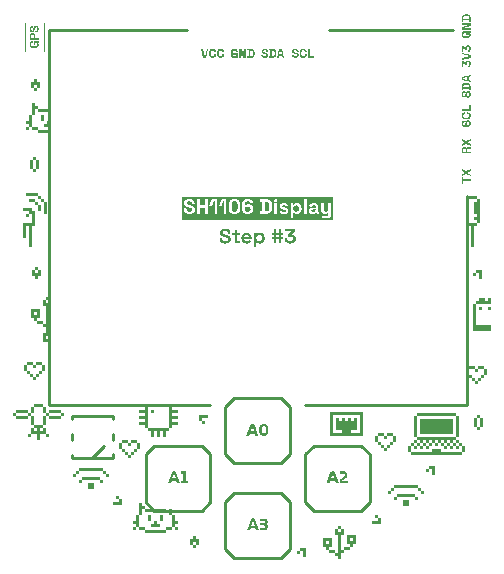
<source format=gto>
G04 #@! TF.GenerationSoftware,KiCad,Pcbnew,7.0.7-7.0.7~ubuntu22.04.1*
G04 #@! TF.CreationDate,2024-02-20T19:32:11-08:00*
G04 #@! TF.ProjectId,v3.1-DevKitty,76332e31-2d44-4657-964b-697474792e6b,rev?*
G04 #@! TF.SameCoordinates,Original*
G04 #@! TF.FileFunction,Legend,Top*
G04 #@! TF.FilePolarity,Positive*
%FSLAX46Y46*%
G04 Gerber Fmt 4.6, Leading zero omitted, Abs format (unit mm)*
G04 Created by KiCad (PCBNEW 7.0.7-7.0.7~ubuntu22.04.1) date 2024-02-20 19:32:11*
%MOMM*%
%LPD*%
G01*
G04 APERTURE LIST*
%ADD10C,0.187500*%
%ADD11C,0.250000*%
%ADD12C,0.200000*%
%ADD13C,0.125000*%
%ADD14C,0.120000*%
G04 APERTURE END LIST*
D10*
G36*
X18035904Y16524782D02*
G01*
X18035771Y16515402D01*
X18035372Y16506132D01*
X18034706Y16496970D01*
X18033775Y16487917D01*
X18032577Y16478972D01*
X18031113Y16470136D01*
X18029383Y16461410D01*
X18027386Y16452791D01*
X18025124Y16444282D01*
X18022595Y16435881D01*
X18019800Y16427590D01*
X18016739Y16419406D01*
X18013411Y16411332D01*
X18009818Y16403367D01*
X18005958Y16395510D01*
X18001832Y16387762D01*
X17997450Y16380189D01*
X17992822Y16372812D01*
X17987948Y16365632D01*
X17982827Y16358647D01*
X17977460Y16351859D01*
X17971848Y16345266D01*
X17965989Y16338870D01*
X17959883Y16332670D01*
X17953532Y16326665D01*
X17946935Y16320857D01*
X17940091Y16315245D01*
X17933002Y16309829D01*
X17925666Y16304609D01*
X17918084Y16299585D01*
X17910255Y16294757D01*
X17902181Y16290126D01*
X17893848Y16285756D01*
X17885291Y16281668D01*
X17876509Y16277862D01*
X17867502Y16274338D01*
X17858271Y16271095D01*
X17848815Y16268135D01*
X17839134Y16265457D01*
X17829229Y16263060D01*
X17819099Y16260946D01*
X17808744Y16259113D01*
X17798164Y16257563D01*
X17787360Y16256294D01*
X17776331Y16255307D01*
X17765078Y16254603D01*
X17753600Y16254180D01*
X17741897Y16254039D01*
X17565492Y16254039D01*
X17556695Y16254117D01*
X17548026Y16254350D01*
X17539486Y16254739D01*
X17531074Y16255284D01*
X17522791Y16255984D01*
X17514636Y16256840D01*
X17506609Y16257852D01*
X17498711Y16259019D01*
X17490941Y16260342D01*
X17483300Y16261820D01*
X17475787Y16263455D01*
X17468403Y16265244D01*
X17461147Y16267190D01*
X17454020Y16269291D01*
X17447021Y16271548D01*
X17433408Y16276528D01*
X17420309Y16282131D01*
X17407724Y16288356D01*
X17395652Y16295204D01*
X17384095Y16302674D01*
X17373051Y16310767D01*
X17362521Y16319483D01*
X17352504Y16328821D01*
X17347689Y16333723D01*
X17338461Y16343928D01*
X17329829Y16354574D01*
X17321791Y16365663D01*
X17314350Y16377194D01*
X17307503Y16389168D01*
X17301252Y16401583D01*
X17295596Y16414441D01*
X17290536Y16427741D01*
X17286071Y16441483D01*
X17282201Y16455668D01*
X17280490Y16462926D01*
X17278927Y16470295D01*
X17277513Y16477774D01*
X17276248Y16485363D01*
X17275131Y16493064D01*
X17274164Y16500875D01*
X17273345Y16508796D01*
X17272676Y16516828D01*
X17272155Y16524970D01*
X17271783Y16533223D01*
X17271559Y16541587D01*
X17271485Y16550061D01*
X17271555Y16558462D01*
X17271766Y16566743D01*
X17272118Y16574904D01*
X17272610Y16582945D01*
X17273243Y16590867D01*
X17274016Y16598668D01*
X17274930Y16606350D01*
X17275984Y16613912D01*
X17277180Y16621353D01*
X17278515Y16628676D01*
X17279992Y16635878D01*
X17283366Y16649923D01*
X17287303Y16663488D01*
X17291803Y16676574D01*
X17296865Y16689181D01*
X17302489Y16701308D01*
X17308675Y16712956D01*
X17315425Y16724124D01*
X17322736Y16734813D01*
X17330610Y16745023D01*
X17339046Y16754753D01*
X17343476Y16759438D01*
X17352673Y16768422D01*
X17362266Y16776826D01*
X17372256Y16784651D01*
X17382642Y16791896D01*
X17393425Y16798561D01*
X17404604Y16804647D01*
X17416180Y16810153D01*
X17428152Y16815080D01*
X17440520Y16819427D01*
X17453285Y16823194D01*
X17466446Y16826382D01*
X17480004Y16828990D01*
X17493958Y16831019D01*
X17508308Y16832468D01*
X17515632Y16832975D01*
X17523055Y16833337D01*
X17530577Y16833555D01*
X17538198Y16833627D01*
X17542411Y16833627D01*
X17542411Y16697156D01*
X17533985Y16697156D01*
X17524391Y16696902D01*
X17515026Y16696137D01*
X17505889Y16694864D01*
X17496982Y16693081D01*
X17488304Y16690788D01*
X17479855Y16687986D01*
X17471634Y16684674D01*
X17463643Y16680853D01*
X17455972Y16676523D01*
X17448714Y16671683D01*
X17441867Y16666333D01*
X17435433Y16660474D01*
X17429411Y16654106D01*
X17423801Y16647228D01*
X17418603Y16639840D01*
X17413818Y16631944D01*
X17409524Y16623531D01*
X17405803Y16614598D01*
X17403388Y16607557D01*
X17401295Y16600222D01*
X17399524Y16592595D01*
X17398075Y16584674D01*
X17396948Y16576460D01*
X17396143Y16567954D01*
X17395660Y16559154D01*
X17395499Y16550061D01*
X17395676Y16541001D01*
X17396206Y16532187D01*
X17397090Y16523616D01*
X17398327Y16515291D01*
X17399918Y16507210D01*
X17401862Y16499374D01*
X17404160Y16491783D01*
X17406811Y16484436D01*
X17409815Y16477334D01*
X17413174Y16470477D01*
X17416885Y16463865D01*
X17420950Y16457497D01*
X17425369Y16451374D01*
X17430141Y16445496D01*
X17435266Y16439862D01*
X17440745Y16434473D01*
X17446506Y16429393D01*
X17452520Y16424641D01*
X17458790Y16420217D01*
X17465315Y16416121D01*
X17472094Y16412352D01*
X17479128Y16408911D01*
X17486416Y16405797D01*
X17493960Y16403012D01*
X17501758Y16400554D01*
X17509811Y16398424D01*
X17518118Y16396621D01*
X17526681Y16395146D01*
X17535498Y16393999D01*
X17544570Y16393180D01*
X17553896Y16392688D01*
X17563477Y16392524D01*
X17744095Y16392524D01*
X17753550Y16392688D01*
X17762771Y16393180D01*
X17771759Y16393999D01*
X17780514Y16395146D01*
X17789035Y16396621D01*
X17797324Y16398424D01*
X17805379Y16400554D01*
X17813200Y16403012D01*
X17820789Y16405797D01*
X17828144Y16408911D01*
X17835266Y16412352D01*
X17842155Y16416121D01*
X17848810Y16420217D01*
X17855232Y16424641D01*
X17861421Y16429393D01*
X17867377Y16434473D01*
X17873033Y16439870D01*
X17878325Y16445527D01*
X17883251Y16451445D01*
X17887813Y16457623D01*
X17892009Y16464061D01*
X17895841Y16470760D01*
X17899308Y16477720D01*
X17902410Y16484940D01*
X17905147Y16492420D01*
X17907519Y16500161D01*
X17909526Y16508162D01*
X17911168Y16516424D01*
X17912446Y16524947D01*
X17913358Y16533729D01*
X17913905Y16542772D01*
X17914088Y16552076D01*
X17913933Y16561373D01*
X17913467Y16570349D01*
X17912690Y16579004D01*
X17911604Y16587339D01*
X17910206Y16595353D01*
X17908498Y16603047D01*
X17906479Y16610420D01*
X17904150Y16617472D01*
X17900074Y16627450D01*
X17895300Y16636706D01*
X17889826Y16645241D01*
X17883654Y16653055D01*
X17876783Y16660148D01*
X17874337Y16662352D01*
X17866665Y16668572D01*
X17858622Y16674180D01*
X17850208Y16679176D01*
X17841425Y16683561D01*
X17832271Y16687334D01*
X17822747Y16690495D01*
X17812852Y16693044D01*
X17802587Y16694981D01*
X17791952Y16696307D01*
X17780947Y16697020D01*
X17773404Y16697156D01*
X17762963Y16697156D01*
X17762963Y16522767D01*
X17645360Y16522767D01*
X17645360Y16833627D01*
X18021250Y16833627D01*
X18021250Y16705400D01*
X17950908Y16705400D01*
X17950908Y16686532D01*
X17957648Y16683469D01*
X17964543Y16679774D01*
X17971593Y16675449D01*
X17978797Y16670492D01*
X17984919Y16665879D01*
X17988643Y16662901D01*
X17994726Y16657409D01*
X18000496Y16651120D01*
X18005953Y16644035D01*
X18010093Y16637794D01*
X18014033Y16631043D01*
X18017773Y16623783D01*
X18021312Y16616014D01*
X18022165Y16613992D01*
X18025385Y16605505D01*
X18028176Y16596257D01*
X18029987Y16588822D01*
X18031557Y16580958D01*
X18032885Y16572666D01*
X18033972Y16563946D01*
X18034817Y16554797D01*
X18035421Y16545220D01*
X18035783Y16535215D01*
X18035904Y16524782D01*
G37*
G36*
X18021250Y16965335D02*
G01*
X17286323Y16965335D01*
X17286323Y17228934D01*
X17926728Y17374930D01*
X17926728Y17393798D01*
X17286323Y17393798D01*
X17286323Y17530269D01*
X18021250Y17530269D01*
X18021250Y17266670D01*
X17380662Y17120857D01*
X17380662Y17101806D01*
X18021250Y17101806D01*
X18021250Y16965335D01*
G37*
G36*
X17732208Y18252481D02*
G01*
X17741246Y18252255D01*
X17750140Y18251878D01*
X17758893Y18251351D01*
X17767503Y18250673D01*
X17775970Y18249845D01*
X17784295Y18248866D01*
X17792478Y18247736D01*
X17800518Y18246456D01*
X17808416Y18245025D01*
X17816172Y18243443D01*
X17823785Y18241711D01*
X17831256Y18239828D01*
X17838584Y18237795D01*
X17845770Y18235611D01*
X17852814Y18233276D01*
X17859715Y18230791D01*
X17873090Y18225368D01*
X17885895Y18219343D01*
X17898131Y18212716D01*
X17909798Y18205486D01*
X17920895Y18197653D01*
X17931422Y18189218D01*
X17941380Y18180181D01*
X17946145Y18175436D01*
X17955240Y18165519D01*
X17963747Y18155046D01*
X17971669Y18144018D01*
X17979003Y18132434D01*
X17985751Y18120296D01*
X17991912Y18107602D01*
X17997486Y18094352D01*
X18002473Y18080548D01*
X18004747Y18073437D01*
X18006874Y18066188D01*
X18008854Y18058800D01*
X18010688Y18051273D01*
X18012375Y18043607D01*
X18013915Y18035803D01*
X18015309Y18027859D01*
X18016555Y18019777D01*
X18017656Y18011556D01*
X18018609Y18003196D01*
X18019416Y17994698D01*
X18020076Y17986060D01*
X18020589Y17977284D01*
X18020956Y17968369D01*
X18021176Y17959315D01*
X18021250Y17950122D01*
X18021250Y17647872D01*
X17899433Y17647872D01*
X17899433Y17744409D01*
X17408139Y17744409D01*
X17408139Y17647872D01*
X17286323Y17647872D01*
X17286323Y17883078D01*
X17412169Y17883078D01*
X17895220Y17883078D01*
X17895220Y17952320D01*
X17895048Y17962654D01*
X17894533Y17972634D01*
X17893675Y17982260D01*
X17892472Y17991533D01*
X17890927Y18000452D01*
X17889038Y18009018D01*
X17886805Y18017231D01*
X17884229Y18025089D01*
X17881310Y18032595D01*
X17878047Y18039747D01*
X17874440Y18046545D01*
X17870491Y18052990D01*
X17866197Y18059082D01*
X17861560Y18064820D01*
X17856580Y18070204D01*
X17851256Y18075236D01*
X17845599Y18079938D01*
X17839662Y18084337D01*
X17833446Y18088433D01*
X17826950Y18092226D01*
X17820176Y18095715D01*
X17813123Y18098900D01*
X17805791Y18101783D01*
X17798179Y18104362D01*
X17790289Y18106637D01*
X17782120Y18108609D01*
X17773671Y18110278D01*
X17764943Y18111643D01*
X17755937Y18112705D01*
X17746651Y18113463D01*
X17737086Y18113918D01*
X17727242Y18114070D01*
X17580330Y18114070D01*
X17570355Y18113918D01*
X17560672Y18113463D01*
X17551281Y18112705D01*
X17542182Y18111643D01*
X17533375Y18110278D01*
X17524860Y18108609D01*
X17516637Y18106637D01*
X17508706Y18104362D01*
X17501067Y18101783D01*
X17493719Y18098900D01*
X17486664Y18095715D01*
X17479900Y18092226D01*
X17473429Y18088433D01*
X17467249Y18084337D01*
X17461362Y18079938D01*
X17455766Y18075236D01*
X17447975Y18067556D01*
X17440950Y18059082D01*
X17436692Y18052990D01*
X17432775Y18046545D01*
X17429199Y18039747D01*
X17425963Y18032595D01*
X17423068Y18025089D01*
X17420514Y18017231D01*
X17418300Y18009018D01*
X17416426Y18000452D01*
X17414894Y17991533D01*
X17413702Y17982260D01*
X17412850Y17972634D01*
X17412339Y17962654D01*
X17412169Y17952320D01*
X17412169Y17883078D01*
X17286323Y17883078D01*
X17286323Y17950122D01*
X17286396Y17959315D01*
X17286616Y17968369D01*
X17286983Y17977284D01*
X17287496Y17986060D01*
X17288156Y17994698D01*
X17288963Y18003196D01*
X17289917Y18011556D01*
X17291017Y18019777D01*
X17292264Y18027859D01*
X17293657Y18035803D01*
X17295197Y18043607D01*
X17296884Y18051273D01*
X17298718Y18058800D01*
X17300698Y18066188D01*
X17302825Y18073437D01*
X17305099Y18080548D01*
X17307519Y18087519D01*
X17312800Y18101046D01*
X17318668Y18114018D01*
X17325122Y18126434D01*
X17332163Y18138295D01*
X17339791Y18149601D01*
X17348005Y18160352D01*
X17356807Y18170547D01*
X17361427Y18175436D01*
X17371078Y18184775D01*
X17381300Y18193511D01*
X17392093Y18201645D01*
X17403456Y18209176D01*
X17415391Y18216105D01*
X17427897Y18222431D01*
X17440974Y18228155D01*
X17454621Y18233276D01*
X17461659Y18235611D01*
X17468840Y18237795D01*
X17476164Y18239828D01*
X17483630Y18241711D01*
X17491239Y18243443D01*
X17498991Y18245025D01*
X17506885Y18246456D01*
X17514923Y18247736D01*
X17523103Y18248866D01*
X17531425Y18249845D01*
X17539891Y18250673D01*
X17548499Y18251351D01*
X17557250Y18251878D01*
X17566144Y18252255D01*
X17575181Y18252481D01*
X17584360Y18252556D01*
X17723029Y18252556D01*
X17732208Y18252481D01*
G37*
G36*
X18035904Y14066848D02*
G01*
X18035790Y14056549D01*
X18035446Y14046397D01*
X18034874Y14036393D01*
X18034072Y14026536D01*
X18033042Y14016827D01*
X18031782Y14007265D01*
X18030294Y13997851D01*
X18028577Y13988583D01*
X18026630Y13979464D01*
X18024455Y13970491D01*
X18022051Y13961666D01*
X18019418Y13952989D01*
X18016555Y13944459D01*
X18013464Y13936076D01*
X18010144Y13927841D01*
X18006595Y13919753D01*
X18002808Y13911847D01*
X17998821Y13904159D01*
X17994634Y13896689D01*
X17990246Y13889436D01*
X17985658Y13882401D01*
X17980869Y13875583D01*
X17975880Y13868983D01*
X17970691Y13862600D01*
X17965302Y13856435D01*
X17959712Y13850487D01*
X17953921Y13844757D01*
X17947931Y13839244D01*
X17941740Y13833949D01*
X17935349Y13828871D01*
X17928757Y13824011D01*
X17921965Y13819369D01*
X17914993Y13814999D01*
X17907863Y13810911D01*
X17900573Y13807105D01*
X17893125Y13803581D01*
X17885518Y13800339D01*
X17877752Y13797378D01*
X17869827Y13794700D01*
X17861744Y13792304D01*
X17853501Y13790189D01*
X17845100Y13788357D01*
X17836540Y13786806D01*
X17827821Y13785537D01*
X17818943Y13784551D01*
X17809906Y13783846D01*
X17800710Y13783423D01*
X17791356Y13783282D01*
X17772488Y13783282D01*
X17772488Y13917738D01*
X17787143Y13917738D01*
X17797960Y13918097D01*
X17808363Y13919174D01*
X17818349Y13920969D01*
X17827921Y13923482D01*
X17837077Y13926713D01*
X17845818Y13930663D01*
X17854143Y13935330D01*
X17862053Y13940716D01*
X17869547Y13946819D01*
X17876626Y13953641D01*
X17881115Y13958587D01*
X17887401Y13966511D01*
X17893068Y13974896D01*
X17898117Y13983740D01*
X17902547Y13993046D01*
X17906360Y14002811D01*
X17909554Y14013037D01*
X17912130Y14023724D01*
X17913504Y14031104D01*
X17914603Y14038689D01*
X17915427Y14046479D01*
X17915977Y14054473D01*
X17916252Y14062672D01*
X17916286Y14066848D01*
X17916159Y14075245D01*
X17915777Y14083400D01*
X17915140Y14091314D01*
X17914248Y14098985D01*
X17913102Y14106415D01*
X17910905Y14117106D01*
X17908135Y14127252D01*
X17904791Y14136855D01*
X17900875Y14145913D01*
X17896385Y14154427D01*
X17891322Y14162397D01*
X17885686Y14169823D01*
X17883680Y14172178D01*
X17877420Y14178856D01*
X17870866Y14184877D01*
X17864020Y14190242D01*
X17856881Y14194950D01*
X17849448Y14199000D01*
X17841723Y14202394D01*
X17833705Y14205131D01*
X17825393Y14207211D01*
X17816789Y14208635D01*
X17807892Y14209401D01*
X17801797Y14209547D01*
X17791356Y14209547D01*
X17783130Y14209284D01*
X17775305Y14208494D01*
X17767880Y14207177D01*
X17759163Y14204791D01*
X17751072Y14201581D01*
X17743607Y14197549D01*
X17736768Y14192694D01*
X17730457Y14187199D01*
X17724693Y14181131D01*
X17719474Y14174490D01*
X17714800Y14167278D01*
X17710672Y14159492D01*
X17707090Y14151135D01*
X17705810Y14147631D01*
X17703449Y14140418D01*
X17701402Y14132977D01*
X17699670Y14125306D01*
X17698254Y14117406D01*
X17697152Y14109278D01*
X17696365Y14100920D01*
X17695892Y14092333D01*
X17695735Y14083518D01*
X17695735Y13936605D01*
X17548823Y13936605D01*
X17422793Y14173826D01*
X17405941Y14173826D01*
X17405941Y13802150D01*
X17286323Y13802150D01*
X17286323Y14322937D01*
X17464742Y14322937D01*
X17582345Y14101469D01*
X17599198Y14101469D01*
X17599198Y14140304D01*
X17599373Y14149521D01*
X17599900Y14158692D01*
X17600777Y14167819D01*
X17602006Y14176900D01*
X17603585Y14185937D01*
X17605515Y14194928D01*
X17607797Y14203874D01*
X17610429Y14212775D01*
X17613413Y14221631D01*
X17616747Y14230442D01*
X17619165Y14236291D01*
X17623097Y14244907D01*
X17627406Y14253235D01*
X17632091Y14261277D01*
X17637154Y14269032D01*
X17642593Y14276501D01*
X17648409Y14283683D01*
X17654601Y14290579D01*
X17661171Y14297188D01*
X17668117Y14303511D01*
X17675440Y14309546D01*
X17680531Y14313411D01*
X17688510Y14318878D01*
X17696925Y14323807D01*
X17705774Y14328199D01*
X17715058Y14332053D01*
X17724776Y14335369D01*
X17734929Y14338147D01*
X17745517Y14340388D01*
X17752817Y14341583D01*
X17760311Y14342539D01*
X17767997Y14343256D01*
X17775877Y14343734D01*
X17783950Y14343973D01*
X17788059Y14344003D01*
X17800698Y14344003D01*
X17809557Y14343867D01*
X17818272Y14343459D01*
X17826845Y14342779D01*
X17835274Y14341827D01*
X17843560Y14340604D01*
X17851703Y14339108D01*
X17859703Y14337341D01*
X17867560Y14335301D01*
X17875273Y14332990D01*
X17882844Y14330407D01*
X17890271Y14327552D01*
X17897556Y14324425D01*
X17904697Y14321026D01*
X17911695Y14317355D01*
X17918550Y14313413D01*
X17925262Y14309198D01*
X17931786Y14304761D01*
X17938122Y14300108D01*
X17944271Y14295236D01*
X17950232Y14290147D01*
X17956006Y14284840D01*
X17961592Y14279316D01*
X17966991Y14273575D01*
X17972202Y14267616D01*
X17977226Y14261439D01*
X17982063Y14255045D01*
X17986712Y14248433D01*
X17991173Y14241604D01*
X17995447Y14234557D01*
X17999534Y14227293D01*
X18003433Y14219811D01*
X18007144Y14212111D01*
X18010627Y14204224D01*
X18013885Y14196177D01*
X18016918Y14187972D01*
X18019727Y14179608D01*
X18022311Y14171085D01*
X18024670Y14162403D01*
X18026804Y14153563D01*
X18028714Y14144563D01*
X18030399Y14135405D01*
X18031860Y14126087D01*
X18033096Y14116611D01*
X18034107Y14106976D01*
X18034893Y14097182D01*
X18035455Y14087230D01*
X18035792Y14077118D01*
X18035904Y14066848D01*
G37*
G36*
X18021250Y14591482D02*
G01*
X17286323Y14404636D01*
X17286323Y14547518D01*
X17932040Y14702856D01*
X17932040Y14717511D01*
X17286323Y14873033D01*
X17286323Y15015731D01*
X18021250Y14828886D01*
X18021250Y14591482D01*
G37*
G36*
X18035904Y15353519D02*
G01*
X18035790Y15343220D01*
X18035446Y15333069D01*
X18034874Y15323065D01*
X18034072Y15313208D01*
X18033042Y15303498D01*
X18031782Y15293936D01*
X18030294Y15284522D01*
X18028577Y15275255D01*
X18026630Y15266135D01*
X18024455Y15257163D01*
X18022051Y15248338D01*
X18019418Y15239660D01*
X18016555Y15231130D01*
X18013464Y15222747D01*
X18010144Y15214512D01*
X18006595Y15206424D01*
X18002808Y15198519D01*
X17998821Y15190831D01*
X17994634Y15183360D01*
X17990246Y15176107D01*
X17985658Y15169072D01*
X17980869Y15162254D01*
X17975880Y15155654D01*
X17970691Y15149271D01*
X17965302Y15143106D01*
X17959712Y15137158D01*
X17953921Y15131428D01*
X17947931Y15125915D01*
X17941740Y15120620D01*
X17935349Y15115543D01*
X17928757Y15110683D01*
X17921965Y15106040D01*
X17914993Y15101670D01*
X17907863Y15097582D01*
X17900573Y15093776D01*
X17893125Y15090252D01*
X17885518Y15087010D01*
X17877752Y15084050D01*
X17869827Y15081371D01*
X17861744Y15078975D01*
X17853501Y15076861D01*
X17845100Y15075028D01*
X17836540Y15073477D01*
X17827821Y15072209D01*
X17818943Y15071222D01*
X17809906Y15070517D01*
X17800710Y15070094D01*
X17791356Y15069953D01*
X17772488Y15069953D01*
X17772488Y15204409D01*
X17787143Y15204409D01*
X17797960Y15204768D01*
X17808363Y15205845D01*
X17818349Y15207640D01*
X17827921Y15210153D01*
X17837077Y15213385D01*
X17845818Y15217334D01*
X17854143Y15222001D01*
X17862053Y15227387D01*
X17869547Y15233490D01*
X17876626Y15240312D01*
X17881115Y15245259D01*
X17887401Y15253183D01*
X17893068Y15261567D01*
X17898117Y15270412D01*
X17902547Y15279717D01*
X17906360Y15289483D01*
X17909554Y15299709D01*
X17912130Y15310395D01*
X17913504Y15317776D01*
X17914603Y15325361D01*
X17915427Y15333150D01*
X17915977Y15341144D01*
X17916252Y15349343D01*
X17916286Y15353519D01*
X17916159Y15361916D01*
X17915777Y15370072D01*
X17915140Y15377985D01*
X17914248Y15385656D01*
X17913102Y15393086D01*
X17910905Y15403777D01*
X17908135Y15413924D01*
X17904791Y15423526D01*
X17900875Y15432585D01*
X17896385Y15441099D01*
X17891322Y15449069D01*
X17885686Y15456495D01*
X17883680Y15458849D01*
X17877420Y15465527D01*
X17870866Y15471549D01*
X17864020Y15476913D01*
X17856881Y15481621D01*
X17849448Y15485672D01*
X17841723Y15489065D01*
X17833705Y15491802D01*
X17825393Y15493883D01*
X17816789Y15495306D01*
X17807892Y15496072D01*
X17801797Y15496218D01*
X17791356Y15496218D01*
X17783130Y15495955D01*
X17775305Y15495165D01*
X17767880Y15493848D01*
X17759163Y15491462D01*
X17751072Y15488253D01*
X17743607Y15484220D01*
X17736768Y15479365D01*
X17730457Y15473870D01*
X17724693Y15467802D01*
X17719474Y15461162D01*
X17714800Y15453949D01*
X17710672Y15446164D01*
X17707090Y15437806D01*
X17705810Y15434303D01*
X17703449Y15427090D01*
X17701402Y15419648D01*
X17699670Y15411977D01*
X17698254Y15404078D01*
X17697152Y15395949D01*
X17696365Y15387591D01*
X17695892Y15379004D01*
X17695735Y15370189D01*
X17695735Y15223277D01*
X17548823Y15223277D01*
X17422793Y15460498D01*
X17405941Y15460498D01*
X17405941Y15088821D01*
X17286323Y15088821D01*
X17286323Y15609608D01*
X17464742Y15609608D01*
X17582345Y15388141D01*
X17599198Y15388141D01*
X17599198Y15426975D01*
X17599373Y15436192D01*
X17599900Y15445364D01*
X17600777Y15454490D01*
X17602006Y15463572D01*
X17603585Y15472608D01*
X17605515Y15481599D01*
X17607797Y15490546D01*
X17610429Y15499447D01*
X17613413Y15508303D01*
X17616747Y15517114D01*
X17619165Y15522963D01*
X17623097Y15531578D01*
X17627406Y15539906D01*
X17632091Y15547948D01*
X17637154Y15555704D01*
X17642593Y15563172D01*
X17648409Y15570355D01*
X17654601Y15577250D01*
X17661171Y15583859D01*
X17668117Y15590182D01*
X17675440Y15596218D01*
X17680531Y15600082D01*
X17688510Y15605549D01*
X17696925Y15610479D01*
X17705774Y15614870D01*
X17715058Y15618724D01*
X17724776Y15622040D01*
X17734929Y15624818D01*
X17745517Y15627059D01*
X17752817Y15628254D01*
X17760311Y15629210D01*
X17767997Y15629927D01*
X17775877Y15630405D01*
X17783950Y15630644D01*
X17788059Y15630674D01*
X17800698Y15630674D01*
X17809557Y15630538D01*
X17818272Y15630130D01*
X17826845Y15629450D01*
X17835274Y15628499D01*
X17843560Y15627275D01*
X17851703Y15625779D01*
X17859703Y15624012D01*
X17867560Y15621973D01*
X17875273Y15619661D01*
X17882844Y15617078D01*
X17890271Y15614223D01*
X17897556Y15611096D01*
X17904697Y15607697D01*
X17911695Y15604027D01*
X17918550Y15600084D01*
X17925262Y15595869D01*
X17931786Y15591433D01*
X17938122Y15586779D01*
X17944271Y15581907D01*
X17950232Y15576818D01*
X17956006Y15571512D01*
X17961592Y15565988D01*
X17966991Y15560246D01*
X17972202Y15554287D01*
X17977226Y15548110D01*
X17982063Y15541716D01*
X17986712Y15535104D01*
X17991173Y15528275D01*
X17995447Y15521228D01*
X17999534Y15513964D01*
X18003433Y15506482D01*
X18007144Y15498783D01*
X18010627Y15490895D01*
X18013885Y15482849D01*
X18016918Y15474643D01*
X18019727Y15466279D01*
X18022311Y15457756D01*
X18024670Y15449075D01*
X18026804Y15440234D01*
X18028714Y15431234D01*
X18030399Y15422076D01*
X18031860Y15412759D01*
X18033096Y15403283D01*
X18034107Y15393648D01*
X18034893Y15383854D01*
X18035455Y15373901D01*
X18035792Y15363790D01*
X18035904Y15353519D01*
G37*
G36*
X18035904Y11499737D02*
G01*
X18035785Y11489190D01*
X18035429Y11478797D01*
X18034835Y11468559D01*
X18034004Y11458475D01*
X18032935Y11448546D01*
X18031628Y11438772D01*
X18030084Y11429152D01*
X18028302Y11419686D01*
X18026283Y11410376D01*
X18024026Y11401219D01*
X18021531Y11392218D01*
X18018799Y11383371D01*
X18015830Y11374678D01*
X18012623Y11366140D01*
X18009178Y11357757D01*
X18005496Y11349528D01*
X18001592Y11341509D01*
X17997484Y11333711D01*
X17993172Y11326133D01*
X17988655Y11318776D01*
X17983933Y11311639D01*
X17979006Y11304723D01*
X17973875Y11298026D01*
X17968539Y11291551D01*
X17962998Y11285295D01*
X17957253Y11279260D01*
X17951303Y11273446D01*
X17945149Y11267851D01*
X17938790Y11262478D01*
X17932226Y11257324D01*
X17925457Y11252391D01*
X17918484Y11247678D01*
X17911296Y11243242D01*
X17903927Y11239092D01*
X17896378Y11235228D01*
X17888649Y11231650D01*
X17880739Y11228358D01*
X17872649Y11225353D01*
X17864378Y11222634D01*
X17855928Y11220201D01*
X17847297Y11218054D01*
X17838485Y11216194D01*
X17829494Y11214620D01*
X17820322Y11213332D01*
X17810969Y11212330D01*
X17801437Y11211614D01*
X17791724Y11211185D01*
X17781830Y11211042D01*
X17752521Y11211042D01*
X17752521Y11347513D01*
X17781830Y11347513D01*
X17789968Y11347672D01*
X17797847Y11348151D01*
X17805470Y11348949D01*
X17812834Y11350066D01*
X17823398Y11352340D01*
X17833382Y11355332D01*
X17842786Y11359042D01*
X17851611Y11363470D01*
X17859857Y11368616D01*
X17867522Y11374480D01*
X17874609Y11381062D01*
X17881115Y11388362D01*
X17887008Y11396314D01*
X17892321Y11404780D01*
X17897054Y11413762D01*
X17901208Y11423259D01*
X17904782Y11433271D01*
X17907777Y11443798D01*
X17909451Y11451102D01*
X17910868Y11458636D01*
X17912027Y11466398D01*
X17912929Y11474389D01*
X17913573Y11482610D01*
X17913959Y11491059D01*
X17914088Y11499737D01*
X17913978Y11508526D01*
X17913647Y11517031D01*
X17913096Y11525252D01*
X17912325Y11533191D01*
X17911333Y11540846D01*
X17910121Y11548217D01*
X17907889Y11558744D01*
X17905162Y11568632D01*
X17901939Y11577883D01*
X17898220Y11586497D01*
X17894005Y11594473D01*
X17889294Y11601811D01*
X17885878Y11606349D01*
X17880416Y11612635D01*
X17874677Y11618302D01*
X17868661Y11623351D01*
X17862368Y11627781D01*
X17855798Y11631594D01*
X17848951Y11634788D01*
X17841827Y11637364D01*
X17834427Y11639322D01*
X17826749Y11640661D01*
X17818795Y11641383D01*
X17813338Y11641520D01*
X17805916Y11641248D01*
X17797146Y11640143D01*
X17788939Y11638189D01*
X17781296Y11635385D01*
X17774217Y11631731D01*
X17767701Y11627228D01*
X17764062Y11624118D01*
X17758283Y11618348D01*
X17752853Y11611799D01*
X17747771Y11604473D01*
X17743957Y11598052D01*
X17740367Y11591132D01*
X17736999Y11583715D01*
X17733855Y11575799D01*
X17733104Y11573743D01*
X17730104Y11565276D01*
X17727151Y11556363D01*
X17724243Y11547004D01*
X17722092Y11539691D01*
X17719966Y11532127D01*
X17717867Y11524312D01*
X17715793Y11516246D01*
X17713745Y11507929D01*
X17711723Y11499361D01*
X17710389Y11493509D01*
X17705260Y11469329D01*
X17703119Y11459956D01*
X17700910Y11450753D01*
X17698631Y11441718D01*
X17696284Y11432853D01*
X17693869Y11424156D01*
X17691384Y11415628D01*
X17688831Y11407269D01*
X17686209Y11399078D01*
X17683519Y11391057D01*
X17680760Y11383205D01*
X17677932Y11375521D01*
X17675035Y11368006D01*
X17672070Y11360660D01*
X17669036Y11353483D01*
X17665933Y11346475D01*
X17662762Y11339636D01*
X17659471Y11332979D01*
X17654297Y11323361D01*
X17648840Y11314185D01*
X17643100Y11305450D01*
X17637076Y11297156D01*
X17630770Y11289302D01*
X17624179Y11281891D01*
X17617306Y11274920D01*
X17610149Y11268390D01*
X17602708Y11262302D01*
X17594985Y11256654D01*
X17586897Y11251515D01*
X17578365Y11246881D01*
X17569389Y11242752D01*
X17559968Y11239129D01*
X17550103Y11236011D01*
X17539794Y11233400D01*
X17529040Y11231293D01*
X17521624Y11230170D01*
X17514011Y11229271D01*
X17506200Y11228597D01*
X17498191Y11228148D01*
X17489985Y11227923D01*
X17485808Y11227895D01*
X17477480Y11228019D01*
X17469305Y11228393D01*
X17461280Y11229015D01*
X17453408Y11229887D01*
X17445687Y11231007D01*
X17438118Y11232377D01*
X17430700Y11233996D01*
X17423435Y11235863D01*
X17416321Y11237980D01*
X17409358Y11240345D01*
X17399199Y11244361D01*
X17389381Y11248936D01*
X17379905Y11254072D01*
X17370770Y11259768D01*
X17362000Y11266009D01*
X17353620Y11272711D01*
X17345630Y11279873D01*
X17338029Y11287495D01*
X17330818Y11295578D01*
X17323996Y11304121D01*
X17319665Y11310072D01*
X17315507Y11316228D01*
X17311522Y11322588D01*
X17307710Y11329154D01*
X17304071Y11335924D01*
X17300606Y11342898D01*
X17297314Y11350077D01*
X17294186Y11357460D01*
X17291260Y11365001D01*
X17288536Y11372699D01*
X17286014Y11380554D01*
X17283693Y11388567D01*
X17281574Y11396737D01*
X17279657Y11405065D01*
X17277942Y11413550D01*
X17276429Y11422192D01*
X17275117Y11430992D01*
X17274007Y11439950D01*
X17273099Y11449064D01*
X17272393Y11458336D01*
X17271889Y11467766D01*
X17271586Y11477353D01*
X17271485Y11487097D01*
X17271590Y11496876D01*
X17271906Y11506518D01*
X17272432Y11516024D01*
X17273168Y11525394D01*
X17274115Y11534628D01*
X17275272Y11543727D01*
X17276639Y11552689D01*
X17278217Y11561515D01*
X17280005Y11570206D01*
X17282004Y11578760D01*
X17284213Y11587179D01*
X17286632Y11595461D01*
X17289262Y11603608D01*
X17292102Y11611618D01*
X17295152Y11619493D01*
X17298413Y11627232D01*
X17301859Y11634822D01*
X17305511Y11642207D01*
X17309369Y11649385D01*
X17313434Y11656358D01*
X17317704Y11663124D01*
X17322181Y11669684D01*
X17326863Y11676038D01*
X17331752Y11682186D01*
X17336847Y11688128D01*
X17342148Y11693864D01*
X17347654Y11699394D01*
X17353367Y11704718D01*
X17359287Y11709836D01*
X17365412Y11714747D01*
X17371743Y11719453D01*
X17378280Y11723952D01*
X17385002Y11728211D01*
X17391933Y11732195D01*
X17399073Y11735905D01*
X17406422Y11739339D01*
X17413979Y11742499D01*
X17421746Y11745384D01*
X17429721Y11747995D01*
X17437906Y11750330D01*
X17446299Y11752391D01*
X17454902Y11754177D01*
X17463713Y11755688D01*
X17472733Y11756925D01*
X17481963Y11757886D01*
X17491401Y11758573D01*
X17501048Y11758986D01*
X17510904Y11759123D01*
X17542411Y11759123D01*
X17542411Y11622652D01*
X17510904Y11622652D01*
X17503182Y11622509D01*
X17495746Y11622079D01*
X17486278Y11621060D01*
X17477319Y11619532D01*
X17468870Y11617494D01*
X17460930Y11614946D01*
X17453500Y11611890D01*
X17446579Y11608323D01*
X17443310Y11606349D01*
X17437067Y11602053D01*
X17431254Y11597316D01*
X17425870Y11592138D01*
X17420916Y11586520D01*
X17416391Y11580460D01*
X17412295Y11573960D01*
X17408628Y11567019D01*
X17405391Y11559638D01*
X17402558Y11551852D01*
X17400102Y11543701D01*
X17398024Y11535183D01*
X17396324Y11526298D01*
X17395001Y11517048D01*
X17394057Y11507431D01*
X17393596Y11499977D01*
X17393348Y11492318D01*
X17393301Y11487097D01*
X17393393Y11479350D01*
X17393670Y11471862D01*
X17394432Y11461115D01*
X17395609Y11450951D01*
X17397201Y11441370D01*
X17399209Y11432372D01*
X17401632Y11423956D01*
X17404470Y11416124D01*
X17407724Y11408874D01*
X17411393Y11402207D01*
X17415478Y11396123D01*
X17416932Y11394224D01*
X17423111Y11387226D01*
X17429835Y11381161D01*
X17437102Y11376029D01*
X17444913Y11371830D01*
X17453268Y11368564D01*
X17462166Y11366232D01*
X17471609Y11364832D01*
X17479047Y11364395D01*
X17481595Y11364365D01*
X17489919Y11364710D01*
X17497831Y11365743D01*
X17505332Y11367465D01*
X17512421Y11369875D01*
X17519099Y11372974D01*
X17526569Y11377603D01*
X17527757Y11378470D01*
X17533501Y11383275D01*
X17538941Y11388760D01*
X17544077Y11394925D01*
X17548909Y11401769D01*
X17553436Y11409293D01*
X17556839Y11415802D01*
X17559264Y11420969D01*
X17562373Y11428313D01*
X17565378Y11436150D01*
X17568280Y11444479D01*
X17571079Y11453300D01*
X17573776Y11462614D01*
X17575730Y11469922D01*
X17577627Y11477508D01*
X17579465Y11485370D01*
X17581246Y11493509D01*
X17586558Y11517689D01*
X17588701Y11527455D01*
X17590917Y11537060D01*
X17593207Y11546506D01*
X17595569Y11555791D01*
X17598004Y11564916D01*
X17600512Y11573880D01*
X17603093Y11582684D01*
X17605747Y11591328D01*
X17608474Y11599812D01*
X17611274Y11608135D01*
X17614147Y11616298D01*
X17617092Y11624301D01*
X17620111Y11632143D01*
X17623203Y11639826D01*
X17626368Y11647348D01*
X17629606Y11654709D01*
X17632946Y11661890D01*
X17636418Y11668869D01*
X17640022Y11675646D01*
X17643757Y11682221D01*
X17647624Y11688594D01*
X17651622Y11694766D01*
X17657867Y11703645D01*
X17664408Y11712070D01*
X17671245Y11720041D01*
X17678378Y11727558D01*
X17685808Y11734621D01*
X17693534Y11741231D01*
X17698849Y11745384D01*
X17707133Y11751211D01*
X17715842Y11756465D01*
X17724976Y11761146D01*
X17734535Y11765254D01*
X17744519Y11768788D01*
X17754928Y11771750D01*
X17762104Y11773405D01*
X17769469Y11774807D01*
X17777022Y11775953D01*
X17784764Y11776844D01*
X17792695Y11777481D01*
X17800816Y11777863D01*
X17809125Y11777991D01*
X17817464Y11777858D01*
X17825677Y11777458D01*
X17833762Y11776793D01*
X17841720Y11775861D01*
X17849550Y11774663D01*
X17857253Y11773199D01*
X17864828Y11771469D01*
X17872277Y11769473D01*
X17879597Y11767210D01*
X17886791Y11764681D01*
X17893857Y11761886D01*
X17900796Y11758825D01*
X17907607Y11755498D01*
X17914291Y11751904D01*
X17920848Y11748045D01*
X17927277Y11743919D01*
X17933557Y11739548D01*
X17939665Y11734954D01*
X17945601Y11730137D01*
X17951366Y11725097D01*
X17956958Y11719833D01*
X17962379Y11714346D01*
X17967629Y11708636D01*
X17972706Y11702703D01*
X17977612Y11696546D01*
X17982346Y11690166D01*
X17986909Y11683563D01*
X17991299Y11676737D01*
X17995518Y11669687D01*
X17999565Y11662414D01*
X18003441Y11654918D01*
X18007144Y11647199D01*
X18010627Y11639303D01*
X18013885Y11631230D01*
X18016918Y11622982D01*
X18019727Y11614558D01*
X18022311Y11605958D01*
X18024670Y11597181D01*
X18026804Y11588229D01*
X18028714Y11579101D01*
X18030399Y11569796D01*
X18031860Y11560316D01*
X18033096Y11550660D01*
X18034107Y11540827D01*
X18034893Y11530819D01*
X18035455Y11520634D01*
X18035792Y11510274D01*
X18035904Y11499737D01*
G37*
G36*
X17732208Y12459903D02*
G01*
X17741246Y12459677D01*
X17750140Y12459300D01*
X17758893Y12458773D01*
X17767503Y12458095D01*
X17775970Y12457267D01*
X17784295Y12456288D01*
X17792478Y12455158D01*
X17800518Y12453878D01*
X17808416Y12452447D01*
X17816172Y12450865D01*
X17823785Y12449133D01*
X17831256Y12447250D01*
X17838584Y12445217D01*
X17845770Y12443033D01*
X17852814Y12440698D01*
X17859715Y12438213D01*
X17873090Y12432790D01*
X17885895Y12426765D01*
X17898131Y12420138D01*
X17909798Y12412908D01*
X17920895Y12405075D01*
X17931422Y12396640D01*
X17941380Y12387603D01*
X17946145Y12382858D01*
X17955240Y12372941D01*
X17963747Y12362468D01*
X17971669Y12351440D01*
X17979003Y12339856D01*
X17985751Y12327717D01*
X17991912Y12315024D01*
X17997486Y12301774D01*
X18002473Y12287970D01*
X18004747Y12280859D01*
X18006874Y12273610D01*
X18008854Y12266222D01*
X18010688Y12258695D01*
X18012375Y12251029D01*
X18013915Y12243225D01*
X18015309Y12235281D01*
X18016555Y12227199D01*
X18017656Y12218978D01*
X18018609Y12210618D01*
X18019416Y12202120D01*
X18020076Y12193482D01*
X18020589Y12184706D01*
X18020956Y12175791D01*
X18021176Y12166737D01*
X18021250Y12157544D01*
X18021250Y11855294D01*
X17899433Y11855294D01*
X17899433Y11951831D01*
X17408139Y11951831D01*
X17408139Y11855294D01*
X17286323Y11855294D01*
X17286323Y12090499D01*
X17412169Y12090499D01*
X17895220Y12090499D01*
X17895220Y12159742D01*
X17895048Y12170076D01*
X17894533Y12180055D01*
X17893675Y12189682D01*
X17892472Y12198955D01*
X17890927Y12207874D01*
X17889038Y12216440D01*
X17886805Y12224652D01*
X17884229Y12232511D01*
X17881310Y12240017D01*
X17878047Y12247169D01*
X17874440Y12253967D01*
X17870491Y12260412D01*
X17866197Y12266504D01*
X17861560Y12272242D01*
X17856580Y12277626D01*
X17851256Y12282658D01*
X17845599Y12287360D01*
X17839662Y12291759D01*
X17833446Y12295855D01*
X17826950Y12299648D01*
X17820176Y12303137D01*
X17813123Y12306322D01*
X17805791Y12309205D01*
X17798179Y12311783D01*
X17790289Y12314059D01*
X17782120Y12316031D01*
X17773671Y12317700D01*
X17764943Y12319065D01*
X17755937Y12320127D01*
X17746651Y12320885D01*
X17737086Y12321340D01*
X17727242Y12321492D01*
X17580330Y12321492D01*
X17570355Y12321340D01*
X17560672Y12320885D01*
X17551281Y12320127D01*
X17542182Y12319065D01*
X17533375Y12317700D01*
X17524860Y12316031D01*
X17516637Y12314059D01*
X17508706Y12311783D01*
X17501067Y12309205D01*
X17493719Y12306322D01*
X17486664Y12303137D01*
X17479900Y12299648D01*
X17473429Y12295855D01*
X17467249Y12291759D01*
X17461362Y12287360D01*
X17455766Y12282658D01*
X17447975Y12274978D01*
X17440950Y12266504D01*
X17436692Y12260412D01*
X17432775Y12253967D01*
X17429199Y12247169D01*
X17425963Y12240017D01*
X17423068Y12232511D01*
X17420514Y12224652D01*
X17418300Y12216440D01*
X17416426Y12207874D01*
X17414894Y12198955D01*
X17413702Y12189682D01*
X17412850Y12180055D01*
X17412339Y12170076D01*
X17412169Y12159742D01*
X17412169Y12090499D01*
X17286323Y12090499D01*
X17286323Y12157544D01*
X17286396Y12166737D01*
X17286616Y12175791D01*
X17286983Y12184706D01*
X17287496Y12193482D01*
X17288156Y12202120D01*
X17288963Y12210618D01*
X17289917Y12218978D01*
X17291017Y12227199D01*
X17292264Y12235281D01*
X17293657Y12243225D01*
X17295197Y12251029D01*
X17296884Y12258695D01*
X17298718Y12266222D01*
X17300698Y12273610D01*
X17302825Y12280859D01*
X17305099Y12287970D01*
X17307519Y12294941D01*
X17312800Y12308468D01*
X17318668Y12321440D01*
X17325122Y12333856D01*
X17332163Y12345717D01*
X17339791Y12357023D01*
X17348005Y12367774D01*
X17356807Y12377969D01*
X17361427Y12382858D01*
X17371078Y12392197D01*
X17381300Y12400933D01*
X17392093Y12409067D01*
X17403456Y12416598D01*
X17415391Y12423527D01*
X17427897Y12429853D01*
X17440974Y12435577D01*
X17454621Y12440698D01*
X17461659Y12443033D01*
X17468840Y12445217D01*
X17476164Y12447250D01*
X17483630Y12449133D01*
X17491239Y12450865D01*
X17498991Y12452447D01*
X17506885Y12453878D01*
X17514923Y12455158D01*
X17523103Y12456288D01*
X17531425Y12457267D01*
X17539891Y12458095D01*
X17548499Y12458773D01*
X17557250Y12459300D01*
X17566144Y12459677D01*
X17575181Y12459903D01*
X17584360Y12459978D01*
X17723029Y12459978D01*
X17732208Y12459903D01*
G37*
G36*
X18021250Y13003296D02*
G01*
X17859500Y12963546D01*
X17859500Y12701046D01*
X18021250Y12661112D01*
X18021250Y12518230D01*
X17286323Y12711487D01*
X17286323Y12822678D01*
X17373334Y12822678D01*
X17731455Y12733469D01*
X17731455Y12930939D01*
X17373334Y12841729D01*
X17373334Y12822678D01*
X17286323Y12822678D01*
X17286323Y12952921D01*
X18021250Y13146178D01*
X18021250Y13003296D01*
G37*
G36*
X18035904Y9014325D02*
G01*
X18035785Y9003778D01*
X18035429Y8993385D01*
X18034835Y8983147D01*
X18034004Y8973063D01*
X18032935Y8963134D01*
X18031628Y8953360D01*
X18030084Y8943740D01*
X18028302Y8934274D01*
X18026283Y8924964D01*
X18024026Y8915807D01*
X18021531Y8906806D01*
X18018799Y8897959D01*
X18015830Y8889266D01*
X18012623Y8880728D01*
X18009178Y8872345D01*
X18005496Y8864116D01*
X18001592Y8856097D01*
X17997484Y8848299D01*
X17993172Y8840721D01*
X17988655Y8833364D01*
X17983933Y8826227D01*
X17979006Y8819311D01*
X17973875Y8812614D01*
X17968539Y8806139D01*
X17962998Y8799883D01*
X17957253Y8793848D01*
X17951303Y8788034D01*
X17945149Y8782439D01*
X17938790Y8777066D01*
X17932226Y8771912D01*
X17925457Y8766979D01*
X17918484Y8762266D01*
X17911296Y8757830D01*
X17903927Y8753680D01*
X17896378Y8749816D01*
X17888649Y8746238D01*
X17880739Y8742946D01*
X17872649Y8739941D01*
X17864378Y8737222D01*
X17855928Y8734789D01*
X17847297Y8732642D01*
X17838485Y8730782D01*
X17829494Y8729208D01*
X17820322Y8727920D01*
X17810969Y8726918D01*
X17801437Y8726202D01*
X17791724Y8725773D01*
X17781830Y8725630D01*
X17752521Y8725630D01*
X17752521Y8862101D01*
X17781830Y8862101D01*
X17789968Y8862260D01*
X17797847Y8862739D01*
X17805470Y8863537D01*
X17812834Y8864654D01*
X17823398Y8866928D01*
X17833382Y8869920D01*
X17842786Y8873630D01*
X17851611Y8878058D01*
X17859857Y8883204D01*
X17867522Y8889068D01*
X17874609Y8895650D01*
X17881115Y8902950D01*
X17887008Y8910902D01*
X17892321Y8919368D01*
X17897054Y8928350D01*
X17901208Y8937847D01*
X17904782Y8947859D01*
X17907777Y8958386D01*
X17909451Y8965690D01*
X17910868Y8973224D01*
X17912027Y8980986D01*
X17912929Y8988977D01*
X17913573Y8997198D01*
X17913959Y9005647D01*
X17914088Y9014325D01*
X17913978Y9023114D01*
X17913647Y9031619D01*
X17913096Y9039840D01*
X17912325Y9047779D01*
X17911333Y9055434D01*
X17910121Y9062805D01*
X17907889Y9073332D01*
X17905162Y9083220D01*
X17901939Y9092471D01*
X17898220Y9101085D01*
X17894005Y9109061D01*
X17889294Y9116399D01*
X17885878Y9120937D01*
X17880416Y9127223D01*
X17874677Y9132890D01*
X17868661Y9137939D01*
X17862368Y9142369D01*
X17855798Y9146182D01*
X17848951Y9149376D01*
X17841827Y9151952D01*
X17834427Y9153910D01*
X17826749Y9155249D01*
X17818795Y9155971D01*
X17813338Y9156108D01*
X17805916Y9155836D01*
X17797146Y9154731D01*
X17788939Y9152777D01*
X17781296Y9149973D01*
X17774217Y9146319D01*
X17767701Y9141816D01*
X17764062Y9138706D01*
X17758283Y9132936D01*
X17752853Y9126387D01*
X17747771Y9119061D01*
X17743957Y9112640D01*
X17740367Y9105720D01*
X17736999Y9098303D01*
X17733855Y9090387D01*
X17733104Y9088331D01*
X17730104Y9079864D01*
X17727151Y9070951D01*
X17724243Y9061592D01*
X17722092Y9054279D01*
X17719966Y9046715D01*
X17717867Y9038900D01*
X17715793Y9030834D01*
X17713745Y9022517D01*
X17711723Y9013949D01*
X17710389Y9008097D01*
X17705260Y8983917D01*
X17703119Y8974544D01*
X17700910Y8965341D01*
X17698631Y8956306D01*
X17696284Y8947441D01*
X17693869Y8938744D01*
X17691384Y8930216D01*
X17688831Y8921857D01*
X17686209Y8913666D01*
X17683519Y8905645D01*
X17680760Y8897793D01*
X17677932Y8890109D01*
X17675035Y8882594D01*
X17672070Y8875248D01*
X17669036Y8868071D01*
X17665933Y8861063D01*
X17662762Y8854224D01*
X17659471Y8847567D01*
X17654297Y8837949D01*
X17648840Y8828773D01*
X17643100Y8820038D01*
X17637076Y8811744D01*
X17630770Y8803890D01*
X17624179Y8796479D01*
X17617306Y8789508D01*
X17610149Y8782978D01*
X17602708Y8776890D01*
X17594985Y8771242D01*
X17586897Y8766103D01*
X17578365Y8761469D01*
X17569389Y8757340D01*
X17559968Y8753717D01*
X17550103Y8750599D01*
X17539794Y8747988D01*
X17529040Y8745881D01*
X17521624Y8744758D01*
X17514011Y8743859D01*
X17506200Y8743185D01*
X17498191Y8742736D01*
X17489985Y8742511D01*
X17485808Y8742483D01*
X17477480Y8742607D01*
X17469305Y8742981D01*
X17461280Y8743603D01*
X17453408Y8744475D01*
X17445687Y8745595D01*
X17438118Y8746965D01*
X17430700Y8748584D01*
X17423435Y8750451D01*
X17416321Y8752568D01*
X17409358Y8754933D01*
X17399199Y8758949D01*
X17389381Y8763524D01*
X17379905Y8768660D01*
X17370770Y8774356D01*
X17362000Y8780597D01*
X17353620Y8787299D01*
X17345630Y8794461D01*
X17338029Y8802083D01*
X17330818Y8810166D01*
X17323996Y8818709D01*
X17319665Y8824660D01*
X17315507Y8830816D01*
X17311522Y8837176D01*
X17307710Y8843742D01*
X17304071Y8850512D01*
X17300606Y8857486D01*
X17297314Y8864665D01*
X17294186Y8872048D01*
X17291260Y8879589D01*
X17288536Y8887287D01*
X17286014Y8895142D01*
X17283693Y8903155D01*
X17281574Y8911325D01*
X17279657Y8919653D01*
X17277942Y8928138D01*
X17276429Y8936780D01*
X17275117Y8945580D01*
X17274007Y8954538D01*
X17273099Y8963652D01*
X17272393Y8972924D01*
X17271889Y8982354D01*
X17271586Y8991941D01*
X17271485Y9001685D01*
X17271590Y9011464D01*
X17271906Y9021106D01*
X17272432Y9030612D01*
X17273168Y9039982D01*
X17274115Y9049216D01*
X17275272Y9058315D01*
X17276639Y9067277D01*
X17278217Y9076103D01*
X17280005Y9084794D01*
X17282004Y9093348D01*
X17284213Y9101767D01*
X17286632Y9110049D01*
X17289262Y9118196D01*
X17292102Y9126206D01*
X17295152Y9134081D01*
X17298413Y9141820D01*
X17301859Y9149410D01*
X17305511Y9156795D01*
X17309369Y9163973D01*
X17313434Y9170946D01*
X17317704Y9177712D01*
X17322181Y9184272D01*
X17326863Y9190626D01*
X17331752Y9196774D01*
X17336847Y9202716D01*
X17342148Y9208452D01*
X17347654Y9213982D01*
X17353367Y9219306D01*
X17359287Y9224424D01*
X17365412Y9229335D01*
X17371743Y9234041D01*
X17378280Y9238540D01*
X17385002Y9242799D01*
X17391933Y9246783D01*
X17399073Y9250493D01*
X17406422Y9253927D01*
X17413979Y9257087D01*
X17421746Y9259972D01*
X17429721Y9262583D01*
X17437906Y9264918D01*
X17446299Y9266979D01*
X17454902Y9268765D01*
X17463713Y9270276D01*
X17472733Y9271513D01*
X17481963Y9272474D01*
X17491401Y9273161D01*
X17501048Y9273574D01*
X17510904Y9273711D01*
X17542411Y9273711D01*
X17542411Y9137240D01*
X17510904Y9137240D01*
X17503182Y9137097D01*
X17495746Y9136667D01*
X17486278Y9135648D01*
X17477319Y9134120D01*
X17468870Y9132082D01*
X17460930Y9129534D01*
X17453500Y9126478D01*
X17446579Y9122911D01*
X17443310Y9120937D01*
X17437067Y9116641D01*
X17431254Y9111904D01*
X17425870Y9106726D01*
X17420916Y9101108D01*
X17416391Y9095048D01*
X17412295Y9088548D01*
X17408628Y9081607D01*
X17405391Y9074226D01*
X17402558Y9066440D01*
X17400102Y9058289D01*
X17398024Y9049771D01*
X17396324Y9040886D01*
X17395001Y9031636D01*
X17394057Y9022019D01*
X17393596Y9014565D01*
X17393348Y9006906D01*
X17393301Y9001685D01*
X17393393Y8993938D01*
X17393670Y8986450D01*
X17394432Y8975703D01*
X17395609Y8965539D01*
X17397201Y8955958D01*
X17399209Y8946960D01*
X17401632Y8938544D01*
X17404470Y8930712D01*
X17407724Y8923462D01*
X17411393Y8916795D01*
X17415478Y8910711D01*
X17416932Y8908812D01*
X17423111Y8901814D01*
X17429835Y8895749D01*
X17437102Y8890617D01*
X17444913Y8886418D01*
X17453268Y8883152D01*
X17462166Y8880820D01*
X17471609Y8879420D01*
X17479047Y8878983D01*
X17481595Y8878953D01*
X17489919Y8879298D01*
X17497831Y8880331D01*
X17505332Y8882053D01*
X17512421Y8884463D01*
X17519099Y8887562D01*
X17526569Y8892191D01*
X17527757Y8893058D01*
X17533501Y8897863D01*
X17538941Y8903348D01*
X17544077Y8909513D01*
X17548909Y8916357D01*
X17553436Y8923881D01*
X17556839Y8930390D01*
X17559264Y8935557D01*
X17562373Y8942901D01*
X17565378Y8950738D01*
X17568280Y8959067D01*
X17571079Y8967888D01*
X17573776Y8977202D01*
X17575730Y8984510D01*
X17577627Y8992096D01*
X17579465Y8999958D01*
X17581246Y9008097D01*
X17586558Y9032277D01*
X17588701Y9042043D01*
X17590917Y9051648D01*
X17593207Y9061094D01*
X17595569Y9070379D01*
X17598004Y9079504D01*
X17600512Y9088468D01*
X17603093Y9097272D01*
X17605747Y9105916D01*
X17608474Y9114400D01*
X17611274Y9122723D01*
X17614147Y9130886D01*
X17617092Y9138889D01*
X17620111Y9146731D01*
X17623203Y9154414D01*
X17626368Y9161936D01*
X17629606Y9169297D01*
X17632946Y9176478D01*
X17636418Y9183457D01*
X17640022Y9190234D01*
X17643757Y9196809D01*
X17647624Y9203182D01*
X17651622Y9209354D01*
X17657867Y9218233D01*
X17664408Y9226658D01*
X17671245Y9234629D01*
X17678378Y9242146D01*
X17685808Y9249209D01*
X17693534Y9255819D01*
X17698849Y9259972D01*
X17707133Y9265799D01*
X17715842Y9271053D01*
X17724976Y9275734D01*
X17734535Y9279842D01*
X17744519Y9283376D01*
X17754928Y9286338D01*
X17762104Y9287993D01*
X17769469Y9289395D01*
X17777022Y9290541D01*
X17784764Y9291432D01*
X17792695Y9292069D01*
X17800816Y9292451D01*
X17809125Y9292579D01*
X17817464Y9292446D01*
X17825677Y9292046D01*
X17833762Y9291381D01*
X17841720Y9290449D01*
X17849550Y9289251D01*
X17857253Y9287787D01*
X17864828Y9286057D01*
X17872277Y9284061D01*
X17879597Y9281798D01*
X17886791Y9279269D01*
X17893857Y9276474D01*
X17900796Y9273413D01*
X17907607Y9270086D01*
X17914291Y9266492D01*
X17920848Y9262633D01*
X17927277Y9258507D01*
X17933557Y9254136D01*
X17939665Y9249542D01*
X17945601Y9244725D01*
X17951366Y9239685D01*
X17956958Y9234421D01*
X17962379Y9228934D01*
X17967629Y9223224D01*
X17972706Y9217291D01*
X17977612Y9211134D01*
X17982346Y9204754D01*
X17986909Y9198151D01*
X17991299Y9191325D01*
X17995518Y9184275D01*
X17999565Y9177002D01*
X18003441Y9169506D01*
X18007144Y9161787D01*
X18010627Y9153891D01*
X18013885Y9145818D01*
X18016918Y9137570D01*
X18019727Y9129146D01*
X18022311Y9120546D01*
X18024670Y9111769D01*
X18026804Y9102817D01*
X18028714Y9093689D01*
X18030399Y9084384D01*
X18031860Y9074904D01*
X18033096Y9065248D01*
X18034107Y9055415D01*
X18034893Y9045407D01*
X18035455Y9035222D01*
X18035792Y9024862D01*
X18035904Y9014325D01*
G37*
G36*
X18035904Y9674513D02*
G01*
X18035830Y9666039D01*
X18035607Y9657676D01*
X18035236Y9649423D01*
X18034716Y9641280D01*
X18034048Y9633248D01*
X18033231Y9625327D01*
X18032266Y9617516D01*
X18031153Y9609816D01*
X18029891Y9602226D01*
X18028480Y9594747D01*
X18026921Y9587378D01*
X18025214Y9580120D01*
X18023358Y9572973D01*
X18019200Y9559009D01*
X18014449Y9545488D01*
X18009104Y9532409D01*
X18003165Y9519773D01*
X17996632Y9507578D01*
X17989505Y9495826D01*
X17981784Y9484516D01*
X17973469Y9473648D01*
X17964561Y9463222D01*
X17959883Y9458175D01*
X17950102Y9448526D01*
X17939808Y9439499D01*
X17929002Y9431095D01*
X17917683Y9423314D01*
X17905852Y9416154D01*
X17893509Y9409618D01*
X17880653Y9403704D01*
X17867285Y9398412D01*
X17853405Y9393743D01*
X17846272Y9391642D01*
X17839012Y9389697D01*
X17831623Y9387907D01*
X17824107Y9386273D01*
X17816462Y9384794D01*
X17808690Y9383471D01*
X17800789Y9382304D01*
X17792760Y9381293D01*
X17784603Y9380437D01*
X17776318Y9379736D01*
X17767905Y9379191D01*
X17759363Y9378802D01*
X17750694Y9378569D01*
X17741897Y9378491D01*
X17565492Y9378491D01*
X17556695Y9378569D01*
X17548026Y9378802D01*
X17539486Y9379191D01*
X17531074Y9379736D01*
X17522791Y9380437D01*
X17514636Y9381293D01*
X17506609Y9382304D01*
X17498711Y9383471D01*
X17490941Y9384794D01*
X17483300Y9386273D01*
X17475787Y9387907D01*
X17468403Y9389697D01*
X17461147Y9391642D01*
X17454020Y9393743D01*
X17447021Y9396000D01*
X17433408Y9400980D01*
X17420309Y9406583D01*
X17407724Y9412808D01*
X17395652Y9419656D01*
X17384095Y9427127D01*
X17373051Y9435219D01*
X17362521Y9443935D01*
X17352504Y9453273D01*
X17347689Y9458175D01*
X17338461Y9468380D01*
X17329829Y9479027D01*
X17321791Y9490116D01*
X17314350Y9501647D01*
X17307503Y9513620D01*
X17301252Y9526036D01*
X17295596Y9538894D01*
X17290536Y9552194D01*
X17286071Y9565936D01*
X17282201Y9580120D01*
X17280490Y9587378D01*
X17278927Y9594747D01*
X17277513Y9602226D01*
X17276248Y9609816D01*
X17275131Y9617516D01*
X17274164Y9625327D01*
X17273345Y9633248D01*
X17272676Y9641280D01*
X17272155Y9649423D01*
X17271783Y9657676D01*
X17271559Y9666039D01*
X17271485Y9674513D01*
X17271557Y9682914D01*
X17271775Y9691195D01*
X17272137Y9699356D01*
X17272644Y9707398D01*
X17273296Y9715319D01*
X17274093Y9723120D01*
X17275035Y9730802D01*
X17276122Y9738364D01*
X17277353Y9745806D01*
X17278730Y9753128D01*
X17280251Y9760330D01*
X17283729Y9774375D01*
X17287786Y9787941D01*
X17292423Y9801027D01*
X17297639Y9813633D01*
X17303435Y9825761D01*
X17309811Y9837408D01*
X17316766Y9848577D01*
X17324301Y9859266D01*
X17332415Y9869475D01*
X17341109Y9879205D01*
X17345674Y9883891D01*
X17355140Y9892874D01*
X17365037Y9901279D01*
X17375364Y9909103D01*
X17386123Y9916348D01*
X17397312Y9923014D01*
X17408932Y9929099D01*
X17420982Y9934606D01*
X17433464Y9939532D01*
X17446376Y9943879D01*
X17459719Y9947647D01*
X17473493Y9950834D01*
X17487697Y9953443D01*
X17494961Y9954529D01*
X17502332Y9955471D01*
X17509812Y9956268D01*
X17517398Y9956920D01*
X17525093Y9957427D01*
X17532895Y9957790D01*
X17540805Y9958007D01*
X17548823Y9958079D01*
X17555051Y9958079D01*
X17555051Y9821609D01*
X17544610Y9821609D01*
X17536549Y9821467D01*
X17528670Y9821042D01*
X17520973Y9820334D01*
X17513457Y9819342D01*
X17506123Y9818067D01*
X17495464Y9815623D01*
X17485213Y9812541D01*
X17475371Y9808822D01*
X17465938Y9804465D01*
X17456914Y9799471D01*
X17448299Y9793839D01*
X17440093Y9787570D01*
X17437448Y9785339D01*
X17429951Y9778202D01*
X17423192Y9770391D01*
X17417170Y9761908D01*
X17411886Y9752752D01*
X17407338Y9742923D01*
X17404717Y9735997D01*
X17402423Y9728771D01*
X17400456Y9721246D01*
X17398818Y9713422D01*
X17397507Y9705299D01*
X17396523Y9696877D01*
X17395868Y9688156D01*
X17395540Y9679136D01*
X17395499Y9674513D01*
X17395676Y9665454D01*
X17396206Y9656639D01*
X17397090Y9648069D01*
X17398327Y9639743D01*
X17399918Y9631662D01*
X17401862Y9623826D01*
X17404160Y9616235D01*
X17406811Y9608888D01*
X17409815Y9601787D01*
X17413174Y9594929D01*
X17416885Y9588317D01*
X17420950Y9581949D01*
X17425369Y9575826D01*
X17430141Y9569948D01*
X17435266Y9564314D01*
X17440745Y9558926D01*
X17446506Y9553846D01*
X17452520Y9549094D01*
X17458790Y9544670D01*
X17465315Y9540573D01*
X17472094Y9536804D01*
X17479128Y9533363D01*
X17486416Y9530250D01*
X17493960Y9527464D01*
X17501758Y9525006D01*
X17509811Y9522876D01*
X17518118Y9521073D01*
X17526681Y9519599D01*
X17535498Y9518452D01*
X17544570Y9517632D01*
X17553896Y9517141D01*
X17563477Y9516977D01*
X17744095Y9516977D01*
X17753546Y9517141D01*
X17762757Y9517632D01*
X17771727Y9518452D01*
X17780457Y9519599D01*
X17788946Y9521073D01*
X17797195Y9522876D01*
X17805203Y9525006D01*
X17812971Y9527464D01*
X17820499Y9530250D01*
X17827786Y9533363D01*
X17834833Y9536804D01*
X17841639Y9540573D01*
X17848205Y9544670D01*
X17854531Y9549094D01*
X17860616Y9553846D01*
X17866461Y9558926D01*
X17871984Y9564314D01*
X17877151Y9569948D01*
X17881962Y9575826D01*
X17886416Y9581949D01*
X17890514Y9588317D01*
X17894256Y9594929D01*
X17897641Y9601787D01*
X17900670Y9608888D01*
X17903342Y9616235D01*
X17905659Y9623826D01*
X17907619Y9631662D01*
X17909222Y9639743D01*
X17910469Y9648069D01*
X17911360Y9656639D01*
X17911895Y9665454D01*
X17912073Y9674513D01*
X17911907Y9683683D01*
X17911409Y9692554D01*
X17910579Y9701126D01*
X17909417Y9709398D01*
X17907923Y9717372D01*
X17906097Y9725046D01*
X17903939Y9732421D01*
X17901448Y9739497D01*
X17898626Y9746274D01*
X17893770Y9755879D01*
X17888168Y9764811D01*
X17881818Y9773070D01*
X17874721Y9780655D01*
X17869575Y9785339D01*
X17861416Y9791821D01*
X17852878Y9797665D01*
X17843960Y9802872D01*
X17834661Y9807441D01*
X17824983Y9811372D01*
X17814925Y9814666D01*
X17804487Y9817323D01*
X17793669Y9819342D01*
X17786245Y9820334D01*
X17778653Y9821042D01*
X17770892Y9821467D01*
X17762963Y9821609D01*
X17744095Y9821609D01*
X17744095Y9958079D01*
X17758750Y9958079D01*
X17766767Y9958007D01*
X17774677Y9957790D01*
X17782479Y9957427D01*
X17790174Y9956920D01*
X17797761Y9956268D01*
X17805240Y9955471D01*
X17812611Y9954529D01*
X17819875Y9953443D01*
X17834080Y9950834D01*
X17847853Y9947647D01*
X17861196Y9943879D01*
X17874108Y9939532D01*
X17886590Y9934606D01*
X17898641Y9929099D01*
X17910260Y9923014D01*
X17921450Y9916348D01*
X17932208Y9909103D01*
X17942536Y9901279D01*
X17952432Y9892874D01*
X17961898Y9883891D01*
X17970860Y9874400D01*
X17979244Y9864430D01*
X17987049Y9853981D01*
X17994276Y9843052D01*
X18000925Y9831644D01*
X18006996Y9819757D01*
X18012488Y9807390D01*
X18017403Y9794544D01*
X18021739Y9781218D01*
X18025497Y9767413D01*
X18028677Y9753128D01*
X18030050Y9745806D01*
X18031279Y9738364D01*
X18032363Y9730802D01*
X18033302Y9723120D01*
X18034097Y9715319D01*
X18034748Y9707398D01*
X18035254Y9699356D01*
X18035615Y9691195D01*
X18035832Y9682914D01*
X18035904Y9674513D01*
G37*
G36*
X18021250Y10070736D02*
G01*
X17286323Y10070736D01*
X17286323Y10209405D01*
X17895220Y10209405D01*
X17895220Y10545361D01*
X18021250Y10545361D01*
X18021250Y10070736D01*
G37*
G36*
X17503318Y7037853D02*
G01*
X17511290Y7037484D01*
X17519066Y7036869D01*
X17526646Y7036007D01*
X17534030Y7034899D01*
X17544738Y7032776D01*
X17555005Y7030099D01*
X17564831Y7026869D01*
X17574216Y7023084D01*
X17583159Y7018746D01*
X17591662Y7013853D01*
X17599723Y7008407D01*
X17602312Y7006469D01*
X17609780Y7000464D01*
X17616864Y6994194D01*
X17623566Y6987661D01*
X17629884Y6980864D01*
X17635819Y6973802D01*
X17641371Y6966477D01*
X17646539Y6958887D01*
X17651325Y6951033D01*
X17655727Y6942916D01*
X17659746Y6934534D01*
X17662213Y6928800D01*
X17681080Y6928800D01*
X17681677Y6936532D01*
X17682712Y6943929D01*
X17684773Y6953272D01*
X17687612Y6962019D01*
X17691230Y6970170D01*
X17695626Y6977727D01*
X17700801Y6984687D01*
X17706754Y6991053D01*
X17710023Y6994013D01*
X17716978Y6999422D01*
X17724472Y7004110D01*
X17732503Y7008078D01*
X17741072Y7011323D01*
X17750180Y7013848D01*
X17759826Y7015651D01*
X17767413Y7016530D01*
X17775303Y7017003D01*
X17780731Y7017094D01*
X18021250Y7017094D01*
X18021250Y6878425D01*
X17800698Y6878425D01*
X17793084Y6878103D01*
X17784549Y6876866D01*
X17776670Y6874702D01*
X17769449Y6871611D01*
X17762885Y6867593D01*
X17759849Y6865236D01*
X17754495Y6859747D01*
X17750249Y6853034D01*
X17747110Y6845098D01*
X17745341Y6837549D01*
X17744341Y6829152D01*
X17744095Y6821821D01*
X17744095Y6628564D01*
X18021250Y6628564D01*
X18021250Y6489895D01*
X17286323Y6489895D01*
X17286323Y6628564D01*
X17412169Y6628564D01*
X17618066Y6628564D01*
X17618066Y6794527D01*
X17617831Y6803578D01*
X17617125Y6812252D01*
X17615950Y6820550D01*
X17614305Y6828470D01*
X17612189Y6836014D01*
X17609603Y6843181D01*
X17606548Y6849972D01*
X17601742Y6858440D01*
X17596101Y6866238D01*
X17591321Y6871647D01*
X17584363Y6878173D01*
X17576861Y6883829D01*
X17568815Y6888614D01*
X17560226Y6892530D01*
X17551093Y6895575D01*
X17543886Y6897288D01*
X17536373Y6898512D01*
X17528554Y6899246D01*
X17520430Y6899491D01*
X17509988Y6899491D01*
X17501864Y6899251D01*
X17494045Y6898531D01*
X17486532Y6897332D01*
X17479325Y6895652D01*
X17470192Y6892667D01*
X17461602Y6888829D01*
X17453557Y6884138D01*
X17446055Y6878594D01*
X17439097Y6872196D01*
X17432785Y6865012D01*
X17427316Y6857107D01*
X17422688Y6848480D01*
X17419769Y6841537D01*
X17417323Y6834188D01*
X17415351Y6826433D01*
X17413852Y6818272D01*
X17412826Y6809706D01*
X17412274Y6800734D01*
X17412169Y6794527D01*
X17412169Y6628564D01*
X17286323Y6628564D01*
X17286323Y6809182D01*
X17286417Y6817768D01*
X17286701Y6826215D01*
X17287173Y6834523D01*
X17287834Y6842693D01*
X17288684Y6850723D01*
X17289723Y6858615D01*
X17290951Y6866368D01*
X17292368Y6873982D01*
X17293973Y6881458D01*
X17295768Y6888794D01*
X17297752Y6895992D01*
X17299924Y6903051D01*
X17303537Y6913379D01*
X17307575Y6923395D01*
X17310503Y6929899D01*
X17315179Y6939346D01*
X17320210Y6948384D01*
X17325595Y6957013D01*
X17331334Y6965233D01*
X17337427Y6973044D01*
X17343875Y6980446D01*
X17350677Y6987440D01*
X17357832Y6994024D01*
X17365343Y7000199D01*
X17373207Y7005966D01*
X17378647Y7009583D01*
X17387061Y7014657D01*
X17395749Y7019232D01*
X17404711Y7023308D01*
X17413946Y7026885D01*
X17423456Y7029963D01*
X17433238Y7032542D01*
X17443295Y7034621D01*
X17453625Y7036202D01*
X17464229Y7037283D01*
X17475107Y7037865D01*
X17482511Y7037976D01*
X17495150Y7037976D01*
X17503318Y7037853D01*
G37*
G36*
X18021250Y7106853D02*
G01*
X17650672Y7322092D01*
X17286323Y7109051D01*
X17286323Y7266404D01*
X17551937Y7412401D01*
X17551937Y7431268D01*
X17286323Y7577265D01*
X17286323Y7734801D01*
X17650672Y7521577D01*
X18021250Y7736816D01*
X18021250Y7579463D01*
X17749224Y7431268D01*
X17749224Y7412401D01*
X18021250Y7264389D01*
X18021250Y7106853D01*
G37*
G36*
X18021250Y4143153D02*
G01*
X17412169Y4143153D01*
X17412169Y3929013D01*
X17286323Y3929013D01*
X17286323Y4495961D01*
X17412169Y4495961D01*
X17412169Y4281821D01*
X18021250Y4281821D01*
X18021250Y4143153D01*
G37*
G36*
X18021250Y4543772D02*
G01*
X17650672Y4759011D01*
X17286323Y4545970D01*
X17286323Y4703324D01*
X17551937Y4849320D01*
X17551937Y4868187D01*
X17286323Y5014184D01*
X17286323Y5171720D01*
X17650672Y4958496D01*
X18021250Y5173735D01*
X18021250Y5016382D01*
X17749224Y4868187D01*
X17749224Y4849320D01*
X18021250Y4701309D01*
X18021250Y4543772D01*
G37*
G36*
X-1995217Y14574095D02*
G01*
X-2004597Y14574228D01*
X-2013867Y14574627D01*
X-2023029Y14575293D01*
X-2032082Y14576224D01*
X-2041027Y14577422D01*
X-2049863Y14578886D01*
X-2058589Y14580616D01*
X-2067208Y14582613D01*
X-2075717Y14584875D01*
X-2084118Y14587404D01*
X-2092409Y14590199D01*
X-2100593Y14593260D01*
X-2108667Y14596588D01*
X-2116632Y14600181D01*
X-2124489Y14604041D01*
X-2132237Y14608167D01*
X-2139810Y14612549D01*
X-2147187Y14617177D01*
X-2154367Y14622051D01*
X-2161352Y14627172D01*
X-2168140Y14632539D01*
X-2174733Y14638151D01*
X-2181129Y14644010D01*
X-2187329Y14650116D01*
X-2193334Y14656467D01*
X-2199142Y14663064D01*
X-2204754Y14669908D01*
X-2210170Y14676997D01*
X-2215390Y14684333D01*
X-2220414Y14691915D01*
X-2225242Y14699744D01*
X-2229873Y14707818D01*
X-2234243Y14716151D01*
X-2238331Y14724708D01*
X-2242137Y14733490D01*
X-2245661Y14742497D01*
X-2248904Y14751728D01*
X-2251864Y14761184D01*
X-2254542Y14770865D01*
X-2256939Y14780770D01*
X-2259053Y14790900D01*
X-2260886Y14801255D01*
X-2262436Y14811835D01*
X-2263705Y14822639D01*
X-2264692Y14833668D01*
X-2265396Y14844921D01*
X-2265819Y14856399D01*
X-2265960Y14868102D01*
X-2265960Y15044507D01*
X-2265882Y15053304D01*
X-2265649Y15061973D01*
X-2265260Y15070513D01*
X-2264715Y15078925D01*
X-2264015Y15087208D01*
X-2263159Y15095363D01*
X-2262147Y15103390D01*
X-2260980Y15111288D01*
X-2259657Y15119058D01*
X-2258179Y15126699D01*
X-2256544Y15134212D01*
X-2254755Y15141596D01*
X-2252809Y15148852D01*
X-2250708Y15155979D01*
X-2248451Y15162978D01*
X-2243471Y15176591D01*
X-2237868Y15189690D01*
X-2231643Y15202275D01*
X-2224795Y15214347D01*
X-2217325Y15225904D01*
X-2209232Y15236948D01*
X-2200516Y15247478D01*
X-2191178Y15257495D01*
X-2186276Y15262310D01*
X-2176071Y15271538D01*
X-2165425Y15280170D01*
X-2154336Y15288208D01*
X-2142805Y15295649D01*
X-2130831Y15302496D01*
X-2118416Y15308747D01*
X-2105558Y15314403D01*
X-2092258Y15319463D01*
X-2078516Y15323928D01*
X-2064331Y15327798D01*
X-2057073Y15329509D01*
X-2049704Y15331072D01*
X-2042225Y15332486D01*
X-2034636Y15333751D01*
X-2026935Y15334868D01*
X-2019124Y15335835D01*
X-2011203Y15336654D01*
X-2003171Y15337323D01*
X-1995029Y15337844D01*
X-1986776Y15338216D01*
X-1978412Y15338440D01*
X-1969938Y15338514D01*
X-1961537Y15338444D01*
X-1953256Y15338233D01*
X-1945095Y15337881D01*
X-1937054Y15337389D01*
X-1929132Y15336756D01*
X-1921331Y15335983D01*
X-1913649Y15335069D01*
X-1906087Y15334015D01*
X-1898646Y15332819D01*
X-1891323Y15331484D01*
X-1884121Y15330007D01*
X-1870076Y15326633D01*
X-1856511Y15322696D01*
X-1843425Y15318196D01*
X-1830818Y15313134D01*
X-1818691Y15307510D01*
X-1807043Y15301324D01*
X-1795875Y15294574D01*
X-1785186Y15287263D01*
X-1774976Y15279389D01*
X-1765246Y15270953D01*
X-1760561Y15266523D01*
X-1751577Y15257326D01*
X-1743173Y15247733D01*
X-1735348Y15237743D01*
X-1728103Y15227357D01*
X-1721438Y15216574D01*
X-1715352Y15205395D01*
X-1709846Y15193819D01*
X-1704919Y15181847D01*
X-1700572Y15169479D01*
X-1696805Y15156714D01*
X-1693617Y15143553D01*
X-1691009Y15129995D01*
X-1688980Y15116041D01*
X-1687531Y15101691D01*
X-1687024Y15094367D01*
X-1686662Y15086944D01*
X-1686444Y15079422D01*
X-1686372Y15071801D01*
X-1686372Y15067588D01*
X-1822843Y15067588D01*
X-1822843Y15076014D01*
X-1823097Y15085608D01*
X-1823862Y15094973D01*
X-1825135Y15104110D01*
X-1826918Y15113017D01*
X-1829211Y15121695D01*
X-1832013Y15130144D01*
X-1835325Y15138365D01*
X-1839146Y15146356D01*
X-1843476Y15154027D01*
X-1848316Y15161285D01*
X-1853666Y15168132D01*
X-1859525Y15174566D01*
X-1865893Y15180588D01*
X-1872771Y15186198D01*
X-1880159Y15191396D01*
X-1888055Y15196181D01*
X-1896468Y15200475D01*
X-1905401Y15204196D01*
X-1912442Y15206611D01*
X-1919777Y15208704D01*
X-1927404Y15210475D01*
X-1935325Y15211924D01*
X-1943539Y15213051D01*
X-1952045Y15213856D01*
X-1960845Y15214339D01*
X-1969938Y15214500D01*
X-1978998Y15214323D01*
X-1987812Y15213793D01*
X-1996383Y15212909D01*
X-2004708Y15211672D01*
X-2012789Y15210081D01*
X-2020625Y15208137D01*
X-2028216Y15205839D01*
X-2035563Y15203188D01*
X-2042665Y15200184D01*
X-2049522Y15196825D01*
X-2056134Y15193114D01*
X-2062502Y15189049D01*
X-2068625Y15184630D01*
X-2074503Y15179858D01*
X-2080137Y15174733D01*
X-2085526Y15169254D01*
X-2090606Y15163493D01*
X-2095358Y15157479D01*
X-2099782Y15151209D01*
X-2103878Y15144684D01*
X-2107647Y15137905D01*
X-2111088Y15130871D01*
X-2114202Y15123583D01*
X-2116987Y15116039D01*
X-2119445Y15108241D01*
X-2121575Y15100188D01*
X-2123378Y15091881D01*
X-2124853Y15083318D01*
X-2126000Y15074501D01*
X-2126819Y15065429D01*
X-2127311Y15056103D01*
X-2127475Y15046522D01*
X-2127475Y14865904D01*
X-2127311Y14856449D01*
X-2126819Y14847228D01*
X-2126000Y14838240D01*
X-2124853Y14829485D01*
X-2123378Y14820964D01*
X-2121575Y14812675D01*
X-2119445Y14804620D01*
X-2116987Y14796799D01*
X-2114202Y14789210D01*
X-2111088Y14781855D01*
X-2107647Y14774733D01*
X-2103878Y14767844D01*
X-2099782Y14761189D01*
X-2095358Y14754767D01*
X-2090606Y14748578D01*
X-2085526Y14742622D01*
X-2080129Y14736966D01*
X-2074472Y14731674D01*
X-2068554Y14726748D01*
X-2062376Y14722186D01*
X-2055938Y14717990D01*
X-2049239Y14714158D01*
X-2042279Y14710691D01*
X-2035059Y14707589D01*
X-2027579Y14704852D01*
X-2019838Y14702480D01*
X-2011837Y14700473D01*
X-2003575Y14698831D01*
X-1995052Y14697553D01*
X-1986270Y14696641D01*
X-1977227Y14696094D01*
X-1967923Y14695911D01*
X-1958626Y14696066D01*
X-1949650Y14696532D01*
X-1940995Y14697309D01*
X-1932660Y14698395D01*
X-1924646Y14699793D01*
X-1916952Y14701501D01*
X-1909579Y14703520D01*
X-1902527Y14705849D01*
X-1892549Y14709925D01*
X-1883293Y14714699D01*
X-1874758Y14720173D01*
X-1866944Y14726345D01*
X-1859851Y14733216D01*
X-1857647Y14735662D01*
X-1851427Y14743334D01*
X-1845819Y14751377D01*
X-1840823Y14759791D01*
X-1836438Y14768574D01*
X-1832665Y14777728D01*
X-1829504Y14787252D01*
X-1826955Y14797147D01*
X-1825018Y14807412D01*
X-1823692Y14818047D01*
X-1822979Y14829052D01*
X-1822843Y14836595D01*
X-1822843Y14847036D01*
X-1997232Y14847036D01*
X-1997232Y14964639D01*
X-1686372Y14964639D01*
X-1686372Y14588750D01*
X-1814599Y14588750D01*
X-1814599Y14659091D01*
X-1833467Y14659091D01*
X-1836530Y14652351D01*
X-1840225Y14645456D01*
X-1844550Y14638406D01*
X-1849507Y14631202D01*
X-1854120Y14625080D01*
X-1857098Y14621356D01*
X-1862590Y14615273D01*
X-1868879Y14609503D01*
X-1875964Y14604046D01*
X-1882205Y14599906D01*
X-1888956Y14595966D01*
X-1896216Y14592226D01*
X-1903985Y14588687D01*
X-1906007Y14587834D01*
X-1914494Y14584614D01*
X-1923742Y14581823D01*
X-1931177Y14580012D01*
X-1939041Y14578442D01*
X-1947333Y14577114D01*
X-1956053Y14576027D01*
X-1965202Y14575182D01*
X-1974779Y14574578D01*
X-1984784Y14574216D01*
X-1995217Y14574095D01*
G37*
G36*
X-1554664Y14588750D02*
G01*
X-1554664Y15323676D01*
X-1291065Y15323676D01*
X-1145069Y14683271D01*
X-1126201Y14683271D01*
X-1126201Y15323676D01*
X-989730Y15323676D01*
X-989730Y14588750D01*
X-1253329Y14588750D01*
X-1399142Y15229337D01*
X-1418193Y15229337D01*
X-1418193Y14588750D01*
X-1554664Y14588750D01*
G37*
G36*
X-560684Y15323603D02*
G01*
X-551630Y15323383D01*
X-542715Y15323016D01*
X-533939Y15322503D01*
X-525301Y15321843D01*
X-516803Y15321036D01*
X-508443Y15320082D01*
X-500222Y15318982D01*
X-492140Y15317735D01*
X-484196Y15316342D01*
X-476392Y15314802D01*
X-468726Y15313115D01*
X-461199Y15311281D01*
X-453811Y15309301D01*
X-446562Y15307174D01*
X-439451Y15304900D01*
X-432480Y15302480D01*
X-418953Y15297199D01*
X-405981Y15291331D01*
X-393565Y15284877D01*
X-381704Y15277836D01*
X-370398Y15270208D01*
X-359647Y15261994D01*
X-349452Y15253192D01*
X-344563Y15248572D01*
X-335224Y15238921D01*
X-326488Y15228699D01*
X-318354Y15217906D01*
X-310823Y15206543D01*
X-303894Y15194608D01*
X-297568Y15182102D01*
X-291844Y15169025D01*
X-286723Y15155378D01*
X-284388Y15148340D01*
X-282204Y15141159D01*
X-280171Y15133835D01*
X-278288Y15126369D01*
X-276556Y15118760D01*
X-274974Y15111008D01*
X-273543Y15103114D01*
X-272263Y15095076D01*
X-271133Y15086896D01*
X-270154Y15078574D01*
X-269326Y15070108D01*
X-268648Y15061500D01*
X-268121Y15052749D01*
X-267744Y15043855D01*
X-267518Y15034818D01*
X-267443Y15025639D01*
X-267443Y14886970D01*
X-267518Y14877791D01*
X-267744Y14868753D01*
X-268121Y14859859D01*
X-268648Y14851106D01*
X-269326Y14842496D01*
X-270154Y14834029D01*
X-271133Y14825704D01*
X-272263Y14817521D01*
X-273543Y14809481D01*
X-274974Y14801583D01*
X-276556Y14793827D01*
X-278288Y14786214D01*
X-280171Y14778743D01*
X-282204Y14771415D01*
X-284388Y14764229D01*
X-286723Y14757185D01*
X-289208Y14750284D01*
X-294631Y14736909D01*
X-300656Y14724104D01*
X-307283Y14711868D01*
X-314513Y14700201D01*
X-322346Y14689104D01*
X-330781Y14678577D01*
X-339818Y14668619D01*
X-344563Y14663854D01*
X-354480Y14654759D01*
X-364953Y14646252D01*
X-375981Y14638330D01*
X-387565Y14630996D01*
X-399703Y14624248D01*
X-412397Y14618087D01*
X-425647Y14612513D01*
X-439451Y14607526D01*
X-446562Y14605252D01*
X-453811Y14603125D01*
X-461199Y14601145D01*
X-468726Y14599311D01*
X-476392Y14597624D01*
X-484196Y14596084D01*
X-492140Y14594690D01*
X-500222Y14593444D01*
X-508443Y14592343D01*
X-516803Y14591390D01*
X-525301Y14590583D01*
X-533939Y14589923D01*
X-542715Y14589410D01*
X-551630Y14589043D01*
X-560684Y14588823D01*
X-569877Y14588750D01*
X-872127Y14588750D01*
X-872127Y14710566D01*
X-775590Y14710566D01*
X-775590Y15197830D01*
X-636921Y15197830D01*
X-636921Y14714779D01*
X-567679Y14714779D01*
X-557345Y14714951D01*
X-547365Y14715466D01*
X-537739Y14716324D01*
X-528466Y14717527D01*
X-519547Y14719072D01*
X-510981Y14720961D01*
X-502768Y14723194D01*
X-494910Y14725770D01*
X-487404Y14728689D01*
X-480252Y14731952D01*
X-473454Y14735559D01*
X-467009Y14739508D01*
X-460917Y14743802D01*
X-455179Y14748439D01*
X-449795Y14753419D01*
X-444763Y14758743D01*
X-440061Y14764400D01*
X-435662Y14770337D01*
X-431566Y14776553D01*
X-427773Y14783049D01*
X-424284Y14789823D01*
X-421099Y14796876D01*
X-418216Y14804208D01*
X-415637Y14811820D01*
X-413362Y14819710D01*
X-411390Y14827879D01*
X-409721Y14836328D01*
X-408356Y14845056D01*
X-407294Y14854062D01*
X-406536Y14863348D01*
X-406081Y14872913D01*
X-405929Y14882757D01*
X-405929Y15029669D01*
X-406081Y15039644D01*
X-406536Y15049327D01*
X-407294Y15058718D01*
X-408356Y15067817D01*
X-409721Y15076624D01*
X-411390Y15085139D01*
X-413362Y15093362D01*
X-415637Y15101293D01*
X-418216Y15108932D01*
X-421099Y15116280D01*
X-424284Y15123335D01*
X-427773Y15130099D01*
X-431566Y15136570D01*
X-435662Y15142750D01*
X-440061Y15148637D01*
X-444763Y15154233D01*
X-452443Y15162024D01*
X-460917Y15169049D01*
X-467009Y15173307D01*
X-473454Y15177224D01*
X-480252Y15180800D01*
X-487404Y15184036D01*
X-494910Y15186931D01*
X-502768Y15189485D01*
X-510981Y15191699D01*
X-519547Y15193573D01*
X-528466Y15195105D01*
X-537739Y15196297D01*
X-547365Y15197149D01*
X-557345Y15197660D01*
X-567679Y15197830D01*
X-636921Y15197830D01*
X-775590Y15197830D01*
X-775590Y15201860D01*
X-872127Y15201860D01*
X-872127Y15323676D01*
X-569877Y15323676D01*
X-560684Y15323603D01*
G37*
D11*
G36*
X-2744983Y-1143174D02*
G01*
X-2762562Y-1142976D01*
X-2779883Y-1142382D01*
X-2796947Y-1141392D01*
X-2813753Y-1140006D01*
X-2830301Y-1138225D01*
X-2846592Y-1136047D01*
X-2862625Y-1133473D01*
X-2878401Y-1130504D01*
X-2893919Y-1127138D01*
X-2909179Y-1123377D01*
X-2924182Y-1119219D01*
X-2938927Y-1114666D01*
X-2953415Y-1109717D01*
X-2967645Y-1104372D01*
X-2981617Y-1098630D01*
X-2995332Y-1092493D01*
X-3008696Y-1085988D01*
X-3021693Y-1079141D01*
X-3034322Y-1071953D01*
X-3046585Y-1064425D01*
X-3058480Y-1056555D01*
X-3070007Y-1048344D01*
X-3081167Y-1039792D01*
X-3091960Y-1030898D01*
X-3102386Y-1021664D01*
X-3112444Y-1012089D01*
X-3122135Y-1002172D01*
X-3131459Y-991915D01*
X-3140415Y-981316D01*
X-3149004Y-970377D01*
X-3157226Y-959096D01*
X-3165081Y-947474D01*
X-3172475Y-935493D01*
X-3179392Y-923212D01*
X-3185832Y-910630D01*
X-3191795Y-897748D01*
X-3197281Y-884565D01*
X-3202289Y-871082D01*
X-3206821Y-857298D01*
X-3210876Y-843213D01*
X-3214454Y-828828D01*
X-3217555Y-814142D01*
X-3220178Y-799156D01*
X-3222325Y-783870D01*
X-3223995Y-768282D01*
X-3225187Y-752395D01*
X-3225903Y-736207D01*
X-3226141Y-719718D01*
X-3226141Y-670869D01*
X-2998690Y-670869D01*
X-2998690Y-719718D01*
X-2998424Y-733280D01*
X-2997626Y-746413D01*
X-2996297Y-759116D01*
X-2994435Y-771390D01*
X-2990645Y-788997D01*
X-2985659Y-805637D01*
X-2979475Y-821311D01*
X-2972095Y-836019D01*
X-2963519Y-849762D01*
X-2953745Y-862538D01*
X-2942775Y-874348D01*
X-2930607Y-885192D01*
X-2917355Y-895013D01*
X-2903245Y-903868D01*
X-2888275Y-911757D01*
X-2872447Y-918680D01*
X-2855760Y-924637D01*
X-2838215Y-929628D01*
X-2826041Y-932419D01*
X-2813485Y-934780D01*
X-2800548Y-936712D01*
X-2787229Y-938215D01*
X-2773529Y-939288D01*
X-2759447Y-939932D01*
X-2744983Y-940147D01*
X-2730335Y-939963D01*
X-2716160Y-939412D01*
X-2702457Y-938494D01*
X-2689227Y-937208D01*
X-2676468Y-935555D01*
X-2664182Y-933535D01*
X-2646639Y-929816D01*
X-2630158Y-925271D01*
X-2614739Y-919898D01*
X-2600383Y-913700D01*
X-2587090Y-906675D01*
X-2574860Y-898824D01*
X-2567296Y-893130D01*
X-2556820Y-884027D01*
X-2547375Y-874461D01*
X-2538960Y-864435D01*
X-2531576Y-853946D01*
X-2525222Y-842997D01*
X-2519898Y-831585D01*
X-2515605Y-819712D01*
X-2512342Y-807378D01*
X-2510109Y-794582D01*
X-2508907Y-781325D01*
X-2508678Y-772230D01*
X-2509131Y-759860D01*
X-2510972Y-745244D01*
X-2514229Y-731566D01*
X-2518903Y-718828D01*
X-2524993Y-707029D01*
X-2532498Y-696169D01*
X-2537682Y-690103D01*
X-2547299Y-680472D01*
X-2558212Y-671421D01*
X-2570423Y-662952D01*
X-2581125Y-656596D01*
X-2592658Y-650612D01*
X-2605020Y-644999D01*
X-2618212Y-639759D01*
X-2621640Y-638507D01*
X-2635751Y-633508D01*
X-2650606Y-628585D01*
X-2666205Y-623738D01*
X-2678393Y-620153D01*
X-2690999Y-616611D01*
X-2704024Y-613112D01*
X-2717467Y-609656D01*
X-2731330Y-606243D01*
X-2745610Y-602872D01*
X-2755363Y-600649D01*
X-2795663Y-592101D01*
X-2811284Y-588533D01*
X-2826623Y-584850D01*
X-2841681Y-581053D01*
X-2856457Y-577141D01*
X-2870952Y-573115D01*
X-2885165Y-568974D01*
X-2899097Y-564719D01*
X-2912747Y-560349D01*
X-2926116Y-555865D01*
X-2939204Y-551267D01*
X-2952010Y-546553D01*
X-2964534Y-541726D01*
X-2976777Y-536784D01*
X-2988739Y-531727D01*
X-3000419Y-526556D01*
X-3011818Y-521270D01*
X-3022913Y-515785D01*
X-3038942Y-507162D01*
X-3054236Y-498067D01*
X-3068795Y-488500D01*
X-3082619Y-478461D01*
X-3095707Y-467950D01*
X-3108060Y-456966D01*
X-3119678Y-445510D01*
X-3130561Y-433582D01*
X-3140708Y-421181D01*
X-3150121Y-408308D01*
X-3158687Y-394829D01*
X-3166410Y-380609D01*
X-3173291Y-365649D01*
X-3179330Y-349947D01*
X-3184526Y-333506D01*
X-3188879Y-316323D01*
X-3192389Y-298401D01*
X-3194262Y-286041D01*
X-3195760Y-273351D01*
X-3196883Y-260333D01*
X-3197632Y-246986D01*
X-3198007Y-233309D01*
X-3198053Y-226347D01*
X-3197846Y-212468D01*
X-3197223Y-198841D01*
X-3196186Y-185468D01*
X-3194733Y-172347D01*
X-3192866Y-159479D01*
X-3190583Y-146863D01*
X-3187885Y-134501D01*
X-3184773Y-122391D01*
X-3181245Y-110535D01*
X-3177302Y-98931D01*
X-3170610Y-81999D01*
X-3162984Y-65636D01*
X-3154424Y-49842D01*
X-3144931Y-34617D01*
X-3134529Y-20000D01*
X-3123360Y-6034D01*
X-3111424Y7283D01*
X-3098720Y19951D01*
X-3085249Y31969D01*
X-3071010Y43339D01*
X-3061091Y50557D01*
X-3050831Y57488D01*
X-3040231Y64129D01*
X-3029288Y70482D01*
X-3018005Y76546D01*
X-3006381Y82322D01*
X-2994416Y87809D01*
X-2982111Y93022D01*
X-2969543Y97898D01*
X-2956713Y102439D01*
X-2943621Y106643D01*
X-2930266Y110510D01*
X-2916649Y114041D01*
X-2902770Y117236D01*
X-2888628Y120095D01*
X-2874224Y122617D01*
X-2859558Y124803D01*
X-2844629Y126653D01*
X-2829437Y128166D01*
X-2813984Y129344D01*
X-2798268Y130184D01*
X-2782290Y130689D01*
X-2766049Y130857D01*
X-2749752Y130682D01*
X-2733682Y130156D01*
X-2717838Y129279D01*
X-2702221Y128052D01*
X-2686831Y126474D01*
X-2671667Y124546D01*
X-2656730Y122267D01*
X-2642019Y119637D01*
X-2627535Y116657D01*
X-2613278Y113326D01*
X-2599247Y109644D01*
X-2585443Y105612D01*
X-2571865Y101229D01*
X-2558514Y96496D01*
X-2545390Y91412D01*
X-2532492Y85977D01*
X-2519841Y80234D01*
X-2507533Y74147D01*
X-2495569Y67716D01*
X-2483948Y60942D01*
X-2472671Y53825D01*
X-2461738Y46364D01*
X-2451147Y38560D01*
X-2440901Y30412D01*
X-2430997Y21921D01*
X-2421437Y13086D01*
X-2412221Y3908D01*
X-2403348Y-5613D01*
X-2394819Y-15478D01*
X-2386633Y-25686D01*
X-2378790Y-36238D01*
X-2371291Y-47134D01*
X-2364193Y-58337D01*
X-2357553Y-69889D01*
X-2351370Y-81788D01*
X-2345646Y-94036D01*
X-2340379Y-106632D01*
X-2335571Y-119577D01*
X-2331220Y-132869D01*
X-2327328Y-146510D01*
X-2323893Y-160499D01*
X-2320916Y-174837D01*
X-2318397Y-189522D01*
X-2316337Y-204556D01*
X-2314734Y-219938D01*
X-2313589Y-235668D01*
X-2312902Y-251747D01*
X-2312673Y-268174D01*
X-2312673Y-320686D01*
X-2540124Y-320686D01*
X-2540124Y-268174D01*
X-2540363Y-255304D01*
X-2541079Y-242911D01*
X-2542778Y-227131D01*
X-2545325Y-212199D01*
X-2548722Y-198117D01*
X-2552967Y-184884D01*
X-2558062Y-172500D01*
X-2564006Y-160966D01*
X-2567296Y-155517D01*
X-2574457Y-145113D01*
X-2582352Y-135424D01*
X-2590981Y-126451D01*
X-2600345Y-118193D01*
X-2610444Y-110651D01*
X-2621278Y-103825D01*
X-2632846Y-97714D01*
X-2645149Y-92319D01*
X-2658124Y-87596D01*
X-2671710Y-83503D01*
X-2685907Y-80040D01*
X-2700714Y-77206D01*
X-2716132Y-75002D01*
X-2732160Y-73428D01*
X-2744582Y-72661D01*
X-2757348Y-72248D01*
X-2766049Y-72169D01*
X-2778961Y-72323D01*
X-2791442Y-72784D01*
X-2809353Y-74053D01*
X-2826293Y-76015D01*
X-2842261Y-78669D01*
X-2857258Y-82015D01*
X-2871284Y-86053D01*
X-2884338Y-90784D01*
X-2896422Y-96207D01*
X-2907533Y-102322D01*
X-2917674Y-109130D01*
X-2920838Y-111553D01*
X-2932501Y-121852D01*
X-2942610Y-133058D01*
X-2951163Y-145170D01*
X-2958161Y-158188D01*
X-2963604Y-172113D01*
X-2967492Y-186944D01*
X-2969825Y-202681D01*
X-2970554Y-215079D01*
X-2970602Y-219325D01*
X-2970028Y-233198D01*
X-2968306Y-246385D01*
X-2965437Y-258886D01*
X-2961419Y-270702D01*
X-2956254Y-281832D01*
X-2948540Y-294283D01*
X-2947094Y-296262D01*
X-2939086Y-305835D01*
X-2929944Y-314902D01*
X-2919670Y-323462D01*
X-2908263Y-331515D01*
X-2895723Y-339061D01*
X-2884875Y-344733D01*
X-2876263Y-348774D01*
X-2864023Y-353955D01*
X-2850961Y-358963D01*
X-2837080Y-363801D01*
X-2822377Y-368466D01*
X-2806855Y-372960D01*
X-2794674Y-376217D01*
X-2782032Y-379378D01*
X-2768928Y-382443D01*
X-2755363Y-385410D01*
X-2715063Y-394264D01*
X-2698787Y-397836D01*
X-2682777Y-401529D01*
X-2667035Y-405345D01*
X-2651560Y-409281D01*
X-2636352Y-413340D01*
X-2621411Y-417520D01*
X-2606738Y-421821D01*
X-2592331Y-426245D01*
X-2578192Y-430790D01*
X-2564320Y-435456D01*
X-2550714Y-440245D01*
X-2537376Y-445154D01*
X-2524306Y-450186D01*
X-2511502Y-455339D01*
X-2498965Y-460614D01*
X-2486696Y-466010D01*
X-2474728Y-471578D01*
X-2463097Y-477364D01*
X-2451802Y-483370D01*
X-2440843Y-489595D01*
X-2430221Y-496040D01*
X-2419935Y-502704D01*
X-2405136Y-513112D01*
X-2391094Y-524013D01*
X-2377809Y-535409D01*
X-2365281Y-547298D01*
X-2353509Y-559680D01*
X-2342494Y-572557D01*
X-2335571Y-581415D01*
X-2325859Y-595222D01*
X-2317102Y-609737D01*
X-2309301Y-624960D01*
X-2302455Y-640892D01*
X-2296564Y-657532D01*
X-2291629Y-674881D01*
X-2288869Y-686840D01*
X-2286534Y-699115D01*
X-2284623Y-711704D01*
X-2283137Y-724607D01*
X-2282076Y-737826D01*
X-2281439Y-751360D01*
X-2281227Y-765208D01*
X-2281449Y-779108D01*
X-2282114Y-792795D01*
X-2283223Y-806270D01*
X-2284776Y-819533D01*
X-2286772Y-832583D01*
X-2289212Y-845422D01*
X-2292096Y-858048D01*
X-2295423Y-870461D01*
X-2299194Y-882663D01*
X-2303409Y-894652D01*
X-2308067Y-906429D01*
X-2313169Y-917993D01*
X-2318715Y-929346D01*
X-2324704Y-940486D01*
X-2331137Y-951413D01*
X-2338013Y-962129D01*
X-2345298Y-972595D01*
X-2352954Y-982775D01*
X-2360983Y-992669D01*
X-2369383Y-1002276D01*
X-2378156Y-1011597D01*
X-2387301Y-1020633D01*
X-2396818Y-1029381D01*
X-2406707Y-1037844D01*
X-2416968Y-1046020D01*
X-2427601Y-1053911D01*
X-2438606Y-1061515D01*
X-2449983Y-1068832D01*
X-2461733Y-1075864D01*
X-2473854Y-1082609D01*
X-2486348Y-1089068D01*
X-2499214Y-1095241D01*
X-2512374Y-1101045D01*
X-2525827Y-1106475D01*
X-2539574Y-1111531D01*
X-2553615Y-1116212D01*
X-2567949Y-1120518D01*
X-2582576Y-1124450D01*
X-2597496Y-1128008D01*
X-2612710Y-1131191D01*
X-2628217Y-1133999D01*
X-2644018Y-1136433D01*
X-2660112Y-1138493D01*
X-2676499Y-1140178D01*
X-2693180Y-1141489D01*
X-2710154Y-1142425D01*
X-2727422Y-1142987D01*
X-2744983Y-1143174D01*
G37*
G36*
X-1770759Y-1118750D02*
G01*
X-1786560Y-1118280D01*
X-1801793Y-1116871D01*
X-1816456Y-1114523D01*
X-1830551Y-1111236D01*
X-1844077Y-1107010D01*
X-1857034Y-1101845D01*
X-1869422Y-1095740D01*
X-1881241Y-1088696D01*
X-1892491Y-1080713D01*
X-1903173Y-1071791D01*
X-1909978Y-1065321D01*
X-1919471Y-1054990D01*
X-1928031Y-1044030D01*
X-1935657Y-1032443D01*
X-1942349Y-1020227D01*
X-1948108Y-1007384D01*
X-1952932Y-993913D01*
X-1956823Y-979813D01*
X-1959780Y-965086D01*
X-1961804Y-949731D01*
X-1962893Y-933749D01*
X-1963100Y-922745D01*
X-1963100Y-432732D01*
X-2180171Y-432732D01*
X-2180171Y-250771D01*
X-1963100Y-250771D01*
X-1963100Y18811D01*
X-1742671Y18811D01*
X-1742671Y-250771D01*
X-1504535Y-250771D01*
X-1504535Y-432732D01*
X-1742671Y-432732D01*
X-1742671Y-884276D01*
X-1741903Y-896584D01*
X-1738783Y-909661D01*
X-1731871Y-921968D01*
X-1721503Y-930584D01*
X-1707678Y-935507D01*
X-1693517Y-936789D01*
X-1525600Y-936789D01*
X-1525600Y-1118750D01*
X-1770759Y-1118750D01*
G37*
G36*
X-929665Y-226569D02*
G01*
X-914068Y-227234D01*
X-898734Y-228344D01*
X-883662Y-229896D01*
X-868852Y-231893D01*
X-854305Y-234333D01*
X-840020Y-237216D01*
X-825997Y-240544D01*
X-812237Y-244315D01*
X-798739Y-248529D01*
X-785504Y-253188D01*
X-772531Y-258290D01*
X-759820Y-263835D01*
X-747372Y-269824D01*
X-735186Y-276257D01*
X-723263Y-283134D01*
X-711597Y-290404D01*
X-700260Y-298017D01*
X-689252Y-305974D01*
X-678574Y-314275D01*
X-668225Y-322919D01*
X-658204Y-331906D01*
X-648513Y-341237D01*
X-639152Y-350911D01*
X-630119Y-360929D01*
X-621415Y-371290D01*
X-613041Y-381995D01*
X-604996Y-393043D01*
X-597280Y-404435D01*
X-589893Y-416170D01*
X-582835Y-428248D01*
X-576106Y-440670D01*
X-569748Y-453354D01*
X-563799Y-466292D01*
X-558260Y-479486D01*
X-553132Y-492934D01*
X-548414Y-506639D01*
X-544107Y-520598D01*
X-540209Y-534812D01*
X-536722Y-549282D01*
X-533645Y-564007D01*
X-530979Y-578987D01*
X-528722Y-594222D01*
X-526876Y-609713D01*
X-525440Y-625459D01*
X-524415Y-641460D01*
X-523799Y-657716D01*
X-523594Y-674228D01*
X-523594Y-749637D01*
X-1155573Y-749637D01*
X-1154365Y-766063D01*
X-1152116Y-781909D01*
X-1148827Y-797175D01*
X-1144496Y-811862D01*
X-1139124Y-825969D01*
X-1132711Y-839497D01*
X-1125256Y-852445D01*
X-1116761Y-864813D01*
X-1107224Y-876602D01*
X-1096647Y-887811D01*
X-1089016Y-894962D01*
X-1076923Y-904947D01*
X-1064340Y-913949D01*
X-1051270Y-921970D01*
X-1037711Y-929008D01*
X-1023664Y-935064D01*
X-1009128Y-940139D01*
X-994104Y-944231D01*
X-978592Y-947341D01*
X-962591Y-949469D01*
X-946102Y-950614D01*
X-934838Y-950833D01*
X-917922Y-950478D01*
X-901865Y-949416D01*
X-886667Y-947645D01*
X-872327Y-945165D01*
X-858846Y-941978D01*
X-846224Y-938081D01*
X-834460Y-933477D01*
X-820111Y-926235D01*
X-807288Y-917735D01*
X-798673Y-910532D01*
X-788011Y-900324D01*
X-778007Y-889848D01*
X-768662Y-879105D01*
X-759975Y-868095D01*
X-751947Y-856818D01*
X-744577Y-845274D01*
X-737865Y-833462D01*
X-731811Y-821384D01*
X-551682Y-915723D01*
X-558132Y-927219D01*
X-565268Y-938964D01*
X-573092Y-950957D01*
X-581602Y-963197D01*
X-590799Y-975686D01*
X-600683Y-988423D01*
X-608547Y-998138D01*
X-616798Y-1007993D01*
X-622513Y-1014641D01*
X-631485Y-1024519D01*
X-640999Y-1034118D01*
X-651055Y-1043439D01*
X-661653Y-1052480D01*
X-672794Y-1061242D01*
X-684476Y-1069724D01*
X-696700Y-1077928D01*
X-709467Y-1085853D01*
X-722775Y-1093499D01*
X-736626Y-1100865D01*
X-746160Y-1105621D01*
X-760954Y-1112332D01*
X-776482Y-1118383D01*
X-792746Y-1123774D01*
X-809745Y-1128505D01*
X-827479Y-1132576D01*
X-839710Y-1134923D01*
X-852268Y-1136976D01*
X-865153Y-1138736D01*
X-878364Y-1140203D01*
X-891903Y-1141377D01*
X-905768Y-1142257D01*
X-919960Y-1142844D01*
X-934478Y-1143137D01*
X-941860Y-1143174D01*
X-957922Y-1142959D01*
X-973745Y-1142315D01*
X-989330Y-1141242D01*
X-1004676Y-1139739D01*
X-1019784Y-1137807D01*
X-1034653Y-1135446D01*
X-1049284Y-1132655D01*
X-1063676Y-1129435D01*
X-1077830Y-1125786D01*
X-1091745Y-1121707D01*
X-1105422Y-1117199D01*
X-1118860Y-1112262D01*
X-1132059Y-1106895D01*
X-1145021Y-1101099D01*
X-1157743Y-1094874D01*
X-1170227Y-1088219D01*
X-1182421Y-1081135D01*
X-1194275Y-1073698D01*
X-1205787Y-1065908D01*
X-1216958Y-1057765D01*
X-1227788Y-1049269D01*
X-1238276Y-1040420D01*
X-1248424Y-1031218D01*
X-1258231Y-1021663D01*
X-1267696Y-1011755D01*
X-1276821Y-1001494D01*
X-1285604Y-990880D01*
X-1294047Y-979913D01*
X-1302148Y-968593D01*
X-1309908Y-956920D01*
X-1317327Y-944893D01*
X-1324405Y-932514D01*
X-1331060Y-919781D01*
X-1337285Y-906769D01*
X-1343081Y-893477D01*
X-1348448Y-879907D01*
X-1353385Y-866057D01*
X-1357893Y-851929D01*
X-1361972Y-837521D01*
X-1365621Y-822834D01*
X-1368841Y-807868D01*
X-1371632Y-792623D01*
X-1373993Y-777099D01*
X-1375925Y-761296D01*
X-1377428Y-745214D01*
X-1378501Y-728853D01*
X-1379145Y-712213D01*
X-1379360Y-695293D01*
X-1379360Y-674228D01*
X-1379149Y-657309D01*
X-1378516Y-640673D01*
X-1377460Y-624318D01*
X-1375983Y-608244D01*
X-1374083Y-592451D01*
X-1372979Y-585079D01*
X-1153741Y-585079D01*
X-747687Y-585079D01*
X-749412Y-571202D01*
X-751952Y-557852D01*
X-755308Y-545027D01*
X-759479Y-532729D01*
X-764467Y-520956D01*
X-770270Y-509709D01*
X-776889Y-498989D01*
X-784323Y-488794D01*
X-792574Y-479125D01*
X-801640Y-469982D01*
X-808137Y-464179D01*
X-818439Y-456049D01*
X-829310Y-448719D01*
X-840750Y-442189D01*
X-852759Y-436458D01*
X-865337Y-431527D01*
X-878483Y-427396D01*
X-892199Y-424064D01*
X-906483Y-421532D01*
X-921336Y-419799D01*
X-936758Y-418866D01*
X-947356Y-418688D01*
X-963749Y-419088D01*
X-979498Y-420288D01*
X-994604Y-422287D01*
X-1009065Y-425086D01*
X-1022882Y-428684D01*
X-1036056Y-433082D01*
X-1048585Y-438279D01*
X-1060471Y-444277D01*
X-1071712Y-451074D01*
X-1082309Y-458670D01*
X-1089016Y-464179D01*
X-1098508Y-472971D01*
X-1107292Y-482289D01*
X-1115367Y-492134D01*
X-1122733Y-502504D01*
X-1129392Y-513400D01*
X-1135341Y-524822D01*
X-1140583Y-536770D01*
X-1145116Y-549244D01*
X-1148941Y-562244D01*
X-1152057Y-575770D01*
X-1153741Y-585079D01*
X-1372979Y-585079D01*
X-1371761Y-576941D01*
X-1369017Y-561711D01*
X-1365850Y-546763D01*
X-1362262Y-532097D01*
X-1358251Y-517712D01*
X-1353818Y-503608D01*
X-1348963Y-489786D01*
X-1343686Y-476245D01*
X-1337987Y-462986D01*
X-1331865Y-450008D01*
X-1325321Y-437312D01*
X-1318358Y-424897D01*
X-1311053Y-412840D01*
X-1303407Y-401141D01*
X-1295421Y-389799D01*
X-1287093Y-378815D01*
X-1278424Y-368189D01*
X-1269414Y-357921D01*
X-1260063Y-348011D01*
X-1250371Y-338458D01*
X-1240337Y-329263D01*
X-1229963Y-320426D01*
X-1219247Y-311947D01*
X-1208191Y-303825D01*
X-1196793Y-296061D01*
X-1185055Y-288655D01*
X-1172975Y-281607D01*
X-1160602Y-274916D01*
X-1147983Y-268656D01*
X-1135118Y-262827D01*
X-1122008Y-257431D01*
X-1108652Y-252466D01*
X-1095051Y-247933D01*
X-1081204Y-243832D01*
X-1067111Y-240162D01*
X-1052772Y-236924D01*
X-1038188Y-234118D01*
X-1023358Y-231744D01*
X-1008283Y-229801D01*
X-992961Y-228290D01*
X-977395Y-227211D01*
X-961582Y-226563D01*
X-945524Y-226347D01*
X-929665Y-226569D01*
G37*
G36*
X205713Y-226549D02*
G01*
X218655Y-227153D01*
X231473Y-228161D01*
X244167Y-229572D01*
X256737Y-231386D01*
X269183Y-233603D01*
X281505Y-236223D01*
X293702Y-239246D01*
X305776Y-242673D01*
X317726Y-246502D01*
X329552Y-250735D01*
X341253Y-255370D01*
X352831Y-260409D01*
X364285Y-265851D01*
X375614Y-271696D01*
X386820Y-277943D01*
X397863Y-284581D01*
X408630Y-291596D01*
X419120Y-298988D01*
X429334Y-306757D01*
X439270Y-314902D01*
X448930Y-323424D01*
X458314Y-332323D01*
X467420Y-341599D01*
X476250Y-351252D01*
X484803Y-361282D01*
X493080Y-371688D01*
X501080Y-382472D01*
X508803Y-393632D01*
X516250Y-405169D01*
X523420Y-417083D01*
X530313Y-429374D01*
X536893Y-441981D01*
X543050Y-454919D01*
X548781Y-468189D01*
X554088Y-481791D01*
X558971Y-495724D01*
X563429Y-509989D01*
X567462Y-524585D01*
X571071Y-539512D01*
X574255Y-554772D01*
X577015Y-570362D01*
X579350Y-586285D01*
X581260Y-602538D01*
X582746Y-619124D01*
X583808Y-636041D01*
X584444Y-653289D01*
X584657Y-670869D01*
X584657Y-698652D01*
X584444Y-716233D01*
X583808Y-733485D01*
X582746Y-750408D01*
X581260Y-767002D01*
X579350Y-783266D01*
X577015Y-799202D01*
X574255Y-814808D01*
X571071Y-830085D01*
X567462Y-845033D01*
X563429Y-859652D01*
X558971Y-873941D01*
X554088Y-887902D01*
X548781Y-901533D01*
X543050Y-914835D01*
X536893Y-927808D01*
X530313Y-940452D01*
X523420Y-952706D01*
X516250Y-964586D01*
X508803Y-976090D01*
X501080Y-987221D01*
X493080Y-997977D01*
X484803Y-1008358D01*
X476250Y-1018365D01*
X467420Y-1027998D01*
X458314Y-1037256D01*
X448930Y-1046140D01*
X439270Y-1054649D01*
X429334Y-1062784D01*
X419120Y-1070544D01*
X408630Y-1077929D01*
X397863Y-1084941D01*
X386820Y-1091577D01*
X375614Y-1097825D01*
X364285Y-1103670D01*
X352831Y-1109112D01*
X341253Y-1114151D01*
X329552Y-1118786D01*
X317726Y-1123019D01*
X305776Y-1126848D01*
X293702Y-1130275D01*
X281505Y-1133298D01*
X269183Y-1135918D01*
X256737Y-1138135D01*
X244167Y-1139949D01*
X231473Y-1141360D01*
X218655Y-1142368D01*
X205713Y-1142972D01*
X192647Y-1143174D01*
X178101Y-1143013D01*
X164000Y-1142530D01*
X150344Y-1141725D01*
X137134Y-1140598D01*
X124370Y-1139149D01*
X112050Y-1137378D01*
X96318Y-1134516D01*
X81377Y-1131081D01*
X67228Y-1127074D01*
X60451Y-1124856D01*
X47494Y-1120114D01*
X35187Y-1115048D01*
X23528Y-1109657D01*
X12518Y-1103942D01*
X-331Y-1096342D01*
X-12168Y-1088236D01*
X-22991Y-1079622D01*
X-25033Y-1077839D01*
X-34826Y-1068753D01*
X-43978Y-1059622D01*
X-52488Y-1050446D01*
X-61855Y-1039377D01*
X-70299Y-1028243D01*
X-76630Y-1018915D01*
X-108381Y-1018915D01*
X-108381Y-1468627D01*
X-328811Y-1468627D01*
X-328811Y-693462D01*
X-111740Y-693462D01*
X-111474Y-708987D01*
X-110676Y-724040D01*
X-109346Y-738620D01*
X-107485Y-752729D01*
X-105091Y-766365D01*
X-102166Y-779529D01*
X-98708Y-792220D01*
X-94719Y-804439D01*
X-90198Y-816187D01*
X-85145Y-827461D01*
X-76568Y-843488D01*
X-66794Y-858452D01*
X-55824Y-872353D01*
X-43657Y-885192D01*
X-30542Y-896923D01*
X-16842Y-907500D01*
X-2556Y-916923D01*
X12313Y-925192D01*
X27768Y-932307D01*
X43808Y-938269D01*
X60433Y-943076D01*
X77643Y-946730D01*
X95438Y-949230D01*
X107626Y-950256D01*
X120074Y-950768D01*
X126396Y-950833D01*
X139154Y-950576D01*
X151631Y-949807D01*
X163827Y-948525D01*
X181592Y-945640D01*
X198724Y-941602D01*
X215223Y-936410D01*
X231089Y-930064D01*
X246321Y-922564D01*
X260920Y-913910D01*
X274886Y-904102D01*
X288219Y-893141D01*
X296755Y-885192D01*
X308813Y-872353D01*
X319685Y-858452D01*
X329371Y-843488D01*
X337871Y-827461D01*
X342879Y-816187D01*
X347360Y-804439D01*
X351313Y-792220D01*
X354739Y-779529D01*
X357638Y-766365D01*
X360011Y-752729D01*
X361855Y-738620D01*
X363173Y-724040D01*
X363964Y-708987D01*
X364228Y-693462D01*
X364228Y-676059D01*
X363960Y-660534D01*
X363159Y-645481D01*
X361823Y-630901D01*
X359953Y-616792D01*
X357549Y-603156D01*
X354610Y-589992D01*
X351138Y-577301D01*
X347131Y-565081D01*
X342589Y-553334D01*
X337513Y-542060D01*
X328898Y-526033D01*
X319081Y-511069D01*
X308061Y-497168D01*
X295840Y-484329D01*
X282782Y-472598D01*
X269139Y-462021D01*
X254911Y-452598D01*
X240098Y-444329D01*
X224700Y-437214D01*
X208717Y-431252D01*
X192149Y-426445D01*
X174997Y-422791D01*
X157259Y-420291D01*
X138936Y-418945D01*
X126396Y-418688D01*
X113818Y-418945D01*
X101500Y-419714D01*
X83510Y-421829D01*
X66105Y-425099D01*
X49285Y-429522D01*
X33050Y-435099D01*
X17399Y-441829D01*
X2334Y-449714D01*
X-12145Y-458752D01*
X-26040Y-468944D01*
X-39350Y-480290D01*
X-43657Y-484329D01*
X-55824Y-497168D01*
X-66794Y-511069D01*
X-76568Y-526033D01*
X-85145Y-542060D01*
X-90198Y-553334D01*
X-94719Y-565081D01*
X-98708Y-577301D01*
X-102166Y-589992D01*
X-105091Y-603156D01*
X-107485Y-616792D01*
X-109346Y-630901D01*
X-110676Y-645481D01*
X-111474Y-660534D01*
X-111740Y-676059D01*
X-111740Y-693462D01*
X-328811Y-693462D01*
X-328811Y-250771D01*
X-111740Y-250771D01*
X-111740Y-355796D01*
X-80293Y-355796D01*
X-72298Y-343302D01*
X-63273Y-331162D01*
X-53217Y-319374D01*
X-42130Y-307940D01*
X-33140Y-299595D01*
X-23569Y-291450D01*
X-13419Y-283502D01*
X-2689Y-275754D01*
X8619Y-268204D01*
X12518Y-265731D01*
X24788Y-258693D01*
X38013Y-252347D01*
X52194Y-246693D01*
X67329Y-241732D01*
X83420Y-237462D01*
X100467Y-233886D01*
X118468Y-231001D01*
X131000Y-229463D01*
X143956Y-228232D01*
X157337Y-227309D01*
X171143Y-226693D01*
X185373Y-226386D01*
X192647Y-226347D01*
X205713Y-226549D01*
G37*
G36*
X1568039Y-219325D02*
G01*
X1764044Y-219325D01*
X1764044Y106127D01*
X1963408Y106127D01*
X1963408Y-219325D01*
X2152390Y-219325D01*
X2152390Y-408308D01*
X1963408Y-408308D01*
X1963408Y-604313D01*
X2152390Y-604313D01*
X2152390Y-793296D01*
X1963408Y-793296D01*
X1963408Y-1118750D01*
X1764044Y-1118750D01*
X1764044Y-793296D01*
X1568039Y-793296D01*
X1568039Y-1118750D01*
X1368371Y-1118750D01*
X1368371Y-793296D01*
X1179388Y-793296D01*
X1179388Y-604313D01*
X1368371Y-604313D01*
X1368371Y-408308D01*
X1568039Y-408308D01*
X1568039Y-604313D01*
X1764044Y-604313D01*
X1764044Y-408308D01*
X1568039Y-408308D01*
X1368371Y-408308D01*
X1179388Y-408308D01*
X1179388Y-219325D01*
X1368371Y-219325D01*
X1368371Y106127D01*
X1568039Y106127D01*
X1568039Y-219325D01*
G37*
G36*
X2754144Y-1143174D02*
G01*
X2736979Y-1142983D01*
X2720060Y-1142411D01*
X2703386Y-1141456D01*
X2686958Y-1140121D01*
X2670776Y-1138403D01*
X2654839Y-1136304D01*
X2639148Y-1133824D01*
X2623703Y-1130962D01*
X2608503Y-1127718D01*
X2593549Y-1124092D01*
X2578841Y-1120085D01*
X2564379Y-1115696D01*
X2550162Y-1110926D01*
X2536190Y-1105774D01*
X2522465Y-1100240D01*
X2508985Y-1094325D01*
X2495809Y-1088014D01*
X2482996Y-1081369D01*
X2470545Y-1074390D01*
X2458457Y-1067077D01*
X2446732Y-1059430D01*
X2435369Y-1051449D01*
X2424368Y-1043134D01*
X2413730Y-1034486D01*
X2403455Y-1025503D01*
X2393542Y-1016187D01*
X2383992Y-1006536D01*
X2374804Y-996552D01*
X2365979Y-986233D01*
X2357516Y-975581D01*
X2349416Y-964595D01*
X2341679Y-953275D01*
X2334396Y-941656D01*
X2327582Y-929771D01*
X2321239Y-917622D01*
X2315365Y-905209D01*
X2309962Y-892530D01*
X2305028Y-879587D01*
X2300564Y-866379D01*
X2296570Y-852906D01*
X2293046Y-839169D01*
X2289992Y-825167D01*
X2287407Y-810900D01*
X2285293Y-796368D01*
X2283648Y-781572D01*
X2282474Y-766510D01*
X2281769Y-751184D01*
X2281534Y-735594D01*
X2281534Y-704147D01*
X2505627Y-704147D01*
X2505627Y-728572D01*
X2506225Y-746601D01*
X2508020Y-763938D01*
X2511012Y-780583D01*
X2515201Y-796535D01*
X2520586Y-811795D01*
X2527168Y-826363D01*
X2534947Y-840238D01*
X2543923Y-853422D01*
X2554096Y-865913D01*
X2565465Y-877711D01*
X2573709Y-885192D01*
X2586916Y-895668D01*
X2600890Y-905113D01*
X2615631Y-913528D01*
X2631140Y-920913D01*
X2647416Y-927267D01*
X2664460Y-932591D01*
X2682271Y-936884D01*
X2694571Y-939174D01*
X2707213Y-941006D01*
X2720195Y-942379D01*
X2733519Y-943295D01*
X2747184Y-943753D01*
X2754144Y-943811D01*
X2768139Y-943598D01*
X2781731Y-942961D01*
X2794920Y-941900D01*
X2807706Y-940414D01*
X2820088Y-938504D01*
X2837906Y-934842D01*
X2854818Y-930225D01*
X2870822Y-924652D01*
X2885919Y-918125D01*
X2900110Y-910642D01*
X2913393Y-902203D01*
X2925769Y-892810D01*
X2929693Y-889467D01*
X2940824Y-879033D01*
X2950859Y-868111D01*
X2959800Y-856700D01*
X2967646Y-844802D01*
X2974398Y-832414D01*
X2980054Y-819539D01*
X2984616Y-806175D01*
X2988083Y-792323D01*
X2990455Y-777982D01*
X2991732Y-763153D01*
X2991975Y-752996D01*
X2991975Y-735594D01*
X2991536Y-721883D01*
X2990220Y-708841D01*
X2988025Y-696467D01*
X2984048Y-681938D01*
X2978699Y-668453D01*
X2971979Y-656011D01*
X2963887Y-644613D01*
X2954728Y-634096D01*
X2944615Y-624488D01*
X2933548Y-615790D01*
X2921526Y-608000D01*
X2908551Y-601121D01*
X2894622Y-595150D01*
X2888783Y-593017D01*
X2876761Y-589081D01*
X2864358Y-585670D01*
X2851574Y-582784D01*
X2838408Y-580423D01*
X2824860Y-578586D01*
X2810930Y-577275D01*
X2796619Y-576487D01*
X2781926Y-576225D01*
X2537073Y-576225D01*
X2537073Y-331372D01*
X2932441Y-121323D01*
X2932441Y-93235D01*
X2312980Y-93235D01*
X2312980Y106127D01*
X3180958Y106127D01*
X3180958Y-191237D01*
X2811846Y-387242D01*
X2811846Y-415330D01*
X2876571Y-415330D01*
X2891932Y-415623D01*
X2907218Y-416500D01*
X2922429Y-417962D01*
X2937564Y-420010D01*
X2952625Y-422642D01*
X2967611Y-425859D01*
X2982521Y-429662D01*
X2997356Y-434049D01*
X3012116Y-439021D01*
X3026801Y-444578D01*
X3036550Y-448608D01*
X3050908Y-455162D01*
X3064789Y-462343D01*
X3078192Y-470153D01*
X3091118Y-478590D01*
X3103566Y-487655D01*
X3115536Y-497348D01*
X3127029Y-507669D01*
X3138044Y-518618D01*
X3148581Y-530195D01*
X3158641Y-542400D01*
X3165082Y-550885D01*
X3174194Y-564184D01*
X3182410Y-578208D01*
X3189729Y-592957D01*
X3196152Y-608430D01*
X3201679Y-624627D01*
X3206309Y-641549D01*
X3210043Y-659196D01*
X3212035Y-671363D01*
X3213628Y-683851D01*
X3214823Y-696662D01*
X3215620Y-709795D01*
X3216018Y-723250D01*
X3216068Y-730098D01*
X3216068Y-751164D01*
X3215841Y-765928D01*
X3215162Y-780454D01*
X3214029Y-794741D01*
X3212443Y-808790D01*
X3210403Y-822600D01*
X3207911Y-836172D01*
X3204965Y-849505D01*
X3201566Y-862600D01*
X3197714Y-875456D01*
X3193409Y-888074D01*
X3188650Y-900453D01*
X3183439Y-912593D01*
X3177774Y-924495D01*
X3171656Y-936159D01*
X3165085Y-947584D01*
X3158060Y-958770D01*
X3150666Y-969643D01*
X3142910Y-980204D01*
X3134791Y-990452D01*
X3126309Y-1000387D01*
X3117465Y-1010010D01*
X3108258Y-1019321D01*
X3098688Y-1028319D01*
X3088757Y-1037004D01*
X3078462Y-1045378D01*
X3067805Y-1053438D01*
X3056786Y-1061187D01*
X3045403Y-1068622D01*
X3033659Y-1075746D01*
X3021552Y-1082557D01*
X3009082Y-1089055D01*
X2996250Y-1095241D01*
X2983104Y-1101045D01*
X2969693Y-1106475D01*
X2956017Y-1111531D01*
X2942077Y-1116212D01*
X2927872Y-1120518D01*
X2913403Y-1124450D01*
X2898668Y-1128008D01*
X2883669Y-1131191D01*
X2868405Y-1133999D01*
X2852876Y-1136433D01*
X2837083Y-1138493D01*
X2821024Y-1140178D01*
X2804701Y-1141489D01*
X2788114Y-1142425D01*
X2771261Y-1142987D01*
X2754144Y-1143174D01*
G37*
D10*
G36*
X3194325Y14574095D02*
G01*
X3183778Y14574214D01*
X3173385Y14574570D01*
X3163147Y14575164D01*
X3153063Y14575995D01*
X3143134Y14577064D01*
X3133360Y14578371D01*
X3123740Y14579915D01*
X3114274Y14581697D01*
X3104964Y14583716D01*
X3095807Y14585973D01*
X3086806Y14588468D01*
X3077959Y14591200D01*
X3069266Y14594169D01*
X3060728Y14597376D01*
X3052345Y14600821D01*
X3044116Y14604503D01*
X3036097Y14608407D01*
X3028299Y14612515D01*
X3020721Y14616827D01*
X3013364Y14621344D01*
X3006227Y14626066D01*
X2999311Y14630993D01*
X2992614Y14636124D01*
X2986139Y14641460D01*
X2979883Y14647001D01*
X2973848Y14652746D01*
X2968034Y14658696D01*
X2962439Y14664850D01*
X2957066Y14671209D01*
X2951912Y14677773D01*
X2946979Y14684542D01*
X2942266Y14691515D01*
X2937830Y14698703D01*
X2933680Y14706072D01*
X2929816Y14713621D01*
X2926238Y14721350D01*
X2922946Y14729260D01*
X2919941Y14737350D01*
X2917222Y14745621D01*
X2914789Y14754071D01*
X2912642Y14762702D01*
X2910782Y14771514D01*
X2909208Y14780505D01*
X2907920Y14789677D01*
X2906918Y14799030D01*
X2906202Y14808562D01*
X2905773Y14818275D01*
X2905630Y14828169D01*
X2905630Y14857478D01*
X3042101Y14857478D01*
X3042101Y14828169D01*
X3042260Y14820031D01*
X3042739Y14812152D01*
X3043537Y14804529D01*
X3044654Y14797165D01*
X3046928Y14786601D01*
X3049920Y14776617D01*
X3053630Y14767213D01*
X3058058Y14758388D01*
X3063204Y14750142D01*
X3069068Y14742477D01*
X3075650Y14735390D01*
X3082950Y14728884D01*
X3090902Y14722991D01*
X3099368Y14717678D01*
X3108350Y14712945D01*
X3117847Y14708791D01*
X3127859Y14705217D01*
X3138386Y14702222D01*
X3145690Y14700548D01*
X3153224Y14699131D01*
X3160986Y14697972D01*
X3168977Y14697070D01*
X3177198Y14696426D01*
X3185647Y14696040D01*
X3194325Y14695911D01*
X3203114Y14696021D01*
X3211619Y14696352D01*
X3219840Y14696903D01*
X3227779Y14697674D01*
X3235434Y14698666D01*
X3242805Y14699878D01*
X3253332Y14702110D01*
X3263220Y14704837D01*
X3272471Y14708060D01*
X3281085Y14711779D01*
X3289061Y14715994D01*
X3296399Y14720705D01*
X3300937Y14724121D01*
X3307223Y14729583D01*
X3312890Y14735322D01*
X3317939Y14741338D01*
X3322369Y14747631D01*
X3326182Y14754201D01*
X3329376Y14761048D01*
X3331952Y14768172D01*
X3333910Y14775572D01*
X3335249Y14783250D01*
X3335971Y14791204D01*
X3336108Y14796661D01*
X3335836Y14804083D01*
X3334731Y14812853D01*
X3332777Y14821060D01*
X3329973Y14828703D01*
X3326319Y14835782D01*
X3321816Y14842298D01*
X3318706Y14845937D01*
X3312936Y14851716D01*
X3306387Y14857146D01*
X3299061Y14862228D01*
X3292640Y14866042D01*
X3285720Y14869632D01*
X3278303Y14873000D01*
X3270387Y14876144D01*
X3268331Y14876895D01*
X3259864Y14879895D01*
X3250951Y14882848D01*
X3241592Y14885756D01*
X3234279Y14887907D01*
X3226715Y14890033D01*
X3218900Y14892132D01*
X3210834Y14894206D01*
X3202517Y14896254D01*
X3193949Y14898276D01*
X3188097Y14899610D01*
X3163917Y14904739D01*
X3154544Y14906880D01*
X3145341Y14909089D01*
X3136306Y14911368D01*
X3127441Y14913715D01*
X3118744Y14916130D01*
X3110216Y14918615D01*
X3101857Y14921168D01*
X3093666Y14923790D01*
X3085645Y14926480D01*
X3077793Y14929239D01*
X3070109Y14932067D01*
X3062594Y14934964D01*
X3055248Y14937929D01*
X3048071Y14940963D01*
X3041063Y14944066D01*
X3034224Y14947237D01*
X3027567Y14950528D01*
X3017949Y14955702D01*
X3008773Y14961159D01*
X3000038Y14966899D01*
X2991744Y14972923D01*
X2983890Y14979229D01*
X2976479Y14985820D01*
X2969508Y14992693D01*
X2962978Y14999850D01*
X2956890Y15007291D01*
X2951242Y15015014D01*
X2946103Y15023102D01*
X2941469Y15031634D01*
X2937340Y15040610D01*
X2933717Y15050031D01*
X2930599Y15059896D01*
X2927988Y15070205D01*
X2925881Y15080959D01*
X2924758Y15088375D01*
X2923859Y15095988D01*
X2923185Y15103799D01*
X2922736Y15111808D01*
X2922511Y15120014D01*
X2922483Y15124191D01*
X2922607Y15132519D01*
X2922981Y15140694D01*
X2923603Y15148719D01*
X2924475Y15156591D01*
X2925595Y15164312D01*
X2926965Y15171881D01*
X2928584Y15179299D01*
X2930451Y15186564D01*
X2932568Y15193678D01*
X2934933Y15200641D01*
X2938949Y15210800D01*
X2943524Y15220618D01*
X2948660Y15230094D01*
X2954356Y15239229D01*
X2960597Y15247999D01*
X2967299Y15256379D01*
X2974461Y15264369D01*
X2982083Y15271970D01*
X2990166Y15279181D01*
X2998709Y15286003D01*
X3004660Y15290334D01*
X3010816Y15294492D01*
X3017176Y15298477D01*
X3023742Y15302289D01*
X3030512Y15305928D01*
X3037486Y15309393D01*
X3044665Y15312685D01*
X3052048Y15315813D01*
X3059589Y15318739D01*
X3067287Y15321463D01*
X3075142Y15323985D01*
X3083155Y15326306D01*
X3091325Y15328425D01*
X3099653Y15330342D01*
X3108138Y15332057D01*
X3116780Y15333570D01*
X3125580Y15334882D01*
X3134538Y15335992D01*
X3143652Y15336900D01*
X3152924Y15337606D01*
X3162354Y15338110D01*
X3171941Y15338413D01*
X3181685Y15338514D01*
X3191464Y15338409D01*
X3201106Y15338093D01*
X3210612Y15337567D01*
X3219982Y15336831D01*
X3229216Y15335884D01*
X3238315Y15334727D01*
X3247277Y15333360D01*
X3256103Y15331782D01*
X3264794Y15329994D01*
X3273348Y15327995D01*
X3281767Y15325786D01*
X3290049Y15323367D01*
X3298196Y15320737D01*
X3306206Y15317897D01*
X3314081Y15314847D01*
X3321820Y15311586D01*
X3329410Y15308140D01*
X3336795Y15304488D01*
X3343973Y15300630D01*
X3350946Y15296565D01*
X3357712Y15292295D01*
X3364272Y15287818D01*
X3370626Y15283136D01*
X3376774Y15278247D01*
X3382716Y15273152D01*
X3388452Y15267851D01*
X3393982Y15262345D01*
X3399306Y15256632D01*
X3404424Y15250712D01*
X3409335Y15244587D01*
X3414041Y15238256D01*
X3418540Y15231719D01*
X3422799Y15224997D01*
X3426783Y15218066D01*
X3430493Y15210926D01*
X3433927Y15203577D01*
X3437087Y15196020D01*
X3439972Y15188253D01*
X3442583Y15180278D01*
X3444918Y15172093D01*
X3446979Y15163700D01*
X3448765Y15155097D01*
X3450276Y15146286D01*
X3451513Y15137266D01*
X3452474Y15128036D01*
X3453161Y15118598D01*
X3453574Y15108951D01*
X3453711Y15099095D01*
X3453711Y15067588D01*
X3317240Y15067588D01*
X3317240Y15099095D01*
X3317097Y15106817D01*
X3316667Y15114253D01*
X3315648Y15123721D01*
X3314120Y15132680D01*
X3312082Y15141129D01*
X3309534Y15149069D01*
X3306478Y15156499D01*
X3302911Y15163420D01*
X3300937Y15166689D01*
X3296641Y15172932D01*
X3291904Y15178745D01*
X3286726Y15184129D01*
X3281108Y15189083D01*
X3275048Y15193608D01*
X3268548Y15197704D01*
X3261607Y15201371D01*
X3254226Y15204608D01*
X3246440Y15207441D01*
X3238289Y15209897D01*
X3229771Y15211975D01*
X3220886Y15213675D01*
X3211636Y15214998D01*
X3202019Y15215942D01*
X3194565Y15216403D01*
X3186906Y15216651D01*
X3181685Y15216698D01*
X3173938Y15216606D01*
X3166450Y15216329D01*
X3155703Y15215567D01*
X3145539Y15214390D01*
X3135958Y15212798D01*
X3126960Y15210790D01*
X3118544Y15208367D01*
X3110712Y15205529D01*
X3103462Y15202275D01*
X3096795Y15198606D01*
X3090711Y15194521D01*
X3088812Y15193067D01*
X3081814Y15186888D01*
X3075749Y15180164D01*
X3070617Y15172897D01*
X3066418Y15165086D01*
X3063152Y15156731D01*
X3060820Y15147833D01*
X3059420Y15138390D01*
X3058983Y15130952D01*
X3058953Y15128404D01*
X3059298Y15120080D01*
X3060331Y15112168D01*
X3062053Y15104667D01*
X3064463Y15097578D01*
X3067562Y15090900D01*
X3072191Y15083430D01*
X3073058Y15082242D01*
X3077863Y15076498D01*
X3083348Y15071058D01*
X3089513Y15065922D01*
X3096357Y15061090D01*
X3103881Y15056563D01*
X3110390Y15053160D01*
X3115557Y15050735D01*
X3122901Y15047626D01*
X3130738Y15044621D01*
X3139067Y15041719D01*
X3147888Y15038920D01*
X3157202Y15036223D01*
X3164510Y15034269D01*
X3172096Y15032372D01*
X3179958Y15030534D01*
X3188097Y15028753D01*
X3212277Y15023441D01*
X3222043Y15021298D01*
X3231648Y15019082D01*
X3241094Y15016792D01*
X3250379Y15014430D01*
X3259504Y15011995D01*
X3268468Y15009487D01*
X3277272Y15006906D01*
X3285916Y15004252D01*
X3294400Y15001525D01*
X3302723Y14998725D01*
X3310886Y14995852D01*
X3318889Y14992907D01*
X3326731Y14989888D01*
X3334414Y14986796D01*
X3341936Y14983631D01*
X3349297Y14980393D01*
X3356478Y14977053D01*
X3363457Y14973581D01*
X3370234Y14969977D01*
X3376809Y14966242D01*
X3383182Y14962375D01*
X3389354Y14958377D01*
X3398233Y14952132D01*
X3406658Y14945591D01*
X3414629Y14938754D01*
X3422146Y14931621D01*
X3429209Y14924191D01*
X3435819Y14916465D01*
X3439972Y14911150D01*
X3445799Y14902866D01*
X3451053Y14894157D01*
X3455734Y14885023D01*
X3459842Y14875464D01*
X3463376Y14865480D01*
X3466338Y14855071D01*
X3467993Y14847895D01*
X3469395Y14840530D01*
X3470541Y14832977D01*
X3471432Y14825235D01*
X3472069Y14817304D01*
X3472451Y14809183D01*
X3472579Y14800874D01*
X3472446Y14792535D01*
X3472046Y14784322D01*
X3471381Y14776237D01*
X3470449Y14768279D01*
X3469251Y14760449D01*
X3467787Y14752746D01*
X3466057Y14745171D01*
X3464061Y14737722D01*
X3461798Y14730402D01*
X3459269Y14723208D01*
X3456474Y14716142D01*
X3453413Y14709203D01*
X3450086Y14702392D01*
X3446492Y14695708D01*
X3442633Y14689151D01*
X3438507Y14682722D01*
X3434136Y14676442D01*
X3429542Y14670334D01*
X3424725Y14664398D01*
X3419685Y14658633D01*
X3414421Y14653041D01*
X3408934Y14647620D01*
X3403224Y14642370D01*
X3397291Y14637293D01*
X3391134Y14632387D01*
X3384754Y14627653D01*
X3378151Y14623090D01*
X3371325Y14618700D01*
X3364275Y14614481D01*
X3357002Y14610434D01*
X3349506Y14606558D01*
X3341787Y14602855D01*
X3333891Y14599372D01*
X3325818Y14596114D01*
X3317570Y14593081D01*
X3309146Y14590272D01*
X3300546Y14587688D01*
X3291769Y14585329D01*
X3282817Y14583195D01*
X3273689Y14581285D01*
X3264384Y14579600D01*
X3254904Y14578139D01*
X3245248Y14576903D01*
X3235415Y14575892D01*
X3225407Y14575106D01*
X3215222Y14574544D01*
X3204862Y14574207D01*
X3194325Y14574095D01*
G37*
G36*
X3854513Y14574095D02*
G01*
X3846039Y14574169D01*
X3837676Y14574392D01*
X3829423Y14574763D01*
X3821280Y14575283D01*
X3813248Y14575951D01*
X3805327Y14576768D01*
X3797516Y14577733D01*
X3789816Y14578846D01*
X3782226Y14580108D01*
X3774747Y14581519D01*
X3767378Y14583078D01*
X3760120Y14584785D01*
X3752973Y14586641D01*
X3739009Y14590799D01*
X3725488Y14595550D01*
X3712409Y14600895D01*
X3699773Y14606834D01*
X3687578Y14613367D01*
X3675826Y14620494D01*
X3664516Y14628215D01*
X3653648Y14636530D01*
X3643222Y14645438D01*
X3638175Y14650116D01*
X3628526Y14659897D01*
X3619499Y14670191D01*
X3611095Y14680997D01*
X3603314Y14692316D01*
X3596154Y14704147D01*
X3589618Y14716490D01*
X3583704Y14729346D01*
X3578412Y14742714D01*
X3573743Y14756594D01*
X3571642Y14763727D01*
X3569697Y14770987D01*
X3567907Y14778376D01*
X3566273Y14785892D01*
X3564794Y14793537D01*
X3563471Y14801309D01*
X3562304Y14809210D01*
X3561293Y14817239D01*
X3560437Y14825396D01*
X3559736Y14833681D01*
X3559191Y14842094D01*
X3558802Y14850636D01*
X3558569Y14859305D01*
X3558491Y14868102D01*
X3558491Y15044507D01*
X3558569Y15053304D01*
X3558802Y15061973D01*
X3559191Y15070513D01*
X3559736Y15078925D01*
X3560437Y15087208D01*
X3561293Y15095363D01*
X3562304Y15103390D01*
X3563471Y15111288D01*
X3564794Y15119058D01*
X3566273Y15126699D01*
X3567907Y15134212D01*
X3569697Y15141596D01*
X3571642Y15148852D01*
X3573743Y15155979D01*
X3576000Y15162978D01*
X3580980Y15176591D01*
X3586583Y15189690D01*
X3592808Y15202275D01*
X3599656Y15214347D01*
X3607127Y15225904D01*
X3615219Y15236948D01*
X3623935Y15247478D01*
X3633273Y15257495D01*
X3638175Y15262310D01*
X3648380Y15271538D01*
X3659027Y15280170D01*
X3670116Y15288208D01*
X3681647Y15295649D01*
X3693620Y15302496D01*
X3706036Y15308747D01*
X3718894Y15314403D01*
X3732194Y15319463D01*
X3745936Y15323928D01*
X3760120Y15327798D01*
X3767378Y15329509D01*
X3774747Y15331072D01*
X3782226Y15332486D01*
X3789816Y15333751D01*
X3797516Y15334868D01*
X3805327Y15335835D01*
X3813248Y15336654D01*
X3821280Y15337323D01*
X3829423Y15337844D01*
X3837676Y15338216D01*
X3846039Y15338440D01*
X3854513Y15338514D01*
X3862914Y15338442D01*
X3871195Y15338224D01*
X3879356Y15337862D01*
X3887398Y15337355D01*
X3895319Y15336703D01*
X3903120Y15335906D01*
X3910802Y15334964D01*
X3918364Y15333877D01*
X3925806Y15332646D01*
X3933128Y15331269D01*
X3940330Y15329748D01*
X3954375Y15326270D01*
X3967941Y15322213D01*
X3981027Y15317576D01*
X3993633Y15312360D01*
X4005761Y15306564D01*
X4017408Y15300188D01*
X4028577Y15293233D01*
X4039266Y15285698D01*
X4049475Y15277584D01*
X4059205Y15268890D01*
X4063891Y15264325D01*
X4072874Y15254859D01*
X4081279Y15244962D01*
X4089103Y15234635D01*
X4096348Y15223876D01*
X4103014Y15212687D01*
X4109099Y15201067D01*
X4114606Y15189017D01*
X4119532Y15176535D01*
X4123879Y15163623D01*
X4127647Y15150280D01*
X4130834Y15136506D01*
X4133443Y15122302D01*
X4134529Y15115038D01*
X4135471Y15107667D01*
X4136268Y15100187D01*
X4136920Y15092601D01*
X4137427Y15084906D01*
X4137790Y15077104D01*
X4138007Y15069194D01*
X4138079Y15061176D01*
X4138079Y15054948D01*
X4001609Y15054948D01*
X4001609Y15065389D01*
X4001467Y15073450D01*
X4001042Y15081329D01*
X4000334Y15089026D01*
X3999342Y15096542D01*
X3998067Y15103876D01*
X3995623Y15114535D01*
X3992541Y15124786D01*
X3988822Y15134628D01*
X3984465Y15144061D01*
X3979471Y15153085D01*
X3973839Y15161700D01*
X3967570Y15169906D01*
X3965339Y15172551D01*
X3958202Y15180048D01*
X3950391Y15186807D01*
X3941908Y15192829D01*
X3932752Y15198113D01*
X3922923Y15202661D01*
X3915997Y15205282D01*
X3908771Y15207576D01*
X3901246Y15209543D01*
X3893422Y15211181D01*
X3885299Y15212492D01*
X3876877Y15213476D01*
X3868156Y15214131D01*
X3859136Y15214459D01*
X3854513Y15214500D01*
X3845454Y15214323D01*
X3836639Y15213793D01*
X3828069Y15212909D01*
X3819743Y15211672D01*
X3811662Y15210081D01*
X3803826Y15208137D01*
X3796235Y15205839D01*
X3788888Y15203188D01*
X3781787Y15200184D01*
X3774929Y15196825D01*
X3768317Y15193114D01*
X3761949Y15189049D01*
X3755826Y15184630D01*
X3749948Y15179858D01*
X3744314Y15174733D01*
X3738926Y15169254D01*
X3733846Y15163493D01*
X3729094Y15157479D01*
X3724670Y15151209D01*
X3720573Y15144684D01*
X3716804Y15137905D01*
X3713363Y15130871D01*
X3710250Y15123583D01*
X3707464Y15116039D01*
X3705006Y15108241D01*
X3702876Y15100188D01*
X3701073Y15091881D01*
X3699599Y15083318D01*
X3698452Y15074501D01*
X3697632Y15065429D01*
X3697141Y15056103D01*
X3696977Y15046522D01*
X3696977Y14865904D01*
X3697141Y14856453D01*
X3697632Y14847242D01*
X3698452Y14838272D01*
X3699599Y14829542D01*
X3701073Y14821053D01*
X3702876Y14812804D01*
X3705006Y14804796D01*
X3707464Y14797028D01*
X3710250Y14789500D01*
X3713363Y14782213D01*
X3716804Y14775166D01*
X3720573Y14768360D01*
X3724670Y14761794D01*
X3729094Y14755468D01*
X3733846Y14749383D01*
X3738926Y14743538D01*
X3744314Y14738015D01*
X3749948Y14732848D01*
X3755826Y14728037D01*
X3761949Y14723583D01*
X3768317Y14719485D01*
X3774929Y14715743D01*
X3781787Y14712358D01*
X3788888Y14709329D01*
X3796235Y14706657D01*
X3803826Y14704340D01*
X3811662Y14702380D01*
X3819743Y14700777D01*
X3828069Y14699530D01*
X3836639Y14698639D01*
X3845454Y14698104D01*
X3854513Y14697926D01*
X3863683Y14698092D01*
X3872554Y14698590D01*
X3881126Y14699420D01*
X3889398Y14700582D01*
X3897372Y14702076D01*
X3905046Y14703902D01*
X3912421Y14706060D01*
X3919497Y14708551D01*
X3926274Y14711373D01*
X3935879Y14716229D01*
X3944811Y14721831D01*
X3953070Y14728181D01*
X3960655Y14735278D01*
X3965339Y14740424D01*
X3971821Y14748583D01*
X3977665Y14757121D01*
X3982872Y14766039D01*
X3987441Y14775338D01*
X3991372Y14785016D01*
X3994666Y14795074D01*
X3997323Y14805512D01*
X3999342Y14816330D01*
X4000334Y14823754D01*
X4001042Y14831346D01*
X4001467Y14839107D01*
X4001609Y14847036D01*
X4001609Y14865904D01*
X4138079Y14865904D01*
X4138079Y14851250D01*
X4138007Y14843232D01*
X4137790Y14835322D01*
X4137427Y14827520D01*
X4136920Y14819825D01*
X4136268Y14812238D01*
X4135471Y14804759D01*
X4134529Y14797388D01*
X4133443Y14790124D01*
X4130834Y14775919D01*
X4127647Y14762146D01*
X4123879Y14748803D01*
X4119532Y14735891D01*
X4114606Y14723409D01*
X4109099Y14711358D01*
X4103014Y14699739D01*
X4096348Y14688549D01*
X4089103Y14677791D01*
X4081279Y14667463D01*
X4072874Y14657567D01*
X4063891Y14648101D01*
X4054400Y14639139D01*
X4044430Y14630755D01*
X4033981Y14622950D01*
X4023052Y14615723D01*
X4011644Y14609074D01*
X3999757Y14603003D01*
X3987390Y14597511D01*
X3974544Y14592596D01*
X3961218Y14588260D01*
X3947413Y14584502D01*
X3933128Y14581322D01*
X3925806Y14579949D01*
X3918364Y14578720D01*
X3910802Y14577636D01*
X3903120Y14576697D01*
X3895319Y14575902D01*
X3887398Y14575251D01*
X3879356Y14574745D01*
X3871195Y14574384D01*
X3862914Y14574167D01*
X3854513Y14574095D01*
G37*
G36*
X4250736Y14588750D02*
G01*
X4250736Y15323676D01*
X4389405Y15323676D01*
X4389405Y14714779D01*
X4725361Y14714779D01*
X4725361Y14588750D01*
X4250736Y14588750D01*
G37*
G36*
X599737Y14574095D02*
G01*
X589190Y14574214D01*
X578797Y14574570D01*
X568559Y14575164D01*
X558475Y14575995D01*
X548546Y14577064D01*
X538772Y14578371D01*
X529152Y14579915D01*
X519686Y14581697D01*
X510376Y14583716D01*
X501219Y14585973D01*
X492218Y14588468D01*
X483371Y14591200D01*
X474678Y14594169D01*
X466140Y14597376D01*
X457757Y14600821D01*
X449528Y14604503D01*
X441509Y14608407D01*
X433711Y14612515D01*
X426133Y14616827D01*
X418776Y14621344D01*
X411639Y14626066D01*
X404723Y14630993D01*
X398026Y14636124D01*
X391551Y14641460D01*
X385295Y14647001D01*
X379260Y14652746D01*
X373446Y14658696D01*
X367851Y14664850D01*
X362478Y14671209D01*
X357324Y14677773D01*
X352391Y14684542D01*
X347678Y14691515D01*
X343242Y14698703D01*
X339092Y14706072D01*
X335228Y14713621D01*
X331650Y14721350D01*
X328358Y14729260D01*
X325353Y14737350D01*
X322634Y14745621D01*
X320201Y14754071D01*
X318054Y14762702D01*
X316194Y14771514D01*
X314620Y14780505D01*
X313332Y14789677D01*
X312330Y14799030D01*
X311614Y14808562D01*
X311185Y14818275D01*
X311042Y14828169D01*
X311042Y14857478D01*
X447513Y14857478D01*
X447513Y14828169D01*
X447672Y14820031D01*
X448151Y14812152D01*
X448949Y14804529D01*
X450066Y14797165D01*
X452340Y14786601D01*
X455332Y14776617D01*
X459042Y14767213D01*
X463470Y14758388D01*
X468616Y14750142D01*
X474480Y14742477D01*
X481062Y14735390D01*
X488362Y14728884D01*
X496314Y14722991D01*
X504780Y14717678D01*
X513762Y14712945D01*
X523259Y14708791D01*
X533271Y14705217D01*
X543798Y14702222D01*
X551102Y14700548D01*
X558636Y14699131D01*
X566398Y14697972D01*
X574389Y14697070D01*
X582610Y14696426D01*
X591059Y14696040D01*
X599737Y14695911D01*
X608526Y14696021D01*
X617031Y14696352D01*
X625252Y14696903D01*
X633191Y14697674D01*
X640846Y14698666D01*
X648217Y14699878D01*
X658744Y14702110D01*
X668632Y14704837D01*
X677883Y14708060D01*
X686497Y14711779D01*
X694473Y14715994D01*
X701811Y14720705D01*
X706349Y14724121D01*
X712635Y14729583D01*
X718302Y14735322D01*
X723351Y14741338D01*
X727781Y14747631D01*
X731594Y14754201D01*
X734788Y14761048D01*
X737364Y14768172D01*
X739322Y14775572D01*
X740661Y14783250D01*
X741383Y14791204D01*
X741520Y14796661D01*
X741248Y14804083D01*
X740143Y14812853D01*
X738189Y14821060D01*
X735385Y14828703D01*
X731731Y14835782D01*
X727228Y14842298D01*
X724118Y14845937D01*
X718348Y14851716D01*
X711799Y14857146D01*
X704473Y14862228D01*
X698052Y14866042D01*
X691132Y14869632D01*
X683715Y14873000D01*
X675799Y14876144D01*
X673743Y14876895D01*
X665276Y14879895D01*
X656363Y14882848D01*
X647004Y14885756D01*
X639691Y14887907D01*
X632127Y14890033D01*
X624312Y14892132D01*
X616246Y14894206D01*
X607929Y14896254D01*
X599361Y14898276D01*
X593509Y14899610D01*
X569329Y14904739D01*
X559956Y14906880D01*
X550753Y14909089D01*
X541718Y14911368D01*
X532853Y14913715D01*
X524156Y14916130D01*
X515628Y14918615D01*
X507269Y14921168D01*
X499078Y14923790D01*
X491057Y14926480D01*
X483205Y14929239D01*
X475521Y14932067D01*
X468006Y14934964D01*
X460660Y14937929D01*
X453483Y14940963D01*
X446475Y14944066D01*
X439636Y14947237D01*
X432979Y14950528D01*
X423361Y14955702D01*
X414185Y14961159D01*
X405450Y14966899D01*
X397156Y14972923D01*
X389302Y14979229D01*
X381891Y14985820D01*
X374920Y14992693D01*
X368390Y14999850D01*
X362302Y15007291D01*
X356654Y15015014D01*
X351515Y15023102D01*
X346881Y15031634D01*
X342752Y15040610D01*
X339129Y15050031D01*
X336011Y15059896D01*
X333400Y15070205D01*
X331293Y15080959D01*
X330170Y15088375D01*
X329271Y15095988D01*
X328597Y15103799D01*
X328148Y15111808D01*
X327923Y15120014D01*
X327895Y15124191D01*
X328019Y15132519D01*
X328393Y15140694D01*
X329015Y15148719D01*
X329887Y15156591D01*
X331007Y15164312D01*
X332377Y15171881D01*
X333996Y15179299D01*
X335863Y15186564D01*
X337980Y15193678D01*
X340345Y15200641D01*
X344361Y15210800D01*
X348936Y15220618D01*
X354072Y15230094D01*
X359768Y15239229D01*
X366009Y15247999D01*
X372711Y15256379D01*
X379873Y15264369D01*
X387495Y15271970D01*
X395578Y15279181D01*
X404121Y15286003D01*
X410072Y15290334D01*
X416228Y15294492D01*
X422588Y15298477D01*
X429154Y15302289D01*
X435924Y15305928D01*
X442898Y15309393D01*
X450077Y15312685D01*
X457460Y15315813D01*
X465001Y15318739D01*
X472699Y15321463D01*
X480554Y15323985D01*
X488567Y15326306D01*
X496737Y15328425D01*
X505065Y15330342D01*
X513550Y15332057D01*
X522192Y15333570D01*
X530992Y15334882D01*
X539950Y15335992D01*
X549064Y15336900D01*
X558336Y15337606D01*
X567766Y15338110D01*
X577353Y15338413D01*
X587097Y15338514D01*
X596876Y15338409D01*
X606518Y15338093D01*
X616024Y15337567D01*
X625394Y15336831D01*
X634628Y15335884D01*
X643727Y15334727D01*
X652689Y15333360D01*
X661515Y15331782D01*
X670206Y15329994D01*
X678760Y15327995D01*
X687179Y15325786D01*
X695461Y15323367D01*
X703608Y15320737D01*
X711618Y15317897D01*
X719493Y15314847D01*
X727232Y15311586D01*
X734822Y15308140D01*
X742207Y15304488D01*
X749385Y15300630D01*
X756358Y15296565D01*
X763124Y15292295D01*
X769684Y15287818D01*
X776038Y15283136D01*
X782186Y15278247D01*
X788128Y15273152D01*
X793864Y15267851D01*
X799394Y15262345D01*
X804718Y15256632D01*
X809836Y15250712D01*
X814747Y15244587D01*
X819453Y15238256D01*
X823952Y15231719D01*
X828211Y15224997D01*
X832195Y15218066D01*
X835905Y15210926D01*
X839339Y15203577D01*
X842499Y15196020D01*
X845384Y15188253D01*
X847995Y15180278D01*
X850330Y15172093D01*
X852391Y15163700D01*
X854177Y15155097D01*
X855688Y15146286D01*
X856925Y15137266D01*
X857886Y15128036D01*
X858573Y15118598D01*
X858986Y15108951D01*
X859123Y15099095D01*
X859123Y15067588D01*
X722652Y15067588D01*
X722652Y15099095D01*
X722509Y15106817D01*
X722079Y15114253D01*
X721060Y15123721D01*
X719532Y15132680D01*
X717494Y15141129D01*
X714946Y15149069D01*
X711890Y15156499D01*
X708323Y15163420D01*
X706349Y15166689D01*
X702053Y15172932D01*
X697316Y15178745D01*
X692138Y15184129D01*
X686520Y15189083D01*
X680460Y15193608D01*
X673960Y15197704D01*
X667019Y15201371D01*
X659638Y15204608D01*
X651852Y15207441D01*
X643701Y15209897D01*
X635183Y15211975D01*
X626298Y15213675D01*
X617048Y15214998D01*
X607431Y15215942D01*
X599977Y15216403D01*
X592318Y15216651D01*
X587097Y15216698D01*
X579350Y15216606D01*
X571862Y15216329D01*
X561115Y15215567D01*
X550951Y15214390D01*
X541370Y15212798D01*
X532372Y15210790D01*
X523956Y15208367D01*
X516124Y15205529D01*
X508874Y15202275D01*
X502207Y15198606D01*
X496123Y15194521D01*
X494224Y15193067D01*
X487226Y15186888D01*
X481161Y15180164D01*
X476029Y15172897D01*
X471830Y15165086D01*
X468564Y15156731D01*
X466232Y15147833D01*
X464832Y15138390D01*
X464395Y15130952D01*
X464365Y15128404D01*
X464710Y15120080D01*
X465743Y15112168D01*
X467465Y15104667D01*
X469875Y15097578D01*
X472974Y15090900D01*
X477603Y15083430D01*
X478470Y15082242D01*
X483275Y15076498D01*
X488760Y15071058D01*
X494925Y15065922D01*
X501769Y15061090D01*
X509293Y15056563D01*
X515802Y15053160D01*
X520969Y15050735D01*
X528313Y15047626D01*
X536150Y15044621D01*
X544479Y15041719D01*
X553300Y15038920D01*
X562614Y15036223D01*
X569922Y15034269D01*
X577508Y15032372D01*
X585370Y15030534D01*
X593509Y15028753D01*
X617689Y15023441D01*
X627455Y15021298D01*
X637060Y15019082D01*
X646506Y15016792D01*
X655791Y15014430D01*
X664916Y15011995D01*
X673880Y15009487D01*
X682684Y15006906D01*
X691328Y15004252D01*
X699812Y15001525D01*
X708135Y14998725D01*
X716298Y14995852D01*
X724301Y14992907D01*
X732143Y14989888D01*
X739826Y14986796D01*
X747348Y14983631D01*
X754709Y14980393D01*
X761890Y14977053D01*
X768869Y14973581D01*
X775646Y14969977D01*
X782221Y14966242D01*
X788594Y14962375D01*
X794766Y14958377D01*
X803645Y14952132D01*
X812070Y14945591D01*
X820041Y14938754D01*
X827558Y14931621D01*
X834621Y14924191D01*
X841231Y14916465D01*
X845384Y14911150D01*
X851211Y14902866D01*
X856465Y14894157D01*
X861146Y14885023D01*
X865254Y14875464D01*
X868788Y14865480D01*
X871750Y14855071D01*
X873405Y14847895D01*
X874807Y14840530D01*
X875953Y14832977D01*
X876844Y14825235D01*
X877481Y14817304D01*
X877863Y14809183D01*
X877991Y14800874D01*
X877858Y14792535D01*
X877458Y14784322D01*
X876793Y14776237D01*
X875861Y14768279D01*
X874663Y14760449D01*
X873199Y14752746D01*
X871469Y14745171D01*
X869473Y14737722D01*
X867210Y14730402D01*
X864681Y14723208D01*
X861886Y14716142D01*
X858825Y14709203D01*
X855498Y14702392D01*
X851904Y14695708D01*
X848045Y14689151D01*
X843919Y14682722D01*
X839548Y14676442D01*
X834954Y14670334D01*
X830137Y14664398D01*
X825097Y14658633D01*
X819833Y14653041D01*
X814346Y14647620D01*
X808636Y14642370D01*
X802703Y14637293D01*
X796546Y14632387D01*
X790166Y14627653D01*
X783563Y14623090D01*
X776737Y14618700D01*
X769687Y14614481D01*
X762414Y14610434D01*
X754918Y14606558D01*
X747199Y14602855D01*
X739303Y14599372D01*
X731230Y14596114D01*
X722982Y14593081D01*
X714558Y14590272D01*
X705958Y14587688D01*
X697181Y14585329D01*
X688229Y14583195D01*
X679101Y14581285D01*
X669796Y14579600D01*
X660316Y14578139D01*
X650660Y14576903D01*
X640827Y14575892D01*
X630819Y14575106D01*
X620634Y14574544D01*
X610274Y14574207D01*
X599737Y14574095D01*
G37*
G36*
X1266737Y15323603D02*
G01*
X1275791Y15323383D01*
X1284706Y15323016D01*
X1293482Y15322503D01*
X1302120Y15321843D01*
X1310618Y15321036D01*
X1318978Y15320082D01*
X1327199Y15318982D01*
X1335281Y15317735D01*
X1343225Y15316342D01*
X1351029Y15314802D01*
X1358695Y15313115D01*
X1366222Y15311281D01*
X1373610Y15309301D01*
X1380859Y15307174D01*
X1387970Y15304900D01*
X1394941Y15302480D01*
X1408468Y15297199D01*
X1421440Y15291331D01*
X1433856Y15284877D01*
X1445717Y15277836D01*
X1457023Y15270208D01*
X1467774Y15261994D01*
X1477969Y15253192D01*
X1482858Y15248572D01*
X1492197Y15238921D01*
X1500933Y15228699D01*
X1509067Y15217906D01*
X1516598Y15206543D01*
X1523527Y15194608D01*
X1529853Y15182102D01*
X1535577Y15169025D01*
X1540698Y15155378D01*
X1543033Y15148340D01*
X1545217Y15141159D01*
X1547250Y15133835D01*
X1549133Y15126369D01*
X1550865Y15118760D01*
X1552447Y15111008D01*
X1553878Y15103114D01*
X1555158Y15095076D01*
X1556288Y15086896D01*
X1557267Y15078574D01*
X1558095Y15070108D01*
X1558773Y15061500D01*
X1559300Y15052749D01*
X1559677Y15043855D01*
X1559903Y15034818D01*
X1559978Y15025639D01*
X1559978Y14886970D01*
X1559903Y14877791D01*
X1559677Y14868753D01*
X1559300Y14859859D01*
X1558773Y14851106D01*
X1558095Y14842496D01*
X1557267Y14834029D01*
X1556288Y14825704D01*
X1555158Y14817521D01*
X1553878Y14809481D01*
X1552447Y14801583D01*
X1550865Y14793827D01*
X1549133Y14786214D01*
X1547250Y14778743D01*
X1545217Y14771415D01*
X1543033Y14764229D01*
X1540698Y14757185D01*
X1538213Y14750284D01*
X1532790Y14736909D01*
X1526765Y14724104D01*
X1520138Y14711868D01*
X1512908Y14700201D01*
X1505075Y14689104D01*
X1496640Y14678577D01*
X1487603Y14668619D01*
X1482858Y14663854D01*
X1472941Y14654759D01*
X1462468Y14646252D01*
X1451440Y14638330D01*
X1439856Y14630996D01*
X1427717Y14624248D01*
X1415024Y14618087D01*
X1401774Y14612513D01*
X1387970Y14607526D01*
X1380859Y14605252D01*
X1373610Y14603125D01*
X1366222Y14601145D01*
X1358695Y14599311D01*
X1351029Y14597624D01*
X1343225Y14596084D01*
X1335281Y14594690D01*
X1327199Y14593444D01*
X1318978Y14592343D01*
X1310618Y14591390D01*
X1302120Y14590583D01*
X1293482Y14589923D01*
X1284706Y14589410D01*
X1275791Y14589043D01*
X1266737Y14588823D01*
X1257544Y14588750D01*
X955294Y14588750D01*
X955294Y14710566D01*
X1051831Y14710566D01*
X1051831Y15197830D01*
X1190499Y15197830D01*
X1190499Y14714779D01*
X1259742Y14714779D01*
X1270076Y14714951D01*
X1280055Y14715466D01*
X1289682Y14716324D01*
X1298955Y14717527D01*
X1307874Y14719072D01*
X1316440Y14720961D01*
X1324652Y14723194D01*
X1332511Y14725770D01*
X1340017Y14728689D01*
X1347169Y14731952D01*
X1353967Y14735559D01*
X1360412Y14739508D01*
X1366504Y14743802D01*
X1372242Y14748439D01*
X1377626Y14753419D01*
X1382658Y14758743D01*
X1387360Y14764400D01*
X1391759Y14770337D01*
X1395855Y14776553D01*
X1399648Y14783049D01*
X1403137Y14789823D01*
X1406322Y14796876D01*
X1409205Y14804208D01*
X1411783Y14811820D01*
X1414059Y14819710D01*
X1416031Y14827879D01*
X1417700Y14836328D01*
X1419065Y14845056D01*
X1420127Y14854062D01*
X1420885Y14863348D01*
X1421340Y14872913D01*
X1421492Y14882757D01*
X1421492Y15029669D01*
X1421340Y15039644D01*
X1420885Y15049327D01*
X1420127Y15058718D01*
X1419065Y15067817D01*
X1417700Y15076624D01*
X1416031Y15085139D01*
X1414059Y15093362D01*
X1411783Y15101293D01*
X1409205Y15108932D01*
X1406322Y15116280D01*
X1403137Y15123335D01*
X1399648Y15130099D01*
X1395855Y15136570D01*
X1391759Y15142750D01*
X1387360Y15148637D01*
X1382658Y15154233D01*
X1374978Y15162024D01*
X1366504Y15169049D01*
X1360412Y15173307D01*
X1353967Y15177224D01*
X1347169Y15180800D01*
X1340017Y15184036D01*
X1332511Y15186931D01*
X1324652Y15189485D01*
X1316440Y15191699D01*
X1307874Y15193573D01*
X1298955Y15195105D01*
X1289682Y15196297D01*
X1280055Y15197149D01*
X1270076Y15197660D01*
X1259742Y15197830D01*
X1190499Y15197830D01*
X1051831Y15197830D01*
X1051831Y15201860D01*
X955294Y15201860D01*
X955294Y15323676D01*
X1257544Y15323676D01*
X1266737Y15323603D01*
G37*
G36*
X2246178Y14588750D02*
G01*
X2103296Y14588750D01*
X2063546Y14750499D01*
X1801046Y14750499D01*
X1761112Y14588750D01*
X1618230Y14588750D01*
X1694435Y14878544D01*
X1833469Y14878544D01*
X2030939Y14878544D01*
X1941729Y15236665D01*
X1922678Y15236665D01*
X1833469Y14878544D01*
X1694435Y14878544D01*
X1811487Y15323676D01*
X2052921Y15323676D01*
X2246178Y14588750D01*
G37*
D11*
G36*
X3264634Y2081054D02*
G01*
X3282956Y2079708D01*
X3300694Y2077208D01*
X3317847Y2073554D01*
X3334415Y2068747D01*
X3350398Y2062785D01*
X3365795Y2055670D01*
X3380608Y2047401D01*
X3394836Y2037978D01*
X3408479Y2027401D01*
X3421537Y2015670D01*
X3433759Y2002831D01*
X3444778Y1988930D01*
X3454596Y1973966D01*
X3463211Y1957939D01*
X3468287Y1946665D01*
X3472828Y1934918D01*
X3476835Y1922698D01*
X3480308Y1910007D01*
X3483247Y1896843D01*
X3485651Y1883207D01*
X3487521Y1869098D01*
X3488857Y1854518D01*
X3489658Y1839465D01*
X3489925Y1823940D01*
X3489925Y1806537D01*
X3489662Y1791012D01*
X3488871Y1775959D01*
X3487553Y1761379D01*
X3485708Y1747270D01*
X3483336Y1733634D01*
X3480437Y1720470D01*
X3477011Y1707779D01*
X3473057Y1695560D01*
X3468577Y1683812D01*
X3463569Y1672538D01*
X3455069Y1656511D01*
X3445383Y1641547D01*
X3434511Y1627646D01*
X3422453Y1614807D01*
X3413916Y1606858D01*
X3400584Y1595897D01*
X3386618Y1586089D01*
X3372019Y1577435D01*
X3356787Y1569935D01*
X3340921Y1563589D01*
X3324422Y1558397D01*
X3307290Y1554359D01*
X3289524Y1551474D01*
X3277329Y1550192D01*
X3264852Y1549423D01*
X3252094Y1549166D01*
X3245772Y1549231D01*
X3233324Y1549743D01*
X3221135Y1550769D01*
X3203341Y1553269D01*
X3186131Y1556923D01*
X3169505Y1561730D01*
X3153465Y1567692D01*
X3138010Y1574807D01*
X3123140Y1583076D01*
X3108855Y1592499D01*
X3095155Y1603076D01*
X3082040Y1614807D01*
X3069872Y1627646D01*
X3058902Y1641547D01*
X3049129Y1656511D01*
X3040552Y1672538D01*
X3035499Y1683812D01*
X3030978Y1695560D01*
X3026988Y1707779D01*
X3023531Y1720470D01*
X3020606Y1733634D01*
X3018212Y1747270D01*
X3016350Y1761379D01*
X3015021Y1775959D01*
X3014223Y1791012D01*
X3013957Y1806537D01*
X3013957Y1823940D01*
X3014223Y1839465D01*
X3015021Y1854518D01*
X3016350Y1869098D01*
X3018212Y1883207D01*
X3020606Y1896843D01*
X3023531Y1910007D01*
X3026988Y1922698D01*
X3030978Y1934918D01*
X3035499Y1946665D01*
X3040552Y1957939D01*
X3049129Y1973966D01*
X3058902Y1988930D01*
X3069872Y2002831D01*
X3082040Y2015670D01*
X3086346Y2019709D01*
X3099657Y2031055D01*
X3113552Y2041247D01*
X3128032Y2050285D01*
X3143097Y2058170D01*
X3158747Y2064900D01*
X3174982Y2070477D01*
X3191802Y2074900D01*
X3209207Y2078170D01*
X3227197Y2080285D01*
X3239515Y2081054D01*
X3252094Y2081311D01*
X3264634Y2081054D01*
G37*
G36*
X-1957347Y2431121D02*
G01*
X-1943069Y2430579D01*
X-1929168Y2429496D01*
X-1915644Y2427872D01*
X-1902497Y2425706D01*
X-1889727Y2422999D01*
X-1877334Y2419751D01*
X-1865317Y2415961D01*
X-1853677Y2411629D01*
X-1836924Y2404117D01*
X-1821019Y2395386D01*
X-1805962Y2385437D01*
X-1791753Y2374270D01*
X-1778392Y2361885D01*
X-1770000Y2353003D01*
X-1762149Y2343609D01*
X-1754840Y2333702D01*
X-1748072Y2323283D01*
X-1741845Y2312350D01*
X-1736160Y2300905D01*
X-1731016Y2288947D01*
X-1726414Y2276476D01*
X-1722353Y2263492D01*
X-1718834Y2249996D01*
X-1715856Y2235986D01*
X-1713420Y2221464D01*
X-1711525Y2206429D01*
X-1710171Y2190881D01*
X-1709359Y2174821D01*
X-1709088Y2158247D01*
X-1709088Y1832793D01*
X-1709331Y1816394D01*
X-1710061Y1800474D01*
X-1711278Y1785034D01*
X-1712981Y1770073D01*
X-1715170Y1755591D01*
X-1717847Y1741589D01*
X-1721009Y1728066D01*
X-1724659Y1715023D01*
X-1728795Y1702459D01*
X-1733417Y1690374D01*
X-1738526Y1678769D01*
X-1744122Y1667643D01*
X-1750204Y1656997D01*
X-1760240Y1641927D01*
X-1771370Y1627935D01*
X-1775311Y1623521D01*
X-1787947Y1611119D01*
X-1801801Y1599979D01*
X-1816873Y1590100D01*
X-1827598Y1584214D01*
X-1838865Y1578889D01*
X-1850673Y1574125D01*
X-1863022Y1569921D01*
X-1875913Y1566278D01*
X-1889345Y1563195D01*
X-1903318Y1560673D01*
X-1917833Y1558711D01*
X-1932890Y1557309D01*
X-1948488Y1556469D01*
X-1964627Y1556188D01*
X-1980331Y1556458D01*
X-1995539Y1557267D01*
X-2010251Y1558614D01*
X-2024467Y1560501D01*
X-2038186Y1562927D01*
X-2051410Y1565891D01*
X-2064137Y1569395D01*
X-2076368Y1573438D01*
X-2088103Y1578020D01*
X-2099342Y1583141D01*
X-2115271Y1591833D01*
X-2130083Y1601738D01*
X-2143778Y1612856D01*
X-2156358Y1625187D01*
X-2167761Y1638788D01*
X-2178043Y1653602D01*
X-2184274Y1664151D01*
X-2190007Y1675240D01*
X-2195241Y1686868D01*
X-2199977Y1699035D01*
X-2204214Y1711741D01*
X-2207953Y1724986D01*
X-2211193Y1738770D01*
X-2213935Y1753093D01*
X-2216178Y1767955D01*
X-2217923Y1783356D01*
X-2219169Y1799296D01*
X-2219917Y1815775D01*
X-2220166Y1832793D01*
X-2220166Y2158247D01*
X-2219903Y2174203D01*
X-2219112Y2189708D01*
X-2217794Y2204762D01*
X-2215949Y2219365D01*
X-2213577Y2233518D01*
X-2210678Y2247219D01*
X-2207252Y2260470D01*
X-2203298Y2273270D01*
X-2198818Y2285619D01*
X-2193810Y2297518D01*
X-2188275Y2308966D01*
X-2182213Y2319963D01*
X-2175624Y2330509D01*
X-2168508Y2340604D01*
X-2160865Y2350248D01*
X-2152694Y2359442D01*
X-2148425Y2363856D01*
X-2134996Y2376258D01*
X-2120633Y2387398D01*
X-2105336Y2397277D01*
X-2094620Y2403163D01*
X-2083488Y2408487D01*
X-2071941Y2413252D01*
X-2059980Y2417456D01*
X-2047603Y2421099D01*
X-2034811Y2424182D01*
X-2021605Y2426704D01*
X-2007983Y2428666D01*
X-1993946Y2430067D01*
X-1979494Y2430908D01*
X-1964627Y2431188D01*
X-1957347Y2431121D01*
G37*
G36*
X-844164Y1993663D02*
G01*
X-830668Y1993278D01*
X-817531Y1992432D01*
X-804754Y1991124D01*
X-792336Y1989355D01*
X-780278Y1987124D01*
X-764760Y1983432D01*
X-749882Y1978919D01*
X-735642Y1973586D01*
X-722042Y1967432D01*
X-709071Y1960539D01*
X-696873Y1952988D01*
X-685448Y1944778D01*
X-674796Y1935910D01*
X-664917Y1926383D01*
X-655810Y1916199D01*
X-647476Y1905356D01*
X-639915Y1893854D01*
X-633117Y1881823D01*
X-627226Y1869239D01*
X-622241Y1856101D01*
X-618162Y1842411D01*
X-614990Y1828166D01*
X-612724Y1813369D01*
X-611364Y1798017D01*
X-610911Y1782113D01*
X-610911Y1768069D01*
X-611161Y1756197D01*
X-612469Y1738948D01*
X-614899Y1722369D01*
X-618451Y1706461D01*
X-623125Y1691224D01*
X-628920Y1676658D01*
X-635836Y1662763D01*
X-643875Y1649539D01*
X-653035Y1636985D01*
X-663316Y1625103D01*
X-674720Y1613891D01*
X-678753Y1610341D01*
X-691397Y1600367D01*
X-704856Y1591407D01*
X-719132Y1583462D01*
X-734223Y1576531D01*
X-750130Y1570614D01*
X-766852Y1565712D01*
X-784390Y1561823D01*
X-796536Y1559795D01*
X-809044Y1558217D01*
X-821914Y1557090D01*
X-835147Y1556414D01*
X-848743Y1556188D01*
X-862339Y1556414D01*
X-875576Y1557090D01*
X-888452Y1558217D01*
X-900969Y1559795D01*
X-919068Y1563007D01*
X-936356Y1567233D01*
X-952835Y1572474D01*
X-968503Y1578728D01*
X-983360Y1585998D01*
X-997408Y1594281D01*
X-1010645Y1603579D01*
X-1023071Y1613891D01*
X-1030798Y1621291D01*
X-1041453Y1632950D01*
X-1050987Y1645280D01*
X-1059399Y1658281D01*
X-1066690Y1671952D01*
X-1072859Y1686295D01*
X-1077906Y1701308D01*
X-1081832Y1716992D01*
X-1084636Y1733347D01*
X-1086319Y1750373D01*
X-1086879Y1768069D01*
X-1086879Y1782113D01*
X-1086431Y1798017D01*
X-1085086Y1813369D01*
X-1082844Y1828166D01*
X-1079705Y1842411D01*
X-1075669Y1856101D01*
X-1070737Y1869239D01*
X-1064907Y1881823D01*
X-1058181Y1893854D01*
X-1050534Y1905356D01*
X-1042095Y1916199D01*
X-1032865Y1926383D01*
X-1022842Y1935910D01*
X-1012028Y1944778D01*
X-1000421Y1952988D01*
X-988023Y1960539D01*
X-974833Y1967432D01*
X-971420Y1969048D01*
X-957426Y1974996D01*
X-942888Y1980124D01*
X-927807Y1984432D01*
X-912181Y1987919D01*
X-900105Y1989996D01*
X-887723Y1991612D01*
X-875036Y1992765D01*
X-862042Y1993458D01*
X-848743Y1993688D01*
X-844164Y1993663D01*
G37*
G36*
X4896459Y1724105D02*
G01*
X4896230Y1713551D01*
X4895028Y1698211D01*
X4892795Y1683462D01*
X4889532Y1669303D01*
X4885239Y1655734D01*
X4879915Y1642756D01*
X4873561Y1630368D01*
X4866176Y1618570D01*
X4857761Y1607363D01*
X4848316Y1596746D01*
X4837840Y1586719D01*
X4830380Y1580471D01*
X4818687Y1571855D01*
X4806394Y1564145D01*
X4793500Y1557343D01*
X4780004Y1551448D01*
X4765908Y1546460D01*
X4751210Y1542378D01*
X4735912Y1539204D01*
X4720012Y1536936D01*
X4703512Y1535576D01*
X4686410Y1535122D01*
X4673591Y1535383D01*
X4657400Y1536540D01*
X4642240Y1538622D01*
X4628110Y1541630D01*
X4615011Y1545563D01*
X4602941Y1550421D01*
X4591903Y1556205D01*
X4579554Y1564737D01*
X4575117Y1568545D01*
X4565278Y1578660D01*
X4557228Y1589624D01*
X4550967Y1601438D01*
X4546495Y1614102D01*
X4543812Y1627615D01*
X4542917Y1641979D01*
X4543053Y1647812D01*
X4544583Y1661674D01*
X4547812Y1674508D01*
X4552740Y1686313D01*
X4559368Y1697090D01*
X4567695Y1706838D01*
X4577722Y1715557D01*
X4582213Y1718736D01*
X4594339Y1725788D01*
X4607746Y1731557D01*
X4619396Y1735249D01*
X4631865Y1738121D01*
X4645156Y1740172D01*
X4659266Y1741403D01*
X4674198Y1741813D01*
X4896459Y1741813D01*
X4896459Y1724105D01*
G37*
G36*
X732243Y2396100D02*
G01*
X748876Y2395248D01*
X764920Y2393829D01*
X780375Y2391842D01*
X795241Y2389288D01*
X809517Y2386166D01*
X823205Y2382476D01*
X836303Y2378218D01*
X848812Y2373393D01*
X860732Y2368000D01*
X872063Y2362040D01*
X882804Y2355511D01*
X892957Y2348415D01*
X907081Y2336707D01*
X919880Y2323722D01*
X927718Y2314396D01*
X935050Y2304583D01*
X941876Y2294284D01*
X948197Y2283498D01*
X954012Y2272225D01*
X959321Y2260467D01*
X964125Y2248221D01*
X968423Y2235489D01*
X972216Y2222270D01*
X975502Y2208565D01*
X978283Y2194373D01*
X980559Y2179695D01*
X982329Y2164530D01*
X983593Y2148878D01*
X984351Y2132740D01*
X984604Y2116115D01*
X984604Y1871262D01*
X984351Y1854855D01*
X983593Y1838914D01*
X982329Y1823438D01*
X980559Y1808426D01*
X978283Y1793880D01*
X975502Y1779799D01*
X972216Y1766184D01*
X968423Y1753033D01*
X964125Y1740347D01*
X959321Y1728127D01*
X954012Y1716371D01*
X948197Y1705081D01*
X941876Y1694256D01*
X935050Y1683896D01*
X927718Y1674001D01*
X919880Y1664571D01*
X911495Y1655698D01*
X902520Y1647398D01*
X892957Y1639670D01*
X882804Y1632514D01*
X872063Y1625931D01*
X860732Y1619921D01*
X848812Y1614482D01*
X836303Y1609617D01*
X823205Y1605323D01*
X809517Y1601602D01*
X795241Y1598454D01*
X780375Y1595878D01*
X764920Y1593874D01*
X748876Y1592443D01*
X732243Y1591585D01*
X715021Y1591298D01*
X599616Y1591298D01*
X599616Y2396384D01*
X715021Y2396384D01*
X732243Y2396100D01*
G37*
G36*
X6376844Y852801D02*
G01*
X-6438819Y852801D01*
X-6438819Y1031372D01*
X2796886Y1031372D01*
X3017315Y1031372D01*
X3017315Y1481084D01*
X3049067Y1481084D01*
X3055398Y1471756D01*
X3063842Y1460622D01*
X3073208Y1449553D01*
X3081719Y1440377D01*
X3090870Y1431246D01*
X3100663Y1422160D01*
X3102706Y1420377D01*
X3113529Y1411763D01*
X3125365Y1403657D01*
X3138215Y1396057D01*
X3149225Y1390342D01*
X3160884Y1384951D01*
X3173192Y1379885D01*
X3186148Y1375143D01*
X3192926Y1372925D01*
X3207075Y1368918D01*
X3222015Y1365483D01*
X3237748Y1362621D01*
X3250067Y1360850D01*
X3262832Y1359401D01*
X3276042Y1358274D01*
X3289697Y1357469D01*
X3303798Y1356986D01*
X3318345Y1356825D01*
X3331411Y1357027D01*
X3344353Y1357631D01*
X3357171Y1358639D01*
X3369865Y1360050D01*
X3382434Y1361864D01*
X3394880Y1364081D01*
X3407202Y1366701D01*
X3419400Y1369724D01*
X3431474Y1373151D01*
X3443424Y1376980D01*
X3455249Y1381213D01*
X3466951Y1385848D01*
X3478529Y1390887D01*
X3489982Y1396329D01*
X3501312Y1402174D01*
X3512518Y1408422D01*
X3523561Y1415058D01*
X3534328Y1422070D01*
X3544818Y1429455D01*
X3555031Y1437215D01*
X3564968Y1445350D01*
X3574628Y1453859D01*
X3584011Y1462743D01*
X3593118Y1472001D01*
X3601948Y1481634D01*
X3610501Y1491641D01*
X3618778Y1502022D01*
X3626777Y1512778D01*
X3634501Y1523909D01*
X3641947Y1535413D01*
X3649117Y1547293D01*
X3656010Y1559547D01*
X3662591Y1572191D01*
X3668747Y1585164D01*
X3674479Y1598466D01*
X3679786Y1612097D01*
X3684668Y1626058D01*
X3689126Y1640347D01*
X3693160Y1654966D01*
X3696768Y1669914D01*
X3699953Y1685191D01*
X3702712Y1700797D01*
X3705047Y1716733D01*
X3706958Y1732997D01*
X3708444Y1749591D01*
X3709505Y1766514D01*
X3710142Y1783766D01*
X3710354Y1801347D01*
X3710354Y1829130D01*
X3710142Y1846710D01*
X3709505Y1863958D01*
X3708444Y1880875D01*
X3706958Y1897461D01*
X3705047Y1913714D01*
X3702712Y1929637D01*
X3699953Y1945227D01*
X3696768Y1960487D01*
X3693160Y1975414D01*
X3689126Y1990010D01*
X3684668Y2004275D01*
X3679786Y2018208D01*
X3674479Y2031810D01*
X3668747Y2045080D01*
X3662591Y2058018D01*
X3656010Y2070625D01*
X3649117Y2082916D01*
X3641947Y2094830D01*
X3634501Y2106367D01*
X3626777Y2117527D01*
X3618778Y2128311D01*
X3610501Y2138717D01*
X3601948Y2148747D01*
X3593118Y2158400D01*
X3584011Y2167676D01*
X3574628Y2176575D01*
X3564968Y2185097D01*
X3555031Y2193242D01*
X3544818Y2201011D01*
X3534328Y2208403D01*
X3523561Y2215418D01*
X3512518Y2222056D01*
X3501312Y2228303D01*
X3489982Y2234148D01*
X3478529Y2239590D01*
X3466951Y2244629D01*
X3455249Y2249264D01*
X3443424Y2253497D01*
X3431474Y2257326D01*
X3419400Y2260753D01*
X3407202Y2263776D01*
X3394880Y2266396D01*
X3382434Y2268613D01*
X3369865Y2270427D01*
X3357171Y2271838D01*
X3344353Y2272846D01*
X3331411Y2273450D01*
X3318345Y2273652D01*
X3311070Y2273613D01*
X3296840Y2273306D01*
X3283035Y2272690D01*
X3269654Y2271767D01*
X3256698Y2270536D01*
X3244166Y2268998D01*
X3226164Y2266113D01*
X3209118Y2262537D01*
X3193027Y2258267D01*
X3177891Y2253306D01*
X3163711Y2247652D01*
X3150485Y2241306D01*
X3138215Y2234268D01*
X3134317Y2231795D01*
X3123008Y2224245D01*
X3112278Y2216497D01*
X3102128Y2208549D01*
X3092557Y2200404D01*
X3083566Y2192059D01*
X3072480Y2180625D01*
X3062424Y2168837D01*
X3053398Y2156697D01*
X3045403Y2144203D01*
X3013957Y2144203D01*
X3013957Y2249228D01*
X2796886Y2249228D01*
X2796886Y1806537D01*
X2796886Y1031372D01*
X-6438819Y1031372D01*
X-6438819Y1780281D01*
X-6260248Y1780281D01*
X-6260010Y1763792D01*
X-6259294Y1747604D01*
X-6258102Y1731717D01*
X-6256432Y1716129D01*
X-6254285Y1700843D01*
X-6251662Y1685857D01*
X-6248561Y1671171D01*
X-6244983Y1656786D01*
X-6240928Y1642701D01*
X-6236396Y1628917D01*
X-6231388Y1615434D01*
X-6225902Y1602251D01*
X-6219939Y1589369D01*
X-6213499Y1576787D01*
X-6206582Y1564506D01*
X-6199188Y1552525D01*
X-6191333Y1540903D01*
X-6183111Y1529622D01*
X-6174522Y1518683D01*
X-6165566Y1508084D01*
X-6156242Y1497827D01*
X-6146551Y1487910D01*
X-6136493Y1478335D01*
X-6126067Y1469101D01*
X-6115274Y1460207D01*
X-6104114Y1451655D01*
X-6092587Y1443444D01*
X-6080692Y1435574D01*
X-6068429Y1428046D01*
X-6055800Y1420858D01*
X-6042803Y1414011D01*
X-6029439Y1407506D01*
X-6015724Y1401369D01*
X-6001752Y1395627D01*
X-5987522Y1390282D01*
X-5973034Y1385333D01*
X-5958289Y1380780D01*
X-5943286Y1376622D01*
X-5928026Y1372861D01*
X-5912508Y1369495D01*
X-5896732Y1366526D01*
X-5880699Y1363952D01*
X-5864408Y1361774D01*
X-5847860Y1359993D01*
X-5831054Y1358607D01*
X-5813990Y1357617D01*
X-5796669Y1357023D01*
X-5779090Y1356825D01*
X-5761529Y1357012D01*
X-5744261Y1357574D01*
X-5727287Y1358510D01*
X-5710606Y1359821D01*
X-5694219Y1361506D01*
X-5678125Y1363566D01*
X-5662324Y1366000D01*
X-5646817Y1368808D01*
X-5631603Y1371991D01*
X-5616683Y1375549D01*
X-5602056Y1379481D01*
X-5587722Y1383787D01*
X-5573681Y1388468D01*
X-5559934Y1393524D01*
X-5546481Y1398954D01*
X-5533321Y1404758D01*
X-5520455Y1410931D01*
X-5507961Y1417390D01*
X-5495840Y1424135D01*
X-5484090Y1431167D01*
X-5472713Y1438484D01*
X-5461708Y1446088D01*
X-5451075Y1453979D01*
X-5440814Y1462155D01*
X-5430925Y1470618D01*
X-5421408Y1479366D01*
X-5412263Y1488402D01*
X-5403490Y1497723D01*
X-5395090Y1507330D01*
X-5387061Y1517224D01*
X-5379405Y1527404D01*
X-5372120Y1537870D01*
X-5365244Y1548586D01*
X-5358811Y1559513D01*
X-5352822Y1570653D01*
X-5347276Y1582006D01*
X-5342174Y1593570D01*
X-5337516Y1605347D01*
X-5333301Y1617336D01*
X-5329530Y1629538D01*
X-5326203Y1641951D01*
X-5323319Y1654577D01*
X-5320879Y1667416D01*
X-5318883Y1680466D01*
X-5317330Y1693729D01*
X-5316221Y1707204D01*
X-5315556Y1720891D01*
X-5315334Y1734791D01*
X-5315546Y1748639D01*
X-5316183Y1762173D01*
X-5317244Y1775392D01*
X-5318730Y1788295D01*
X-5320641Y1800884D01*
X-5322976Y1813159D01*
X-5325736Y1825118D01*
X-5330671Y1842467D01*
X-5336562Y1859107D01*
X-5343408Y1875039D01*
X-5351209Y1890262D01*
X-5359966Y1904777D01*
X-5369678Y1918584D01*
X-5376601Y1927442D01*
X-5387616Y1940319D01*
X-5399388Y1952701D01*
X-5411916Y1964590D01*
X-5425201Y1975986D01*
X-5439243Y1986887D01*
X-5454042Y1997295D01*
X-5464328Y2003959D01*
X-5474950Y2010404D01*
X-5485909Y2016629D01*
X-5497204Y2022635D01*
X-5508835Y2028421D01*
X-5520803Y2033989D01*
X-5533072Y2039385D01*
X-5545609Y2044660D01*
X-5558413Y2049813D01*
X-5571483Y2054845D01*
X-5584821Y2059754D01*
X-5598427Y2064543D01*
X-5612299Y2069209D01*
X-5626438Y2073754D01*
X-5640845Y2078178D01*
X-5655518Y2082479D01*
X-5670459Y2086659D01*
X-5685667Y2090718D01*
X-5701142Y2094654D01*
X-5716884Y2098470D01*
X-5732894Y2102163D01*
X-5749170Y2105735D01*
X-5789470Y2114589D01*
X-5803035Y2117556D01*
X-5816139Y2120621D01*
X-5828781Y2123782D01*
X-5840962Y2127039D01*
X-5856484Y2131533D01*
X-5871187Y2136198D01*
X-5885068Y2141036D01*
X-5898130Y2146044D01*
X-5910370Y2151225D01*
X-5918982Y2155266D01*
X-5929830Y2160938D01*
X-5942370Y2168484D01*
X-5953777Y2176537D01*
X-5964051Y2185097D01*
X-5973193Y2194164D01*
X-5981201Y2203737D01*
X-5982647Y2205716D01*
X-5990361Y2218167D01*
X-5995526Y2229297D01*
X-5999544Y2241113D01*
X-6002413Y2253614D01*
X-6004135Y2266801D01*
X-6004709Y2280674D01*
X-6004661Y2284920D01*
X-6003932Y2297318D01*
X-6001599Y2313055D01*
X-5997711Y2327886D01*
X-5992268Y2341811D01*
X-5985270Y2354829D01*
X-5976717Y2366941D01*
X-5966608Y2378147D01*
X-5954945Y2388446D01*
X-5951781Y2390869D01*
X-5941640Y2397677D01*
X-5930529Y2403792D01*
X-5918445Y2409215D01*
X-5905391Y2413946D01*
X-5891365Y2417984D01*
X-5876368Y2421330D01*
X-5860400Y2423984D01*
X-5843460Y2425946D01*
X-5825549Y2427215D01*
X-5813068Y2427676D01*
X-5800156Y2427830D01*
X-5791455Y2427751D01*
X-5778689Y2427338D01*
X-5766267Y2426571D01*
X-5750239Y2424997D01*
X-5734821Y2422793D01*
X-5720014Y2419959D01*
X-5705817Y2416496D01*
X-5692231Y2412403D01*
X-5679256Y2407680D01*
X-5666953Y2402285D01*
X-5655385Y2396174D01*
X-5644551Y2389348D01*
X-5634452Y2381806D01*
X-5625088Y2373548D01*
X-5616459Y2364575D01*
X-5608564Y2354886D01*
X-5601403Y2344482D01*
X-5598113Y2339033D01*
X-5592169Y2327499D01*
X-5587074Y2315115D01*
X-5582829Y2301882D01*
X-5579432Y2287800D01*
X-5576885Y2272868D01*
X-5575186Y2257088D01*
X-5574470Y2244695D01*
X-5574231Y2231825D01*
X-5574231Y2179313D01*
X-5346780Y2179313D01*
X-5346780Y2231825D01*
X-5347009Y2248252D01*
X-5347696Y2264331D01*
X-5348841Y2280061D01*
X-5350444Y2295443D01*
X-5352504Y2310477D01*
X-5355023Y2325162D01*
X-5358000Y2339500D01*
X-5361435Y2353489D01*
X-5365327Y2367130D01*
X-5369678Y2380422D01*
X-5374486Y2393367D01*
X-5379753Y2405963D01*
X-5385477Y2418211D01*
X-5391660Y2430110D01*
X-5398300Y2441662D01*
X-5405398Y2452865D01*
X-5412897Y2463761D01*
X-5420740Y2474313D01*
X-5428926Y2484521D01*
X-5437455Y2494386D01*
X-5446328Y2503908D01*
X-5455544Y2513086D01*
X-5465104Y2521921D01*
X-5475008Y2530412D01*
X-5485254Y2538560D01*
X-5495845Y2546364D01*
X-5506778Y2553825D01*
X-5518055Y2560942D01*
X-5529676Y2567716D01*
X-5541640Y2574147D01*
X-5553948Y2580234D01*
X-5566599Y2585977D01*
X-5579497Y2591412D01*
X-5592621Y2596496D01*
X-5605972Y2601229D01*
X-5619550Y2605612D01*
X-5621313Y2606127D01*
X-5144364Y2606127D01*
X-5144364Y1381250D01*
X-4913249Y1381250D01*
X-4913249Y1890496D01*
X-4458347Y1890496D01*
X-4458347Y1381250D01*
X-4227232Y1381250D01*
X-4227232Y2053223D01*
X-4090761Y2053223D01*
X-3856288Y2053223D01*
X-3691729Y2441874D01*
X-3660283Y2441874D01*
X-3660283Y1381250D01*
X-3436190Y1381250D01*
X-3436190Y2053223D01*
X-3300636Y2053223D01*
X-3066162Y2053223D01*
X-2901604Y2441874D01*
X-2870158Y2441874D01*
X-2870158Y1381250D01*
X-2646065Y1381250D01*
X-2646065Y1839815D01*
X-2443954Y1839815D01*
X-2443894Y1832793D01*
X-2443826Y1824728D01*
X-2443442Y1809881D01*
X-2442803Y1795276D01*
X-2441907Y1780911D01*
X-2440756Y1766787D01*
X-2439349Y1752904D01*
X-2437686Y1739262D01*
X-2435768Y1725861D01*
X-2433593Y1712701D01*
X-2431163Y1699781D01*
X-2428477Y1687103D01*
X-2425535Y1674665D01*
X-2422338Y1662469D01*
X-2418884Y1650513D01*
X-2411210Y1627324D01*
X-2402512Y1605099D01*
X-2392792Y1583837D01*
X-2382048Y1563540D01*
X-2370280Y1544205D01*
X-2357490Y1525835D01*
X-2343676Y1508428D01*
X-2328839Y1491984D01*
X-2312979Y1476504D01*
X-2304690Y1469141D01*
X-2287609Y1455116D01*
X-2269859Y1442026D01*
X-2251438Y1429871D01*
X-2232347Y1418652D01*
X-2212586Y1408367D01*
X-2192154Y1399017D01*
X-2171053Y1390602D01*
X-2149281Y1383122D01*
X-2126839Y1376577D01*
X-2103726Y1370967D01*
X-2079943Y1366292D01*
X-2067801Y1364305D01*
X-2055491Y1362552D01*
X-2043013Y1361033D01*
X-2030367Y1359747D01*
X-2017554Y1358695D01*
X-2004574Y1357877D01*
X-1991426Y1357293D01*
X-1978110Y1356942D01*
X-1964627Y1356825D01*
X-1951032Y1356942D01*
X-1937610Y1357293D01*
X-1924361Y1357877D01*
X-1911285Y1358695D01*
X-1898382Y1359747D01*
X-1885651Y1361033D01*
X-1873094Y1362552D01*
X-1860710Y1364305D01*
X-1848498Y1366292D01*
X-1836459Y1368513D01*
X-1812901Y1373655D01*
X-1790034Y1379733D01*
X-1767859Y1386745D01*
X-1746376Y1394692D01*
X-1725584Y1403575D01*
X-1705484Y1413392D01*
X-1686076Y1424145D01*
X-1667359Y1435832D01*
X-1649335Y1448454D01*
X-1632001Y1462012D01*
X-1615360Y1476504D01*
X-1607339Y1484124D01*
X-1592062Y1500085D01*
X-1577804Y1517011D01*
X-1564564Y1534899D01*
X-1552342Y1553752D01*
X-1541139Y1573568D01*
X-1530954Y1594348D01*
X-1521788Y1616091D01*
X-1513640Y1638798D01*
X-1509948Y1650513D01*
X-1506511Y1662469D01*
X-1503328Y1674665D01*
X-1500400Y1687103D01*
X-1497726Y1699781D01*
X-1495307Y1712701D01*
X-1493143Y1725861D01*
X-1491233Y1739262D01*
X-1489578Y1752904D01*
X-1488178Y1766787D01*
X-1488074Y1768069D01*
X-1310667Y1768069D01*
X-1310449Y1753066D01*
X-1309794Y1738283D01*
X-1308703Y1723719D01*
X-1307175Y1709375D01*
X-1305211Y1695249D01*
X-1302810Y1681344D01*
X-1299973Y1667658D01*
X-1296699Y1654191D01*
X-1292989Y1640944D01*
X-1288843Y1627916D01*
X-1284259Y1615107D01*
X-1279240Y1602518D01*
X-1273784Y1590149D01*
X-1267891Y1577999D01*
X-1261562Y1566068D01*
X-1254796Y1554357D01*
X-1247628Y1542949D01*
X-1240089Y1531855D01*
X-1232181Y1521073D01*
X-1223904Y1510603D01*
X-1215256Y1500445D01*
X-1206239Y1490601D01*
X-1196852Y1481068D01*
X-1187095Y1471848D01*
X-1176969Y1462941D01*
X-1166473Y1454346D01*
X-1155607Y1446063D01*
X-1144372Y1438093D01*
X-1132767Y1430436D01*
X-1120792Y1423090D01*
X-1108448Y1416058D01*
X-1095733Y1409337D01*
X-1082654Y1402979D01*
X-1069291Y1397030D01*
X-1055644Y1391491D01*
X-1041714Y1386363D01*
X-1027499Y1381645D01*
X-1013001Y1377338D01*
X-998219Y1373440D01*
X-983153Y1369953D01*
X-967803Y1366876D01*
X-952169Y1364210D01*
X-936252Y1361953D01*
X-920050Y1360107D01*
X-903565Y1358671D01*
X-886796Y1357646D01*
X-869743Y1357030D01*
X-852406Y1356825D01*
X-835027Y1357027D01*
X-817921Y1357631D01*
X-801090Y1358639D01*
X-784534Y1360050D01*
X-768251Y1361864D01*
X-752243Y1364081D01*
X-736509Y1366701D01*
X-721050Y1369724D01*
X-705864Y1373151D01*
X-690953Y1376980D01*
X-676317Y1381213D01*
X-661954Y1385848D01*
X-647866Y1390887D01*
X-634052Y1396329D01*
X-620513Y1402174D01*
X-607248Y1408422D01*
X-594304Y1415028D01*
X-581731Y1421950D01*
X-569527Y1429187D01*
X-557693Y1436738D01*
X-546229Y1444605D01*
X-535134Y1452786D01*
X-524409Y1461282D01*
X-514054Y1470093D01*
X-504068Y1479219D01*
X-494452Y1488659D01*
X-485206Y1498415D01*
X-476330Y1508485D01*
X-467823Y1518870D01*
X-459686Y1529570D01*
X-451918Y1540585D01*
X-444521Y1551914D01*
X-437533Y1563513D01*
X-430997Y1575337D01*
X-424911Y1587384D01*
X-419276Y1599656D01*
X-414092Y1612152D01*
X-409358Y1624872D01*
X-405076Y1637817D01*
X-401244Y1650985D01*
X-397863Y1664378D01*
X-394933Y1677995D01*
X-392453Y1691836D01*
X-390425Y1705902D01*
X-388847Y1720191D01*
X-387720Y1734705D01*
X-387044Y1749443D01*
X-386818Y1764405D01*
X-386818Y1785471D01*
X-387038Y1800635D01*
X-387696Y1815520D01*
X-388793Y1830126D01*
X-390329Y1844452D01*
X-392304Y1858500D01*
X-394718Y1872268D01*
X-397571Y1885758D01*
X-400862Y1898968D01*
X-404593Y1911899D01*
X-408762Y1924551D01*
X-413370Y1936925D01*
X-418417Y1949019D01*
X-423903Y1960834D01*
X-429828Y1972370D01*
X-436192Y1983627D01*
X-442994Y1994604D01*
X-450112Y2005282D01*
X-457496Y2015637D01*
X-465148Y2025670D01*
X-473067Y2035381D01*
X-481253Y2044771D01*
X-489706Y2053838D01*
X-498426Y2062583D01*
X-507413Y2071007D01*
X-516668Y2079108D01*
X-526190Y2086887D01*
X-535978Y2094344D01*
X-546034Y2101480D01*
X-556357Y2108293D01*
X-566948Y2114784D01*
X-577805Y2120954D01*
X-588929Y2126801D01*
X-600253Y2132309D01*
X-611708Y2137463D01*
X-623294Y2142260D01*
X-635011Y2146703D01*
X-646860Y2150790D01*
X-658839Y2154521D01*
X-670950Y2157898D01*
X-683192Y2160918D01*
X-695565Y2163584D01*
X-708069Y2165894D01*
X-720705Y2167849D01*
X-733472Y2169448D01*
X-746369Y2170692D01*
X-759398Y2171580D01*
X-772559Y2172113D01*
X-785850Y2172291D01*
X-793123Y2172260D01*
X-807341Y2172015D01*
X-821123Y2171523D01*
X-834468Y2170786D01*
X-847376Y2169804D01*
X-859848Y2168575D01*
X-877738Y2166272D01*
X-894646Y2163416D01*
X-910571Y2160007D01*
X-925515Y2156046D01*
X-939476Y2151532D01*
X-952456Y2146465D01*
X-964453Y2140845D01*
X-975628Y2134916D01*
X-989677Y2126912D01*
X-1002752Y2118793D01*
X-1014855Y2110559D01*
X-1025984Y2102211D01*
X-1036140Y2093748D01*
X-1045323Y2085171D01*
X-1055433Y2074289D01*
X-1086879Y2074289D01*
X-1086879Y2200379D01*
X-1086630Y2213742D01*
X-1085882Y2226735D01*
X-1084636Y2239359D01*
X-1082891Y2251613D01*
X-1079340Y2269300D01*
X-1074666Y2286156D01*
X-1068871Y2302180D01*
X-1061954Y2317372D01*
X-1053916Y2331733D01*
X-1044756Y2345261D01*
X-1034474Y2357958D01*
X-1023071Y2369822D01*
X-1010583Y2380789D01*
X-997161Y2390677D01*
X-982805Y2399487D01*
X-967515Y2407217D01*
X-951292Y2413869D01*
X-934135Y2419443D01*
X-922178Y2422559D01*
X-909806Y2425196D01*
X-897019Y2427353D01*
X-883817Y2429031D01*
X-870200Y2430230D01*
X-856168Y2430949D01*
X-841721Y2431188D01*
X-834346Y2431135D01*
X-819996Y2430711D01*
X-806181Y2429862D01*
X-792901Y2428588D01*
X-780154Y2426890D01*
X-767942Y2424767D01*
X-750626Y2420787D01*
X-734511Y2415851D01*
X-719599Y2409960D01*
X-705889Y2403114D01*
X-693381Y2395313D01*
X-682076Y2386556D01*
X-671972Y2376844D01*
X-665835Y2370013D01*
X-657372Y2359480D01*
X-649799Y2348604D01*
X-643118Y2337384D01*
X-637327Y2325821D01*
X-632427Y2313914D01*
X-628419Y2301663D01*
X-625300Y2289070D01*
X-623073Y2276132D01*
X-621737Y2262852D01*
X-621292Y2249228D01*
X-393840Y2249228D01*
X-394056Y2263981D01*
X-394704Y2278475D01*
X-395783Y2292708D01*
X-397294Y2306682D01*
X-399237Y2320395D01*
X-401611Y2333849D01*
X-404418Y2347043D01*
X-407655Y2359976D01*
X-411325Y2372650D01*
X-415426Y2385064D01*
X-419959Y2397217D01*
X-424924Y2409111D01*
X-430321Y2420745D01*
X-436149Y2432119D01*
X-442409Y2443232D01*
X-449100Y2454086D01*
X-456149Y2464653D01*
X-463555Y2474904D01*
X-471318Y2484841D01*
X-479440Y2494463D01*
X-487919Y2503770D01*
X-496756Y2512762D01*
X-505951Y2521439D01*
X-515504Y2529801D01*
X-525414Y2537849D01*
X-535683Y2545582D01*
X-546309Y2553000D01*
X-557292Y2560103D01*
X-568634Y2566891D01*
X-580333Y2573364D01*
X-592390Y2579523D01*
X-604805Y2585367D01*
X-617502Y2590875D01*
X-630479Y2596029D01*
X-643739Y2600826D01*
X-657279Y2605269D01*
X-660181Y2606127D01*
X207607Y2606127D01*
X207607Y2403101D01*
X368502Y2403101D01*
X368502Y2396384D01*
X368502Y1584276D01*
X207607Y1584276D01*
X207607Y1381250D01*
X711357Y1381250D01*
X726679Y1381372D01*
X741769Y1381738D01*
X756627Y1382350D01*
X771254Y1383205D01*
X785650Y1384306D01*
X799814Y1385650D01*
X813747Y1387239D01*
X827449Y1389073D01*
X840919Y1391151D01*
X854158Y1393474D01*
X867166Y1396041D01*
X879942Y1398852D01*
X892487Y1401908D01*
X904801Y1405209D01*
X916883Y1408754D01*
X928734Y1412543D01*
X951741Y1420855D01*
X973823Y1430146D01*
X994980Y1440414D01*
X1015211Y1451660D01*
X1034517Y1463884D01*
X1052897Y1477086D01*
X1070352Y1491266D01*
X1086881Y1506424D01*
X1094789Y1514366D01*
X1109851Y1530962D01*
X1123909Y1548508D01*
X1136963Y1567002D01*
X1149013Y1586446D01*
X1160059Y1606840D01*
X1170101Y1628182D01*
X1179138Y1650474D01*
X1183280Y1661976D01*
X1187172Y1673715D01*
X1190812Y1685692D01*
X1194201Y1697906D01*
X1197339Y1710357D01*
X1200226Y1723046D01*
X1202862Y1735972D01*
X1205246Y1749135D01*
X1207380Y1762535D01*
X1209263Y1776173D01*
X1210895Y1790049D01*
X1212276Y1804161D01*
X1213405Y1818511D01*
X1214284Y1833098D01*
X1214912Y1847923D01*
X1215288Y1862985D01*
X1215414Y1878284D01*
X1215414Y2109398D01*
X1215288Y2124697D01*
X1214912Y2139758D01*
X1214284Y2154581D01*
X1213405Y2169166D01*
X1212276Y2183514D01*
X1210895Y2197623D01*
X1209263Y2211494D01*
X1207380Y2225128D01*
X1205246Y2238523D01*
X1203306Y2249228D01*
X1414472Y2249228D01*
X1414472Y1381250D01*
X1634901Y1381250D01*
X1634901Y1640147D01*
X1830906Y1640147D01*
X1834065Y1623334D01*
X1837894Y1607012D01*
X1842394Y1591181D01*
X1847564Y1575842D01*
X1853404Y1560995D01*
X1859914Y1546638D01*
X1867095Y1532773D01*
X1874946Y1519399D01*
X1883467Y1506517D01*
X1892658Y1494126D01*
X1902520Y1482226D01*
X1913051Y1470818D01*
X1924253Y1459901D01*
X1936126Y1449475D01*
X1948668Y1439541D01*
X1961881Y1430098D01*
X1975705Y1421225D01*
X1990007Y1412925D01*
X2004786Y1405197D01*
X2020041Y1398041D01*
X2035774Y1391458D01*
X2051984Y1385447D01*
X2068670Y1380009D01*
X2085834Y1375143D01*
X2103475Y1370850D01*
X2121593Y1367129D01*
X2140188Y1363981D01*
X2159260Y1361405D01*
X2178809Y1359401D01*
X2198835Y1357970D01*
X2219338Y1357111D01*
X2240318Y1356825D01*
X2260852Y1357115D01*
X2280856Y1357984D01*
X2300331Y1359433D01*
X2319277Y1361462D01*
X2337693Y1364070D01*
X2355579Y1367258D01*
X2372936Y1371025D01*
X2389764Y1375372D01*
X2406062Y1380299D01*
X2421830Y1385805D01*
X2437069Y1391891D01*
X2451779Y1398556D01*
X2465958Y1405801D01*
X2479609Y1413626D01*
X2492730Y1422030D01*
X2505321Y1431014D01*
X2517300Y1440568D01*
X2528505Y1450606D01*
X2538938Y1461128D01*
X2548598Y1472135D01*
X2557485Y1483625D01*
X2565600Y1495600D01*
X2572941Y1508059D01*
X2579510Y1521002D01*
X2585306Y1534430D01*
X2590329Y1548341D01*
X2594580Y1562737D01*
X2598057Y1577617D01*
X2600762Y1592981D01*
X2602694Y1608829D01*
X2603853Y1625162D01*
X2604240Y1641979D01*
X2604058Y1653205D01*
X2603107Y1669493D01*
X2601339Y1685122D01*
X2598756Y1700090D01*
X2595357Y1714399D01*
X2591142Y1728047D01*
X2586112Y1741035D01*
X2580266Y1753364D01*
X2573604Y1765032D01*
X2566127Y1776039D01*
X2557833Y1786387D01*
X2551903Y1792969D01*
X2542519Y1802480D01*
X2532550Y1811556D01*
X2521997Y1820197D01*
X2510858Y1828404D01*
X2499135Y1836175D01*
X2486826Y1843512D01*
X2473933Y1850415D01*
X2460455Y1856883D01*
X2446391Y1862916D01*
X2431743Y1868514D01*
X2426764Y1870315D01*
X2411607Y1875584D01*
X2396124Y1880648D01*
X2380312Y1885508D01*
X2364174Y1890165D01*
X2347708Y1894617D01*
X2330915Y1898866D01*
X2313794Y1902911D01*
X2296347Y1906751D01*
X2278571Y1910388D01*
X2266539Y1912700D01*
X2254362Y1914920D01*
X2205208Y1923774D01*
X2201530Y1924432D01*
X2187288Y1927256D01*
X2173799Y1930386D01*
X2161065Y1933820D01*
X2149084Y1937560D01*
X2135168Y1942665D01*
X2122430Y1948246D01*
X2110869Y1954304D01*
X2104594Y1958276D01*
X2093897Y1967377D01*
X2085668Y1978025D01*
X2079908Y1990218D01*
X2076616Y2003957D01*
X2075759Y2016586D01*
X2075889Y2021329D01*
X2077839Y2034771D01*
X2082129Y2047032D01*
X2088758Y2058112D01*
X2097728Y2068012D01*
X2109037Y2076731D01*
X2111146Y2078083D01*
X2122558Y2084201D01*
X2135415Y2089246D01*
X2149719Y2093217D01*
X2162203Y2095622D01*
X2175612Y2097339D01*
X2189947Y2098369D01*
X2205208Y2098713D01*
X2220688Y2098274D01*
X2235528Y2096957D01*
X2249730Y2094763D01*
X2263292Y2091691D01*
X2276215Y2087741D01*
X2288498Y2082913D01*
X2300143Y2077208D01*
X2311148Y2070625D01*
X2313810Y2068851D01*
X2323885Y2060996D01*
X2333044Y2051930D01*
X2341287Y2041652D01*
X2348615Y2030163D01*
X2355026Y2017462D01*
X2360521Y2003549D01*
X2365101Y1988425D01*
X2367935Y1976286D01*
X2572793Y2039179D01*
X2568830Y2052149D01*
X2564345Y2064805D01*
X2559337Y2077146D01*
X2553807Y2089172D01*
X2547755Y2100883D01*
X2541180Y2112280D01*
X2534083Y2123361D01*
X2526463Y2134128D01*
X2518322Y2144580D01*
X2509657Y2154717D01*
X2500471Y2164539D01*
X2490762Y2174047D01*
X2480531Y2183239D01*
X2469777Y2192117D01*
X2458501Y2200679D01*
X2446703Y2208927D01*
X2434490Y2216765D01*
X2421892Y2224097D01*
X2408911Y2230924D01*
X2395545Y2237244D01*
X2381796Y2243059D01*
X2367663Y2248369D01*
X2353145Y2253173D01*
X2338244Y2257471D01*
X2322958Y2261263D01*
X2307289Y2264550D01*
X2291235Y2267331D01*
X2274798Y2269607D01*
X2257976Y2271376D01*
X2240771Y2272640D01*
X2223181Y2273399D01*
X2205208Y2273652D01*
X2186205Y2273381D01*
X2167665Y2272569D01*
X2149588Y2271215D01*
X2131973Y2269320D01*
X2114821Y2266884D01*
X2098132Y2263906D01*
X2081906Y2260387D01*
X2066142Y2256326D01*
X2050841Y2251724D01*
X2036003Y2246580D01*
X2021627Y2240895D01*
X2007715Y2234668D01*
X1994264Y2227900D01*
X1981277Y2220591D01*
X1968753Y2212740D01*
X1956691Y2204348D01*
X1945267Y2195487D01*
X1934580Y2186154D01*
X1924630Y2176348D01*
X1915417Y2166070D01*
X1906942Y2155320D01*
X1899203Y2144098D01*
X1892201Y2132404D01*
X1885937Y2120237D01*
X1880409Y2107598D01*
X1875618Y2094486D01*
X1871565Y2080903D01*
X1868248Y2066847D01*
X1865668Y2052319D01*
X1863826Y2037318D01*
X1862720Y2021846D01*
X1862352Y2005901D01*
X1862530Y1995300D01*
X1863462Y1979859D01*
X1865195Y1964971D01*
X1867727Y1950636D01*
X1871059Y1936853D01*
X1875190Y1923623D01*
X1880122Y1910946D01*
X1885852Y1898822D01*
X1892383Y1887251D01*
X1899713Y1876232D01*
X1907842Y1865766D01*
X1913644Y1859102D01*
X1922781Y1849446D01*
X1932438Y1840197D01*
X1942616Y1831356D01*
X1953314Y1822924D01*
X1964533Y1814899D01*
X1976273Y1807282D01*
X1988533Y1800072D01*
X2001314Y1793271D01*
X2014615Y1786877D01*
X2028437Y1780892D01*
X2037924Y1777127D01*
X2052383Y1771672D01*
X2067115Y1766447D01*
X2082121Y1761454D01*
X2097401Y1756691D01*
X2112955Y1752158D01*
X2128782Y1747857D01*
X2144883Y1743786D01*
X2161257Y1739947D01*
X2177905Y1736338D01*
X2194827Y1732959D01*
X2243981Y1724105D01*
X2248749Y1723239D01*
X2262557Y1720542D01*
X2275625Y1717700D01*
X2287952Y1714714D01*
X2303236Y1710506D01*
X2317204Y1706041D01*
X2329855Y1701319D01*
X2343817Y1695053D01*
X2355722Y1688385D01*
X2359974Y1685566D01*
X2371083Y1676249D01*
X2379723Y1665645D01*
X2385895Y1653752D01*
X2389598Y1640571D01*
X2390832Y1626103D01*
X2389930Y1613918D01*
X2386467Y1600122D01*
X2380406Y1587227D01*
X2373372Y1577171D01*
X2364533Y1567740D01*
X2353891Y1558936D01*
X2349154Y1555646D01*
X2335934Y1548349D01*
X2323941Y1543466D01*
X2310689Y1539433D01*
X2296178Y1536249D01*
X2280407Y1533914D01*
X2267752Y1532719D01*
X2254389Y1532003D01*
X2240318Y1531764D01*
X2230882Y1531893D01*
X2218510Y1532465D01*
X2203381Y1533825D01*
X2188624Y1535900D01*
X2174240Y1538691D01*
X2160228Y1542197D01*
X2146589Y1546419D01*
X2141300Y1548367D01*
X2128547Y1553928D01*
X2116465Y1560472D01*
X2105053Y1568000D01*
X2094312Y1576513D01*
X2084242Y1586009D01*
X2074843Y1596489D01*
X2069607Y1603300D01*
X2061524Y1615665D01*
X2055638Y1626470D01*
X2050266Y1638086D01*
X2045410Y1650513D01*
X2041069Y1663751D01*
X2037243Y1677799D01*
X2033932Y1692659D01*
X1830906Y1640147D01*
X1634901Y1640147D01*
X1634901Y2249228D01*
X1414472Y2249228D01*
X1203306Y2249228D01*
X1202862Y2251681D01*
X1200226Y2264600D01*
X1197339Y2277282D01*
X1194201Y2289726D01*
X1190812Y2301932D01*
X1187172Y2313900D01*
X1183280Y2325630D01*
X1174745Y2348376D01*
X1165206Y2370171D01*
X1154662Y2391014D01*
X1143114Y2410905D01*
X1130562Y2429844D01*
X1117006Y2447832D01*
X1102445Y2464868D01*
X1086881Y2480953D01*
X1078732Y2488654D01*
X1076335Y2490723D01*
X1383025Y2490723D01*
X1383669Y2475381D01*
X1385601Y2460803D01*
X1388821Y2446988D01*
X1393329Y2433936D01*
X1399125Y2421648D01*
X1406209Y2410122D01*
X1414581Y2399361D01*
X1424241Y2389362D01*
X1434831Y2380346D01*
X1445994Y2372532D01*
X1457729Y2365920D01*
X1470037Y2360511D01*
X1482917Y2356303D01*
X1496369Y2353298D01*
X1510394Y2351495D01*
X1524991Y2350894D01*
X1539932Y2351495D01*
X1554224Y2353298D01*
X1567868Y2356303D01*
X1580862Y2360511D01*
X1593208Y2365920D01*
X1604905Y2372532D01*
X1615953Y2380346D01*
X1626352Y2389362D01*
X1635798Y2399361D01*
X1643984Y2410122D01*
X1650910Y2421648D01*
X1656577Y2433936D01*
X1660985Y2446988D01*
X1664134Y2460803D01*
X1666023Y2475381D01*
X1666652Y2490723D01*
X1666023Y2506064D01*
X1664134Y2520642D01*
X1660985Y2534457D01*
X1656577Y2547509D01*
X1650910Y2559798D01*
X1643984Y2571323D01*
X1635798Y2582085D01*
X1626352Y2592083D01*
X1615953Y2601171D01*
X1609001Y2606127D01*
X3913076Y2606127D01*
X3913076Y1381250D01*
X4133505Y1381250D01*
X4133505Y1634957D01*
X4322488Y1634957D01*
X4322655Y1623918D01*
X4323531Y1607754D01*
X4325159Y1592062D01*
X4327539Y1576842D01*
X4330669Y1562094D01*
X4334551Y1547819D01*
X4339184Y1534016D01*
X4344569Y1520685D01*
X4350705Y1507826D01*
X4357592Y1495440D01*
X4365230Y1483526D01*
X4370729Y1475895D01*
X4379421Y1464882D01*
X4388643Y1454389D01*
X4398397Y1444417D01*
X4408683Y1434965D01*
X4419499Y1426034D01*
X4430847Y1417624D01*
X4442726Y1409734D01*
X4455136Y1402364D01*
X4468078Y1395516D01*
X4481551Y1389187D01*
X4490824Y1385269D01*
X4505014Y1379864D01*
X4519542Y1375029D01*
X4534409Y1370762D01*
X4549614Y1367065D01*
X4565156Y1363936D01*
X4581037Y1361376D01*
X4597256Y1359385D01*
X4613813Y1357963D01*
X4630708Y1357110D01*
X4647942Y1356825D01*
X4664662Y1357056D01*
X4680707Y1357748D01*
X4696075Y1358902D01*
X4710767Y1360517D01*
X4724783Y1362594D01*
X4738123Y1365133D01*
X4750787Y1368133D01*
X4762774Y1371594D01*
X4777705Y1376928D01*
X4791434Y1383081D01*
X4794689Y1384730D01*
X4807159Y1391473D01*
X4818751Y1398454D01*
X4829465Y1405674D01*
X4839301Y1413133D01*
X4850363Y1422791D01*
X4860052Y1432822D01*
X4868371Y1443226D01*
X4875578Y1453591D01*
X4883106Y1465183D01*
X4889410Y1475852D01*
X4895218Y1487133D01*
X4899817Y1498486D01*
X4933095Y1498486D01*
X4933095Y1496654D01*
X4933749Y1483855D01*
X4936404Y1468782D01*
X4941101Y1454738D01*
X4947841Y1441723D01*
X4956623Y1429736D01*
X4965119Y1420886D01*
X4974922Y1412696D01*
X4985812Y1405326D01*
X4997419Y1398938D01*
X5009741Y1393533D01*
X5022778Y1389111D01*
X5036531Y1385672D01*
X5050999Y1383215D01*
X5066184Y1381741D01*
X5082083Y1381250D01*
X5228934Y1381250D01*
X5228934Y1563210D01*
X5159020Y1563210D01*
X5144859Y1564492D01*
X5131035Y1569415D01*
X5120666Y1578031D01*
X5113754Y1590338D01*
X5110634Y1603415D01*
X5109866Y1615723D01*
X5109866Y1939650D01*
X5109476Y1959689D01*
X5108306Y1979125D01*
X5106356Y1997957D01*
X5103626Y2016185D01*
X5100116Y2033811D01*
X5095827Y2050833D01*
X5090757Y2067251D01*
X5084907Y2083066D01*
X5078278Y2098278D01*
X5070868Y2112886D01*
X5062679Y2126890D01*
X5053709Y2140291D01*
X5043960Y2153089D01*
X5033430Y2165283D01*
X5022121Y2176874D01*
X5010032Y2187862D01*
X4997309Y2198250D01*
X4984024Y2207969D01*
X4970175Y2217017D01*
X4955764Y2225395D01*
X4940790Y2233102D01*
X4925253Y2240140D01*
X4909153Y2246507D01*
X4901194Y2249228D01*
X5358078Y2249228D01*
X5358078Y1731127D01*
X5358241Y1717903D01*
X5358731Y1704867D01*
X5359548Y1692019D01*
X5360692Y1679359D01*
X5362162Y1666888D01*
X5363959Y1654606D01*
X5366084Y1642512D01*
X5369882Y1624724D01*
X5374416Y1607360D01*
X5379685Y1590420D01*
X5385690Y1573904D01*
X5392429Y1557812D01*
X5399904Y1542144D01*
X5405303Y1532018D01*
X5413898Y1517352D01*
X5423088Y1503314D01*
X5432874Y1489903D01*
X5443256Y1477121D01*
X5454234Y1464966D01*
X5465807Y1453439D01*
X5477976Y1442541D01*
X5490740Y1432270D01*
X5504101Y1422627D01*
X5518057Y1413612D01*
X5527696Y1407992D01*
X5542527Y1400243D01*
X5557803Y1393309D01*
X5573525Y1387191D01*
X5589692Y1381889D01*
X5606305Y1377402D01*
X5623363Y1373731D01*
X5640866Y1370876D01*
X5658815Y1368837D01*
X5671028Y1367931D01*
X5683439Y1367387D01*
X5696049Y1367206D01*
X5700944Y1367224D01*
X5715302Y1367506D01*
X5729166Y1368126D01*
X5742536Y1369084D01*
X5755412Y1370380D01*
X5767795Y1372014D01*
X5783537Y1374719D01*
X5798402Y1378025D01*
X5812388Y1381932D01*
X5825497Y1386440D01*
X5837838Y1391410D01*
X5849521Y1396705D01*
X5860545Y1402325D01*
X5873400Y1409806D01*
X5885226Y1417793D01*
X5896023Y1426287D01*
X5905792Y1435288D01*
X5911263Y1440898D01*
X5919760Y1450248D01*
X5928933Y1461468D01*
X5936990Y1472688D01*
X5943931Y1483908D01*
X5949756Y1495128D01*
X5981202Y1495128D01*
X5981202Y1276225D01*
X5980002Y1261097D01*
X5976402Y1248533D01*
X5968914Y1236841D01*
X5957969Y1228841D01*
X5946209Y1224995D01*
X5932048Y1223713D01*
X5459744Y1223713D01*
X5459744Y1031372D01*
X6005626Y1031372D01*
X6016442Y1031580D01*
X6032151Y1032676D01*
X6047243Y1034711D01*
X6061718Y1037685D01*
X6075576Y1041598D01*
X6088816Y1046450D01*
X6101439Y1052242D01*
X6113445Y1058973D01*
X6124834Y1066643D01*
X6135606Y1075252D01*
X6145761Y1084800D01*
X6152120Y1091582D01*
X6160889Y1102288D01*
X6168735Y1113632D01*
X6175658Y1125615D01*
X6181658Y1138236D01*
X6186735Y1151496D01*
X6190888Y1165395D01*
X6194119Y1179933D01*
X6196427Y1195109D01*
X6197811Y1210923D01*
X6198273Y1227377D01*
X6198273Y2249228D01*
X5977539Y2249228D01*
X5977539Y1808369D01*
X5977484Y1800865D01*
X5977048Y1786170D01*
X5976175Y1771892D01*
X5974865Y1758032D01*
X5973119Y1744589D01*
X5970937Y1731564D01*
X5968318Y1718955D01*
X5965262Y1706765D01*
X5961770Y1694992D01*
X5955714Y1678114D01*
X5948676Y1662176D01*
X5940655Y1647177D01*
X5931653Y1633117D01*
X5921668Y1619997D01*
X5910790Y1607993D01*
X5899107Y1597171D01*
X5886618Y1587529D01*
X5873325Y1579067D01*
X5859227Y1571786D01*
X5844324Y1565686D01*
X5828615Y1560767D01*
X5812102Y1557028D01*
X5794784Y1554470D01*
X5776661Y1553092D01*
X5764131Y1552830D01*
X5753148Y1553021D01*
X5737271Y1554023D01*
X5722114Y1555883D01*
X5707676Y1558602D01*
X5693957Y1562180D01*
X5680957Y1566616D01*
X5668676Y1571912D01*
X5657115Y1578065D01*
X5646272Y1585078D01*
X5636149Y1592949D01*
X5626745Y1601679D01*
X5620940Y1608014D01*
X5612936Y1618232D01*
X5605774Y1629309D01*
X5599455Y1641244D01*
X5593978Y1654038D01*
X5589344Y1667691D01*
X5585553Y1682202D01*
X5582604Y1697573D01*
X5580497Y1713801D01*
X5579233Y1730889D01*
X5578812Y1748835D01*
X5578812Y2249228D01*
X5358078Y2249228D01*
X4901194Y2249228D01*
X4892490Y2252204D01*
X4875264Y2257231D01*
X4857475Y2261588D01*
X4839124Y2265274D01*
X4820209Y2268290D01*
X4800732Y2270636D01*
X4780691Y2272311D01*
X4760088Y2273317D01*
X4738922Y2273652D01*
X4725050Y2273518D01*
X4711445Y2273118D01*
X4698107Y2272450D01*
X4685036Y2271515D01*
X4672232Y2270313D01*
X4659696Y2268843D01*
X4647426Y2267107D01*
X4629523Y2264001D01*
X4612221Y2260295D01*
X4595520Y2255987D01*
X4579420Y2251078D01*
X4563921Y2245569D01*
X4549023Y2239458D01*
X4539414Y2235138D01*
X4525462Y2228346D01*
X4512062Y2221178D01*
X4499215Y2213634D01*
X4486921Y2205715D01*
X4475180Y2197420D01*
X4463991Y2188749D01*
X4453356Y2179702D01*
X4443272Y2170280D01*
X4433742Y2160483D01*
X4424765Y2150309D01*
X4419063Y2143395D01*
X4410881Y2132853D01*
X4403145Y2122107D01*
X4395855Y2111157D01*
X4389010Y2100003D01*
X4382610Y2088646D01*
X4376655Y2077084D01*
X4371147Y2065318D01*
X4366083Y2053349D01*
X4361465Y2041176D01*
X4357293Y2028798D01*
X4560319Y1960410D01*
X4563811Y1974950D01*
X4568181Y1988804D01*
X4573428Y2001970D01*
X4579554Y2014449D01*
X4586556Y2026241D01*
X4594437Y2037347D01*
X4603195Y2047765D01*
X4612832Y2057497D01*
X4615392Y2059826D01*
X4626454Y2068403D01*
X4638833Y2075797D01*
X4652529Y2082008D01*
X4667541Y2087036D01*
X4679665Y2090031D01*
X4692528Y2092360D01*
X4706133Y2094024D01*
X4720478Y2095022D01*
X4735564Y2095355D01*
X4740767Y2095316D01*
X4755843Y2094739D01*
X4770119Y2093470D01*
X4783595Y2091508D01*
X4796272Y2088855D01*
X4808150Y2085508D01*
X4822742Y2079970D01*
X4835913Y2073201D01*
X4847663Y2065201D01*
X4857990Y2055970D01*
X4867006Y2045781D01*
X4874820Y2034904D01*
X4881432Y2023341D01*
X4886842Y2011091D01*
X4891049Y1998154D01*
X4894054Y1984529D01*
X4895858Y1970218D01*
X4896459Y1955220D01*
X4896459Y1906372D01*
X4658322Y1906372D01*
X4646157Y1906251D01*
X4628233Y1905619D01*
X4610695Y1904444D01*
X4593543Y1902728D01*
X4576777Y1900469D01*
X4560398Y1897669D01*
X4544405Y1894326D01*
X4528799Y1890442D01*
X4513579Y1886015D01*
X4498746Y1881047D01*
X4484299Y1875536D01*
X4474925Y1871603D01*
X4461347Y1865265D01*
X4448349Y1858401D01*
X4435931Y1851011D01*
X4424092Y1843095D01*
X4412833Y1834653D01*
X4402153Y1825686D01*
X4392053Y1816192D01*
X4382533Y1806172D01*
X4373592Y1795627D01*
X4365230Y1784556D01*
X4360055Y1776887D01*
X4352917Y1764964D01*
X4346531Y1752537D01*
X4340896Y1739605D01*
X4336012Y1726169D01*
X4331880Y1712228D01*
X4328499Y1697783D01*
X4325869Y1682833D01*
X4323991Y1667379D01*
X4322864Y1651420D01*
X4322648Y1641979D01*
X4322488Y1634957D01*
X4133505Y1634957D01*
X4133505Y2606127D01*
X3913076Y2606127D01*
X1609001Y2606127D01*
X1604905Y2609047D01*
X1593208Y2615711D01*
X1580862Y2621164D01*
X1567868Y2625404D01*
X1554224Y2628434D01*
X1539932Y2630251D01*
X1524991Y2630857D01*
X1510394Y2630251D01*
X1496369Y2628434D01*
X1482917Y2625404D01*
X1470037Y2621164D01*
X1457729Y2615711D01*
X1445994Y2609047D01*
X1434831Y2601171D01*
X1424241Y2592083D01*
X1414581Y2582085D01*
X1406209Y2571323D01*
X1399125Y2559798D01*
X1393329Y2547509D01*
X1388821Y2534457D01*
X1385601Y2520642D01*
X1383669Y2506064D01*
X1383025Y2490723D01*
X1076335Y2490723D01*
X1061740Y2503323D01*
X1043822Y2517014D01*
X1024979Y2529727D01*
X1005211Y2541462D01*
X984517Y2552219D01*
X962898Y2561998D01*
X940353Y2570800D01*
X928734Y2574834D01*
X916883Y2578623D01*
X904801Y2582168D01*
X892487Y2585469D01*
X879942Y2588525D01*
X867166Y2591336D01*
X854158Y2593903D01*
X840919Y2596226D01*
X827449Y2598304D01*
X813747Y2600138D01*
X799814Y2601727D01*
X785650Y2603071D01*
X771254Y2604172D01*
X756627Y2605027D01*
X741769Y2605638D01*
X726679Y2606005D01*
X711357Y2606127D01*
X207607Y2606127D01*
X-660181Y2606127D01*
X-671101Y2609356D01*
X-685205Y2613087D01*
X-699590Y2616464D01*
X-714257Y2619484D01*
X-729204Y2622150D01*
X-744434Y2624460D01*
X-759945Y2626415D01*
X-775737Y2628014D01*
X-791811Y2629258D01*
X-808166Y2630146D01*
X-824803Y2630679D01*
X-841721Y2630857D01*
X-858660Y2630665D01*
X-875361Y2630089D01*
X-891824Y2629129D01*
X-908048Y2627785D01*
X-924033Y2626057D01*
X-939780Y2623945D01*
X-955289Y2621449D01*
X-970559Y2618568D01*
X-985590Y2615304D01*
X-1000383Y2611656D01*
X-1014938Y2607624D01*
X-1029253Y2603208D01*
X-1043331Y2598408D01*
X-1057170Y2593224D01*
X-1070770Y2587655D01*
X-1084132Y2581703D01*
X-1097197Y2575401D01*
X-1109906Y2568709D01*
X-1122260Y2561625D01*
X-1134259Y2554149D01*
X-1145902Y2546283D01*
X-1157190Y2538026D01*
X-1168122Y2529377D01*
X-1178700Y2520337D01*
X-1188921Y2510906D01*
X-1198788Y2501084D01*
X-1208298Y2490871D01*
X-1217454Y2480266D01*
X-1226254Y2469270D01*
X-1234699Y2457883D01*
X-1242788Y2446105D01*
X-1250522Y2433936D01*
X-1257805Y2421377D01*
X-1264619Y2408429D01*
X-1270962Y2395092D01*
X-1276836Y2381367D01*
X-1282239Y2367252D01*
X-1287173Y2352749D01*
X-1291637Y2337857D01*
X-1295631Y2322577D01*
X-1299155Y2306907D01*
X-1302209Y2290849D01*
X-1304793Y2274402D01*
X-1306908Y2257566D01*
X-1308553Y2240342D01*
X-1309727Y2222728D01*
X-1310432Y2204726D01*
X-1310667Y2186335D01*
X-1310667Y1768069D01*
X-1488074Y1768069D01*
X-1487032Y1780911D01*
X-1486141Y1795276D01*
X-1485505Y1809881D01*
X-1485123Y1824728D01*
X-1484995Y1839815D01*
X-1484995Y2147867D01*
X-1485123Y2162507D01*
X-1485505Y2176927D01*
X-1486141Y2191127D01*
X-1487032Y2205106D01*
X-1488178Y2218866D01*
X-1489578Y2232406D01*
X-1491233Y2245726D01*
X-1493143Y2258825D01*
X-1495307Y2271705D01*
X-1497726Y2284365D01*
X-1500400Y2296804D01*
X-1503328Y2309024D01*
X-1506511Y2321024D01*
X-1509948Y2332803D01*
X-1517586Y2355702D01*
X-1526244Y2377721D01*
X-1535919Y2398860D01*
X-1546613Y2419118D01*
X-1558325Y2438497D01*
X-1571056Y2456995D01*
X-1584806Y2474613D01*
X-1599574Y2491351D01*
X-1615360Y2507209D01*
X-1632001Y2522182D01*
X-1649335Y2536189D01*
X-1667359Y2549230D01*
X-1686076Y2561305D01*
X-1705484Y2572414D01*
X-1725584Y2582557D01*
X-1746376Y2591734D01*
X-1767859Y2599945D01*
X-1790034Y2607190D01*
X-1812901Y2613469D01*
X-1836459Y2618782D01*
X-1848498Y2621076D01*
X-1860710Y2623129D01*
X-1873094Y2624940D01*
X-1885651Y2626510D01*
X-1898382Y2627838D01*
X-1911285Y2628925D01*
X-1924361Y2629770D01*
X-1937610Y2630374D01*
X-1951032Y2630736D01*
X-1964627Y2630857D01*
X-1978110Y2630736D01*
X-1991426Y2630374D01*
X-2004574Y2629770D01*
X-2017554Y2628925D01*
X-2030367Y2627838D01*
X-2043013Y2626510D01*
X-2055491Y2624940D01*
X-2067801Y2623129D01*
X-2091919Y2618782D01*
X-2115366Y2613469D01*
X-2138143Y2607190D01*
X-2160250Y2599945D01*
X-2181687Y2591734D01*
X-2202454Y2582557D01*
X-2222550Y2572414D01*
X-2241976Y2561305D01*
X-2260732Y2549230D01*
X-2278818Y2536189D01*
X-2296233Y2522182D01*
X-2312979Y2507209D01*
X-2328839Y2491351D01*
X-2343676Y2474613D01*
X-2357490Y2456995D01*
X-2370280Y2438497D01*
X-2382048Y2419118D01*
X-2392792Y2398860D01*
X-2402512Y2377721D01*
X-2411210Y2355702D01*
X-2418884Y2332803D01*
X-2422338Y2321024D01*
X-2425535Y2309024D01*
X-2428477Y2296804D01*
X-2431163Y2284365D01*
X-2433593Y2271705D01*
X-2435768Y2258825D01*
X-2437686Y2245726D01*
X-2439349Y2232406D01*
X-2440756Y2218866D01*
X-2441907Y2205106D01*
X-2442803Y2191127D01*
X-2443442Y2176927D01*
X-2443826Y2162507D01*
X-2443954Y2147867D01*
X-2443954Y1839815D01*
X-2646065Y1839815D01*
X-2646065Y2606127D01*
X-3050592Y2606127D01*
X-3300636Y2053223D01*
X-3436190Y2053223D01*
X-3436190Y2606127D01*
X-3840718Y2606127D01*
X-4090761Y2053223D01*
X-4227232Y2053223D01*
X-4227232Y2606127D01*
X-4458347Y2606127D01*
X-4458347Y2100545D01*
X-4913249Y2100545D01*
X-4913249Y2606127D01*
X-5144364Y2606127D01*
X-5621313Y2606127D01*
X-5633354Y2609644D01*
X-5647385Y2613326D01*
X-5661642Y2616657D01*
X-5676126Y2619637D01*
X-5690837Y2622267D01*
X-5705774Y2624546D01*
X-5720938Y2626474D01*
X-5736328Y2628052D01*
X-5751945Y2629279D01*
X-5767789Y2630156D01*
X-5783859Y2630682D01*
X-5800156Y2630857D01*
X-5816397Y2630689D01*
X-5832375Y2630184D01*
X-5848091Y2629344D01*
X-5863544Y2628166D01*
X-5878736Y2626653D01*
X-5893665Y2624803D01*
X-5908331Y2622617D01*
X-5922735Y2620095D01*
X-5936877Y2617236D01*
X-5950756Y2614041D01*
X-5964373Y2610510D01*
X-5977728Y2606643D01*
X-5990820Y2602439D01*
X-6003650Y2597898D01*
X-6016218Y2593022D01*
X-6028523Y2587809D01*
X-6040488Y2582322D01*
X-6052112Y2576546D01*
X-6063395Y2570482D01*
X-6074338Y2564129D01*
X-6084938Y2557488D01*
X-6095198Y2550557D01*
X-6105117Y2543339D01*
X-6119356Y2531969D01*
X-6132827Y2519951D01*
X-6145531Y2507283D01*
X-6157467Y2493965D01*
X-6168636Y2479999D01*
X-6179038Y2465382D01*
X-6188531Y2450157D01*
X-6197091Y2434363D01*
X-6204717Y2418000D01*
X-6211409Y2401068D01*
X-6215352Y2389464D01*
X-6218880Y2377608D01*
X-6221992Y2365498D01*
X-6224690Y2353136D01*
X-6226973Y2340520D01*
X-6228840Y2327652D01*
X-6230293Y2314531D01*
X-6231330Y2301158D01*
X-6231953Y2287531D01*
X-6232160Y2273652D01*
X-6232114Y2266690D01*
X-6231739Y2253013D01*
X-6230990Y2239666D01*
X-6229867Y2226648D01*
X-6228369Y2213958D01*
X-6226496Y2201598D01*
X-6222986Y2183676D01*
X-6218633Y2166493D01*
X-6213437Y2150052D01*
X-6207398Y2134350D01*
X-6200517Y2119390D01*
X-6192794Y2105170D01*
X-6184228Y2091691D01*
X-6174815Y2078818D01*
X-6164668Y2066417D01*
X-6153785Y2054489D01*
X-6142167Y2043033D01*
X-6129814Y2032049D01*
X-6116726Y2021538D01*
X-6102902Y2011499D01*
X-6088343Y2001932D01*
X-6073049Y1992837D01*
X-6057020Y1984214D01*
X-6045925Y1978729D01*
X-6034526Y1973443D01*
X-6022846Y1968272D01*
X-6010884Y1963215D01*
X-5998641Y1958273D01*
X-5986117Y1953446D01*
X-5973311Y1948732D01*
X-5960223Y1944134D01*
X-5946854Y1939650D01*
X-5933204Y1935280D01*
X-5919272Y1931025D01*
X-5905059Y1926884D01*
X-5890564Y1922858D01*
X-5875788Y1918946D01*
X-5860730Y1915149D01*
X-5845391Y1911466D01*
X-5829770Y1907898D01*
X-5789470Y1899350D01*
X-5779717Y1897127D01*
X-5765437Y1893756D01*
X-5751574Y1890343D01*
X-5738131Y1886887D01*
X-5725106Y1883388D01*
X-5712500Y1879846D01*
X-5700312Y1876261D01*
X-5684713Y1871414D01*
X-5669858Y1866491D01*
X-5655747Y1861492D01*
X-5652319Y1860240D01*
X-5639127Y1855000D01*
X-5626765Y1849387D01*
X-5615232Y1843403D01*
X-5604530Y1837047D01*
X-5592319Y1828578D01*
X-5581406Y1819527D01*
X-5571789Y1809896D01*
X-5566605Y1803830D01*
X-5559100Y1792970D01*
X-5553010Y1781171D01*
X-5548336Y1768433D01*
X-5545079Y1754755D01*
X-5543238Y1740139D01*
X-5542785Y1727769D01*
X-5543014Y1718674D01*
X-5544216Y1705417D01*
X-5546449Y1692621D01*
X-5549712Y1680287D01*
X-5554005Y1668414D01*
X-5559329Y1657002D01*
X-5565683Y1646053D01*
X-5573067Y1635564D01*
X-5581482Y1625538D01*
X-5590927Y1615972D01*
X-5601403Y1606869D01*
X-5608967Y1601175D01*
X-5621197Y1593324D01*
X-5634490Y1586299D01*
X-5648846Y1580101D01*
X-5664265Y1574728D01*
X-5680746Y1570183D01*
X-5698289Y1566464D01*
X-5710575Y1564444D01*
X-5723334Y1562791D01*
X-5736564Y1561505D01*
X-5750267Y1560587D01*
X-5764442Y1560036D01*
X-5779090Y1559852D01*
X-5793554Y1560067D01*
X-5807636Y1560711D01*
X-5821336Y1561784D01*
X-5834655Y1563287D01*
X-5847592Y1565219D01*
X-5860148Y1567580D01*
X-5872322Y1570371D01*
X-5889867Y1575362D01*
X-5906554Y1581319D01*
X-5922382Y1588242D01*
X-5937352Y1596131D01*
X-5951462Y1604986D01*
X-5964714Y1614807D01*
X-5976882Y1625651D01*
X-5987852Y1637461D01*
X-5997626Y1650237D01*
X-6006202Y1663980D01*
X-6013582Y1678688D01*
X-6019766Y1694362D01*
X-6024752Y1711002D01*
X-6028542Y1728609D01*
X-6030404Y1740883D01*
X-6031733Y1753586D01*
X-6032531Y1766719D01*
X-6032797Y1780281D01*
X-6032797Y1829130D01*
X-6260248Y1829130D01*
X-6260248Y1780281D01*
X-6438819Y1780281D01*
X-6438819Y2809428D01*
X6376844Y2809428D01*
X6376844Y852801D01*
G37*
D10*
G36*
X-4596766Y14588750D02*
G01*
X-4783612Y15323676D01*
X-4640730Y15323676D01*
X-4485391Y14677959D01*
X-4470737Y14677959D01*
X-4315215Y15323676D01*
X-4172516Y15323676D01*
X-4359362Y14588750D01*
X-4596766Y14588750D01*
G37*
G36*
X-3820074Y14574095D02*
G01*
X-3828548Y14574169D01*
X-3836911Y14574392D01*
X-3845164Y14574763D01*
X-3853307Y14575283D01*
X-3861339Y14575951D01*
X-3869260Y14576768D01*
X-3877071Y14577733D01*
X-3884771Y14578846D01*
X-3892361Y14580108D01*
X-3899840Y14581519D01*
X-3907209Y14583078D01*
X-3914467Y14584785D01*
X-3921614Y14586641D01*
X-3935578Y14590799D01*
X-3949099Y14595550D01*
X-3962178Y14600895D01*
X-3974814Y14606834D01*
X-3987009Y14613367D01*
X-3998761Y14620494D01*
X-4010071Y14628215D01*
X-4020939Y14636530D01*
X-4031365Y14645438D01*
X-4036412Y14650116D01*
X-4046061Y14659897D01*
X-4055088Y14670191D01*
X-4063492Y14680997D01*
X-4071274Y14692316D01*
X-4078433Y14704147D01*
X-4084969Y14716490D01*
X-4090883Y14729346D01*
X-4096175Y14742714D01*
X-4100844Y14756594D01*
X-4102945Y14763727D01*
X-4104890Y14770987D01*
X-4106680Y14778376D01*
X-4108314Y14785892D01*
X-4109793Y14793537D01*
X-4111116Y14801309D01*
X-4112283Y14809210D01*
X-4113295Y14817239D01*
X-4114151Y14825396D01*
X-4114851Y14833681D01*
X-4115396Y14842094D01*
X-4115785Y14850636D01*
X-4116018Y14859305D01*
X-4116096Y14868102D01*
X-4116096Y15044507D01*
X-4116018Y15053304D01*
X-4115785Y15061973D01*
X-4115396Y15070513D01*
X-4114851Y15078925D01*
X-4114151Y15087208D01*
X-4113295Y15095363D01*
X-4112283Y15103390D01*
X-4111116Y15111288D01*
X-4109793Y15119058D01*
X-4108314Y15126699D01*
X-4106680Y15134212D01*
X-4104890Y15141596D01*
X-4102945Y15148852D01*
X-4100844Y15155979D01*
X-4098587Y15162978D01*
X-4093607Y15176591D01*
X-4088004Y15189690D01*
X-4081779Y15202275D01*
X-4074931Y15214347D01*
X-4067461Y15225904D01*
X-4059368Y15236948D01*
X-4050652Y15247478D01*
X-4041314Y15257495D01*
X-4036412Y15262310D01*
X-4026207Y15271538D01*
X-4015561Y15280170D01*
X-4004472Y15288208D01*
X-3992940Y15295649D01*
X-3980967Y15302496D01*
X-3968551Y15308747D01*
X-3955694Y15314403D01*
X-3942394Y15319463D01*
X-3928651Y15323928D01*
X-3914467Y15327798D01*
X-3907209Y15329509D01*
X-3899840Y15331072D01*
X-3892361Y15332486D01*
X-3884771Y15333751D01*
X-3877071Y15334868D01*
X-3869260Y15335835D01*
X-3861339Y15336654D01*
X-3853307Y15337323D01*
X-3845164Y15337844D01*
X-3836911Y15338216D01*
X-3828548Y15338440D01*
X-3820074Y15338514D01*
X-3811673Y15338442D01*
X-3803392Y15338224D01*
X-3795231Y15337862D01*
X-3787190Y15337355D01*
X-3779268Y15336703D01*
X-3771467Y15335906D01*
X-3763785Y15334964D01*
X-3756223Y15333877D01*
X-3748781Y15332646D01*
X-3741459Y15331269D01*
X-3734257Y15329748D01*
X-3720212Y15326270D01*
X-3706647Y15322213D01*
X-3693561Y15317576D01*
X-3680954Y15312360D01*
X-3668827Y15306564D01*
X-3657179Y15300188D01*
X-3646010Y15293233D01*
X-3635321Y15285698D01*
X-3625112Y15277584D01*
X-3615382Y15268890D01*
X-3610697Y15264325D01*
X-3601713Y15254859D01*
X-3593309Y15244962D01*
X-3585484Y15234635D01*
X-3578239Y15223876D01*
X-3571574Y15212687D01*
X-3565488Y15201067D01*
X-3559982Y15189017D01*
X-3555055Y15176535D01*
X-3550708Y15163623D01*
X-3546941Y15150280D01*
X-3543753Y15136506D01*
X-3541145Y15122302D01*
X-3540058Y15115038D01*
X-3539116Y15107667D01*
X-3538319Y15100187D01*
X-3537667Y15092601D01*
X-3537160Y15084906D01*
X-3536798Y15077104D01*
X-3536580Y15069194D01*
X-3536508Y15061176D01*
X-3536508Y15054948D01*
X-3672978Y15054948D01*
X-3672978Y15065389D01*
X-3673120Y15073450D01*
X-3673545Y15081329D01*
X-3674254Y15089026D01*
X-3675245Y15096542D01*
X-3676520Y15103876D01*
X-3678964Y15114535D01*
X-3682046Y15124786D01*
X-3685765Y15134628D01*
X-3690122Y15144061D01*
X-3695116Y15153085D01*
X-3700748Y15161700D01*
X-3707017Y15169906D01*
X-3709249Y15172551D01*
X-3716386Y15180048D01*
X-3724196Y15186807D01*
X-3732679Y15192829D01*
X-3741835Y15198113D01*
X-3751664Y15202661D01*
X-3758591Y15205282D01*
X-3765816Y15207576D01*
X-3773341Y15209543D01*
X-3781165Y15211181D01*
X-3789288Y15212492D01*
X-3797710Y15213476D01*
X-3806431Y15214131D01*
X-3815451Y15214459D01*
X-3820074Y15214500D01*
X-3829133Y15214323D01*
X-3837948Y15213793D01*
X-3846518Y15212909D01*
X-3854844Y15211672D01*
X-3862925Y15210081D01*
X-3870761Y15208137D01*
X-3878352Y15205839D01*
X-3885699Y15203188D01*
X-3892801Y15200184D01*
X-3899658Y15196825D01*
X-3906270Y15193114D01*
X-3912638Y15189049D01*
X-3918761Y15184630D01*
X-3924639Y15179858D01*
X-3930273Y15174733D01*
X-3935662Y15169254D01*
X-3940741Y15163493D01*
X-3945493Y15157479D01*
X-3949918Y15151209D01*
X-3954014Y15144684D01*
X-3957783Y15137905D01*
X-3961224Y15130871D01*
X-3964338Y15123583D01*
X-3967123Y15116039D01*
X-3969581Y15108241D01*
X-3971711Y15100188D01*
X-3973514Y15091881D01*
X-3974989Y15083318D01*
X-3976136Y15074501D01*
X-3976955Y15065429D01*
X-3977446Y15056103D01*
X-3977610Y15046522D01*
X-3977610Y14865904D01*
X-3977446Y14856453D01*
X-3976955Y14847242D01*
X-3976136Y14838272D01*
X-3974989Y14829542D01*
X-3973514Y14821053D01*
X-3971711Y14812804D01*
X-3969581Y14804796D01*
X-3967123Y14797028D01*
X-3964338Y14789500D01*
X-3961224Y14782213D01*
X-3957783Y14775166D01*
X-3954014Y14768360D01*
X-3949918Y14761794D01*
X-3945493Y14755468D01*
X-3940741Y14749383D01*
X-3935662Y14743538D01*
X-3930273Y14738015D01*
X-3924639Y14732848D01*
X-3918761Y14728037D01*
X-3912638Y14723583D01*
X-3906270Y14719485D01*
X-3899658Y14715743D01*
X-3892801Y14712358D01*
X-3885699Y14709329D01*
X-3878352Y14706657D01*
X-3870761Y14704340D01*
X-3862925Y14702380D01*
X-3854844Y14700777D01*
X-3846518Y14699530D01*
X-3837948Y14698639D01*
X-3829133Y14698104D01*
X-3820074Y14697926D01*
X-3810904Y14698092D01*
X-3802033Y14698590D01*
X-3793461Y14699420D01*
X-3785189Y14700582D01*
X-3777216Y14702076D01*
X-3769541Y14703902D01*
X-3762166Y14706060D01*
X-3755090Y14708551D01*
X-3748313Y14711373D01*
X-3738708Y14716229D01*
X-3729776Y14721831D01*
X-3721518Y14728181D01*
X-3713932Y14735278D01*
X-3709249Y14740424D01*
X-3702767Y14748583D01*
X-3696922Y14757121D01*
X-3691716Y14766039D01*
X-3687146Y14775338D01*
X-3683215Y14785016D01*
X-3679921Y14795074D01*
X-3677264Y14805512D01*
X-3675245Y14816330D01*
X-3674254Y14823754D01*
X-3673545Y14831346D01*
X-3673120Y14839107D01*
X-3672978Y14847036D01*
X-3672978Y14865904D01*
X-3536508Y14865904D01*
X-3536508Y14851250D01*
X-3536580Y14843232D01*
X-3536798Y14835322D01*
X-3537160Y14827520D01*
X-3537667Y14819825D01*
X-3538319Y14812238D01*
X-3539116Y14804759D01*
X-3540058Y14797388D01*
X-3541145Y14790124D01*
X-3543753Y14775919D01*
X-3546941Y14762146D01*
X-3550708Y14748803D01*
X-3555055Y14735891D01*
X-3559982Y14723409D01*
X-3565488Y14711358D01*
X-3571574Y14699739D01*
X-3578239Y14688549D01*
X-3585484Y14677791D01*
X-3593309Y14667463D01*
X-3601713Y14657567D01*
X-3610697Y14648101D01*
X-3620187Y14639139D01*
X-3630157Y14630755D01*
X-3640606Y14622950D01*
X-3651535Y14615723D01*
X-3662943Y14609074D01*
X-3674830Y14603003D01*
X-3687197Y14597511D01*
X-3700044Y14592596D01*
X-3713369Y14588260D01*
X-3727175Y14584502D01*
X-3741459Y14581322D01*
X-3748781Y14579949D01*
X-3756223Y14578720D01*
X-3763785Y14577636D01*
X-3771467Y14576697D01*
X-3779268Y14575902D01*
X-3787190Y14575251D01*
X-3795231Y14574745D01*
X-3803392Y14574384D01*
X-3811673Y14574167D01*
X-3820074Y14574095D01*
G37*
G36*
X-3144498Y14574095D02*
G01*
X-3152972Y14574169D01*
X-3161336Y14574392D01*
X-3169589Y14574763D01*
X-3177731Y14575283D01*
X-3185763Y14575951D01*
X-3193685Y14576768D01*
X-3201495Y14577733D01*
X-3209196Y14578846D01*
X-3216785Y14580108D01*
X-3224265Y14581519D01*
X-3231633Y14583078D01*
X-3238891Y14584785D01*
X-3246039Y14586641D01*
X-3260002Y14590799D01*
X-3273523Y14595550D01*
X-3286602Y14600895D01*
X-3299239Y14606834D01*
X-3311433Y14613367D01*
X-3323186Y14620494D01*
X-3334496Y14628215D01*
X-3345363Y14636530D01*
X-3355789Y14645438D01*
X-3360836Y14650116D01*
X-3370485Y14659897D01*
X-3379512Y14670191D01*
X-3387916Y14680997D01*
X-3395698Y14692316D01*
X-3402857Y14704147D01*
X-3409394Y14716490D01*
X-3415308Y14729346D01*
X-3420599Y14742714D01*
X-3425268Y14756594D01*
X-3427369Y14763727D01*
X-3429315Y14770987D01*
X-3431105Y14778376D01*
X-3432739Y14785892D01*
X-3434217Y14793537D01*
X-3435540Y14801309D01*
X-3436707Y14809210D01*
X-3437719Y14817239D01*
X-3438575Y14825396D01*
X-3439275Y14833681D01*
X-3439820Y14842094D01*
X-3440209Y14850636D01*
X-3440443Y14859305D01*
X-3440520Y14868102D01*
X-3440520Y15044507D01*
X-3440443Y15053304D01*
X-3440209Y15061973D01*
X-3439820Y15070513D01*
X-3439275Y15078925D01*
X-3438575Y15087208D01*
X-3437719Y15095363D01*
X-3436707Y15103390D01*
X-3435540Y15111288D01*
X-3434217Y15119058D01*
X-3432739Y15126699D01*
X-3431105Y15134212D01*
X-3429315Y15141596D01*
X-3427369Y15148852D01*
X-3425268Y15155979D01*
X-3423012Y15162978D01*
X-3418031Y15176591D01*
X-3412429Y15189690D01*
X-3406203Y15202275D01*
X-3399355Y15214347D01*
X-3391885Y15225904D01*
X-3383792Y15236948D01*
X-3375077Y15247478D01*
X-3365739Y15257495D01*
X-3360836Y15262310D01*
X-3350632Y15271538D01*
X-3339985Y15280170D01*
X-3328896Y15288208D01*
X-3317365Y15295649D01*
X-3305391Y15302496D01*
X-3292976Y15308747D01*
X-3280118Y15314403D01*
X-3266818Y15319463D01*
X-3253076Y15323928D01*
X-3238891Y15327798D01*
X-3231633Y15329509D01*
X-3224265Y15331072D01*
X-3216785Y15332486D01*
X-3209196Y15333751D01*
X-3201495Y15334868D01*
X-3193685Y15335835D01*
X-3185763Y15336654D01*
X-3177731Y15337323D01*
X-3169589Y15337844D01*
X-3161336Y15338216D01*
X-3152972Y15338440D01*
X-3144498Y15338514D01*
X-3136097Y15338442D01*
X-3127816Y15338224D01*
X-3119655Y15337862D01*
X-3111614Y15337355D01*
X-3103693Y15336703D01*
X-3095891Y15335906D01*
X-3088209Y15334964D01*
X-3080648Y15333877D01*
X-3073206Y15332646D01*
X-3065884Y15331269D01*
X-3058681Y15329748D01*
X-3044636Y15326270D01*
X-3031071Y15322213D01*
X-3017985Y15317576D01*
X-3005378Y15312360D01*
X-2993251Y15306564D01*
X-2981603Y15300188D01*
X-2970435Y15293233D01*
X-2959746Y15285698D01*
X-2949536Y15277584D01*
X-2939806Y15268890D01*
X-2935121Y15264325D01*
X-2926137Y15254859D01*
X-2917733Y15244962D01*
X-2909908Y15234635D01*
X-2902663Y15223876D01*
X-2895998Y15212687D01*
X-2889912Y15201067D01*
X-2884406Y15189017D01*
X-2879479Y15176535D01*
X-2875132Y15163623D01*
X-2871365Y15150280D01*
X-2868177Y15136506D01*
X-2865569Y15122302D01*
X-2864482Y15115038D01*
X-2863540Y15107667D01*
X-2862743Y15100187D01*
X-2862091Y15092601D01*
X-2861584Y15084906D01*
X-2861222Y15077104D01*
X-2861004Y15069194D01*
X-2860932Y15061176D01*
X-2860932Y15054948D01*
X-2997403Y15054948D01*
X-2997403Y15065389D01*
X-2997544Y15073450D01*
X-2997969Y15081329D01*
X-2998678Y15089026D01*
X-2999670Y15096542D01*
X-3000945Y15103876D01*
X-3003389Y15114535D01*
X-3006470Y15124786D01*
X-3010189Y15134628D01*
X-3014546Y15144061D01*
X-3019540Y15153085D01*
X-3025172Y15161700D01*
X-3031441Y15169906D01*
X-3033673Y15172551D01*
X-3040810Y15180048D01*
X-3048620Y15186807D01*
X-3057103Y15192829D01*
X-3066259Y15198113D01*
X-3076088Y15202661D01*
X-3083015Y15205282D01*
X-3090240Y15207576D01*
X-3097765Y15209543D01*
X-3105589Y15211181D01*
X-3113712Y15212492D01*
X-3122134Y15213476D01*
X-3130855Y15214131D01*
X-3139876Y15214459D01*
X-3144498Y15214500D01*
X-3153558Y15214323D01*
X-3162373Y15213793D01*
X-3170943Y15212909D01*
X-3179268Y15211672D01*
X-3187349Y15210081D01*
X-3195185Y15208137D01*
X-3202776Y15205839D01*
X-3210123Y15203188D01*
X-3217225Y15200184D01*
X-3224082Y15196825D01*
X-3230694Y15193114D01*
X-3237062Y15189049D01*
X-3243185Y15184630D01*
X-3249064Y15179858D01*
X-3254697Y15174733D01*
X-3260086Y15169254D01*
X-3265166Y15163493D01*
X-3269918Y15157479D01*
X-3274342Y15151209D01*
X-3278438Y15144684D01*
X-3282207Y15137905D01*
X-3285648Y15130871D01*
X-3288762Y15123583D01*
X-3291547Y15116039D01*
X-3294005Y15108241D01*
X-3296136Y15100188D01*
X-3297938Y15091881D01*
X-3299413Y15083318D01*
X-3300560Y15074501D01*
X-3301379Y15065429D01*
X-3301871Y15056103D01*
X-3302035Y15046522D01*
X-3302035Y14865904D01*
X-3301871Y14856453D01*
X-3301379Y14847242D01*
X-3300560Y14838272D01*
X-3299413Y14829542D01*
X-3297938Y14821053D01*
X-3296136Y14812804D01*
X-3294005Y14804796D01*
X-3291547Y14797028D01*
X-3288762Y14789500D01*
X-3285648Y14782213D01*
X-3282207Y14775166D01*
X-3278438Y14768360D01*
X-3274342Y14761794D01*
X-3269918Y14755468D01*
X-3265166Y14749383D01*
X-3260086Y14743538D01*
X-3254697Y14738015D01*
X-3249064Y14732848D01*
X-3243185Y14728037D01*
X-3237062Y14723583D01*
X-3230694Y14719485D01*
X-3224082Y14715743D01*
X-3217225Y14712358D01*
X-3210123Y14709329D01*
X-3202776Y14706657D01*
X-3195185Y14704340D01*
X-3187349Y14702380D01*
X-3179268Y14700777D01*
X-3170943Y14699530D01*
X-3162373Y14698639D01*
X-3153558Y14698104D01*
X-3144498Y14697926D01*
X-3135328Y14698092D01*
X-3126457Y14698590D01*
X-3117886Y14699420D01*
X-3109613Y14700582D01*
X-3101640Y14702076D01*
X-3093965Y14703902D01*
X-3086590Y14706060D01*
X-3079514Y14708551D01*
X-3072737Y14711373D01*
X-3063132Y14716229D01*
X-3054201Y14721831D01*
X-3045942Y14728181D01*
X-3038356Y14735278D01*
X-3033673Y14740424D01*
X-3027191Y14748583D01*
X-3021347Y14757121D01*
X-3016140Y14766039D01*
X-3011571Y14775338D01*
X-3007639Y14785016D01*
X-3004345Y14795074D01*
X-3001689Y14805512D01*
X-2999670Y14816330D01*
X-2998678Y14823754D01*
X-2997969Y14831346D01*
X-2997544Y14839107D01*
X-2997403Y14847036D01*
X-2997403Y14865904D01*
X-2860932Y14865904D01*
X-2860932Y14851250D01*
X-2861004Y14843232D01*
X-2861222Y14835322D01*
X-2861584Y14827520D01*
X-2862091Y14819825D01*
X-2862743Y14812238D01*
X-2863540Y14804759D01*
X-2864482Y14797388D01*
X-2865569Y14790124D01*
X-2868177Y14775919D01*
X-2871365Y14762146D01*
X-2875132Y14748803D01*
X-2879479Y14735891D01*
X-2884406Y14723409D01*
X-2889912Y14711358D01*
X-2895998Y14699739D01*
X-2902663Y14688549D01*
X-2909908Y14677791D01*
X-2917733Y14667463D01*
X-2926137Y14657567D01*
X-2935121Y14648101D01*
X-2944611Y14639139D01*
X-2954581Y14630755D01*
X-2965030Y14622950D01*
X-2975959Y14615723D01*
X-2987367Y14609074D01*
X-2999255Y14603003D01*
X-3011622Y14597511D01*
X-3024468Y14592596D01*
X-3037794Y14588260D01*
X-3051599Y14584502D01*
X-3065884Y14581322D01*
X-3073206Y14579949D01*
X-3080648Y14578720D01*
X-3088209Y14577636D01*
X-3095891Y14576697D01*
X-3103693Y14575902D01*
X-3111614Y14575251D01*
X-3119655Y14574745D01*
X-3127816Y14574384D01*
X-3136097Y14574167D01*
X-3144498Y14574095D01*
G37*
D12*
G36*
X6364831Y-20418035D02*
G01*
X6377293Y-20418872D01*
X6389514Y-20420268D01*
X6401496Y-20422221D01*
X6413236Y-20424733D01*
X6424737Y-20427802D01*
X6435997Y-20431430D01*
X6447016Y-20435616D01*
X6457796Y-20440360D01*
X6468334Y-20445663D01*
X6475226Y-20449508D01*
X6485258Y-20455764D01*
X6494744Y-20462625D01*
X6503685Y-20470092D01*
X6512080Y-20478164D01*
X6519931Y-20486842D01*
X6527236Y-20496125D01*
X6533996Y-20506013D01*
X6540210Y-20516506D01*
X6545880Y-20527605D01*
X6551004Y-20539310D01*
X6554117Y-20547449D01*
X6872365Y-21415000D01*
X6619085Y-21415000D01*
X6557292Y-21226444D01*
X6141591Y-21226444D01*
X6077111Y-21415000D01*
X5832624Y-21415000D01*
X5973007Y-21031782D01*
X6202651Y-21031782D01*
X6497208Y-21031782D01*
X6372644Y-20640261D01*
X6368016Y-20631592D01*
X6365073Y-20629026D01*
X6355866Y-20625538D01*
X6352861Y-20625362D01*
X6343188Y-20628318D01*
X6341626Y-20629515D01*
X6335865Y-20637409D01*
X6334787Y-20640261D01*
X6202651Y-21031782D01*
X5973007Y-21031782D01*
X6149895Y-20548914D01*
X6154782Y-20536929D01*
X6160193Y-20525519D01*
X6166128Y-20514684D01*
X6172587Y-20504424D01*
X6179569Y-20494740D01*
X6187075Y-20485631D01*
X6195105Y-20477097D01*
X6203659Y-20469139D01*
X6212736Y-20461755D01*
X6222338Y-20454948D01*
X6229030Y-20450729D01*
X6239367Y-20444836D01*
X6249952Y-20439523D01*
X6260787Y-20434790D01*
X6271871Y-20430636D01*
X6283204Y-20427062D01*
X6294786Y-20424067D01*
X6306617Y-20421652D01*
X6318697Y-20419817D01*
X6331026Y-20418561D01*
X6343604Y-20417885D01*
X6352128Y-20417756D01*
X6364831Y-20418035D01*
G37*
G36*
X7126378Y-21415000D02*
G01*
X7115237Y-21414770D01*
X7104344Y-21414081D01*
X7093701Y-21412932D01*
X7083307Y-21411324D01*
X7073162Y-21409257D01*
X7063266Y-21406731D01*
X7053619Y-21403745D01*
X7044221Y-21400299D01*
X7035072Y-21396394D01*
X7026172Y-21392030D01*
X7020376Y-21388866D01*
X7011993Y-21383813D01*
X7001376Y-21376602D01*
X6991400Y-21368849D01*
X6982066Y-21360555D01*
X6973372Y-21351718D01*
X6965320Y-21342339D01*
X6957908Y-21332419D01*
X6951138Y-21321957D01*
X6949546Y-21319256D01*
X6943650Y-21308178D01*
X6938540Y-21296801D01*
X6934216Y-21285127D01*
X6930678Y-21273155D01*
X6927927Y-21260886D01*
X6925961Y-21248319D01*
X6924782Y-21235454D01*
X6924414Y-21225610D01*
X6924389Y-21222292D01*
X6924767Y-21210313D01*
X6925900Y-21198432D01*
X6927789Y-21186652D01*
X6930434Y-21174970D01*
X6933834Y-21163387D01*
X6937990Y-21151904D01*
X6942902Y-21140520D01*
X6948569Y-21129235D01*
X6954927Y-21118187D01*
X6961789Y-21107635D01*
X6969154Y-21097579D01*
X6977023Y-21088019D01*
X6985396Y-21078956D01*
X6994273Y-21070388D01*
X7003653Y-21062317D01*
X7013538Y-21054741D01*
X7307606Y-20845669D01*
X7316120Y-20839103D01*
X7323954Y-20832227D01*
X7331108Y-20825040D01*
X7337583Y-20817543D01*
X7344455Y-20808138D01*
X7350349Y-20798286D01*
X7355329Y-20788108D01*
X7359279Y-20777724D01*
X7362198Y-20767134D01*
X7364087Y-20756338D01*
X7364946Y-20745335D01*
X7365003Y-20741622D01*
X7364639Y-20731351D01*
X7363548Y-20721606D01*
X7361278Y-20710603D01*
X7357961Y-20700356D01*
X7353596Y-20690865D01*
X7350104Y-20684958D01*
X7344205Y-20676617D01*
X7337499Y-20668998D01*
X7329986Y-20662100D01*
X7321665Y-20655923D01*
X7312538Y-20650468D01*
X7309316Y-20648810D01*
X7299155Y-20644327D01*
X7288273Y-20640773D01*
X7278653Y-20638519D01*
X7268533Y-20636909D01*
X7257912Y-20635943D01*
X7246790Y-20635621D01*
X6971528Y-20635621D01*
X6971528Y-20435097D01*
X7270237Y-20435097D01*
X7282141Y-20435258D01*
X7293856Y-20435742D01*
X7305382Y-20436548D01*
X7316719Y-20437677D01*
X7327868Y-20439128D01*
X7338827Y-20440902D01*
X7349598Y-20442998D01*
X7360179Y-20445416D01*
X7370572Y-20448158D01*
X7380776Y-20451221D01*
X7390791Y-20454607D01*
X7400617Y-20458316D01*
X7410254Y-20462346D01*
X7419702Y-20466700D01*
X7428961Y-20471376D01*
X7438032Y-20476374D01*
X7446914Y-20481643D01*
X7455549Y-20487129D01*
X7463935Y-20492832D01*
X7472073Y-20498753D01*
X7479963Y-20504891D01*
X7487605Y-20511248D01*
X7494999Y-20517821D01*
X7502145Y-20524612D01*
X7509043Y-20531621D01*
X7515693Y-20538847D01*
X7522095Y-20546291D01*
X7528249Y-20553952D01*
X7534155Y-20561831D01*
X7539812Y-20569927D01*
X7545222Y-20578241D01*
X7550383Y-20586772D01*
X7555264Y-20595446D01*
X7559829Y-20604251D01*
X7564079Y-20613185D01*
X7568015Y-20622248D01*
X7571635Y-20631442D01*
X7574941Y-20640765D01*
X7577932Y-20650218D01*
X7580608Y-20659801D01*
X7582970Y-20669513D01*
X7585016Y-20679355D01*
X7586748Y-20689327D01*
X7588165Y-20699429D01*
X7589267Y-20709661D01*
X7590054Y-20720022D01*
X7590526Y-20730513D01*
X7590684Y-20741133D01*
X7590550Y-20751681D01*
X7590149Y-20762073D01*
X7589481Y-20772312D01*
X7588546Y-20782395D01*
X7587344Y-20792324D01*
X7585875Y-20802099D01*
X7584139Y-20811719D01*
X7581033Y-20825859D01*
X7577326Y-20839651D01*
X7573019Y-20853096D01*
X7568110Y-20866193D01*
X7562600Y-20878942D01*
X7556490Y-20891343D01*
X7549700Y-20903396D01*
X7542156Y-20915191D01*
X7533855Y-20926728D01*
X7524799Y-20938008D01*
X7518342Y-20945385D01*
X7511549Y-20952648D01*
X7504420Y-20959796D01*
X7496955Y-20966829D01*
X7489155Y-20973748D01*
X7481018Y-20980553D01*
X7472546Y-20987242D01*
X7463738Y-20993818D01*
X7454594Y-21000279D01*
X7445115Y-21006625D01*
X7181577Y-21182969D01*
X7174738Y-21188831D01*
X7171332Y-21198147D01*
X7171319Y-21198845D01*
X7173968Y-21208483D01*
X7176448Y-21210812D01*
X7185966Y-21213961D01*
X7190858Y-21214232D01*
X7614131Y-21214232D01*
X7614131Y-21415000D01*
X7126378Y-21415000D01*
G37*
G36*
X-387610Y-24418035D02*
G01*
X-375148Y-24418872D01*
X-362927Y-24420268D01*
X-350945Y-24422221D01*
X-339205Y-24424733D01*
X-327704Y-24427802D01*
X-316444Y-24431430D01*
X-305425Y-24435616D01*
X-294645Y-24440360D01*
X-284107Y-24445663D01*
X-277215Y-24449508D01*
X-267183Y-24455764D01*
X-257697Y-24462625D01*
X-248756Y-24470092D01*
X-240361Y-24478164D01*
X-232510Y-24486842D01*
X-225205Y-24496125D01*
X-218445Y-24506013D01*
X-212231Y-24516506D01*
X-206561Y-24527605D01*
X-201437Y-24539310D01*
X-198324Y-24547449D01*
X119923Y-25415000D01*
X-133356Y-25415000D01*
X-195149Y-25226444D01*
X-610850Y-25226444D01*
X-675330Y-25415000D01*
X-919818Y-25415000D01*
X-779434Y-25031782D01*
X-549790Y-25031782D01*
X-255233Y-25031782D01*
X-379797Y-24640261D01*
X-384425Y-24631592D01*
X-387368Y-24629026D01*
X-396575Y-24625538D01*
X-399580Y-24625362D01*
X-409253Y-24628318D01*
X-410815Y-24629515D01*
X-416576Y-24637409D01*
X-417654Y-24640261D01*
X-549790Y-25031782D01*
X-779434Y-25031782D01*
X-602546Y-24548914D01*
X-597659Y-24536929D01*
X-592248Y-24525519D01*
X-586313Y-24514684D01*
X-579854Y-24504424D01*
X-572872Y-24494740D01*
X-565366Y-24485631D01*
X-557336Y-24477097D01*
X-548782Y-24469139D01*
X-539705Y-24461755D01*
X-530103Y-24454948D01*
X-523411Y-24450729D01*
X-513074Y-24444836D01*
X-502489Y-24439523D01*
X-491654Y-24434790D01*
X-480570Y-24430636D01*
X-469237Y-24427062D01*
X-457655Y-24424067D01*
X-445824Y-24421652D01*
X-433744Y-24419817D01*
X-421415Y-24418561D01*
X-408837Y-24417885D01*
X-400313Y-24417756D01*
X-387610Y-24418035D01*
G37*
G36*
X182694Y-25415000D02*
G01*
X182694Y-25215209D01*
X518772Y-25215209D01*
X529557Y-25214762D01*
X539929Y-25213423D01*
X549890Y-25211190D01*
X559438Y-25208065D01*
X568575Y-25204046D01*
X571528Y-25202508D01*
X580052Y-25197319D01*
X589085Y-25190418D01*
X597136Y-25182606D01*
X604205Y-25173882D01*
X608653Y-25167093D01*
X613301Y-25158352D01*
X616988Y-25149164D01*
X619713Y-25139530D01*
X621476Y-25129449D01*
X622277Y-25118922D01*
X622331Y-25115314D01*
X621850Y-25104886D01*
X620407Y-25094854D01*
X618003Y-25085217D01*
X614637Y-25075975D01*
X610310Y-25067128D01*
X608653Y-25064267D01*
X603255Y-25056084D01*
X596046Y-25047383D01*
X587854Y-25039594D01*
X580052Y-25033644D01*
X571528Y-25028363D01*
X562530Y-25023881D01*
X553119Y-25020326D01*
X543295Y-25017698D01*
X533060Y-25015998D01*
X522413Y-25015225D01*
X518772Y-25015174D01*
X230810Y-25015174D01*
X230810Y-24822222D01*
X525611Y-24822222D01*
X535746Y-24821801D01*
X545452Y-24820539D01*
X556232Y-24818003D01*
X566429Y-24814321D01*
X574703Y-24810254D01*
X583698Y-24804491D01*
X591874Y-24797886D01*
X599232Y-24790439D01*
X605772Y-24782151D01*
X609142Y-24777037D01*
X614281Y-24767579D01*
X618158Y-24757583D01*
X620772Y-24747049D01*
X622125Y-24735978D01*
X622331Y-24729410D01*
X621867Y-24719375D01*
X620154Y-24708232D01*
X617179Y-24697696D01*
X612941Y-24687769D01*
X609142Y-24681050D01*
X603069Y-24672281D01*
X596179Y-24664353D01*
X588470Y-24657268D01*
X579943Y-24651023D01*
X574703Y-24647833D01*
X565008Y-24643074D01*
X554728Y-24639485D01*
X543864Y-24637064D01*
X534086Y-24635919D01*
X525611Y-24635621D01*
X182694Y-24635621D01*
X182694Y-24435097D01*
X561514Y-24435097D01*
X571854Y-24435246D01*
X582050Y-24435693D01*
X592103Y-24436437D01*
X602013Y-24437479D01*
X611780Y-24438818D01*
X626162Y-24441385D01*
X640222Y-24444623D01*
X653960Y-24448530D01*
X667376Y-24453106D01*
X680469Y-24458353D01*
X693241Y-24464269D01*
X705691Y-24470855D01*
X709770Y-24473199D01*
X721759Y-24480518D01*
X733271Y-24488280D01*
X744307Y-24496484D01*
X754867Y-24505130D01*
X764950Y-24514218D01*
X774556Y-24523749D01*
X783686Y-24533721D01*
X792339Y-24544136D01*
X800516Y-24554993D01*
X808216Y-24566293D01*
X813085Y-24574071D01*
X819937Y-24586009D01*
X826116Y-24598191D01*
X831621Y-24610618D01*
X836452Y-24623290D01*
X840608Y-24636207D01*
X844091Y-24649368D01*
X846899Y-24662774D01*
X849034Y-24676424D01*
X850494Y-24690320D01*
X851281Y-24704460D01*
X851431Y-24714023D01*
X851207Y-24724659D01*
X850538Y-24735226D01*
X849421Y-24745724D01*
X847859Y-24756154D01*
X845849Y-24766516D01*
X843394Y-24776808D01*
X840491Y-24787032D01*
X837142Y-24797187D01*
X833347Y-24807274D01*
X829105Y-24817291D01*
X826029Y-24823932D01*
X821080Y-24833756D01*
X815757Y-24843352D01*
X810060Y-24852721D01*
X803990Y-24861862D01*
X797547Y-24870776D01*
X790730Y-24879462D01*
X783539Y-24887920D01*
X775975Y-24896151D01*
X768037Y-24904155D01*
X759726Y-24911931D01*
X753978Y-24916988D01*
X761767Y-24923396D01*
X769258Y-24930040D01*
X776452Y-24936921D01*
X783348Y-24944038D01*
X789946Y-24951392D01*
X796247Y-24958983D01*
X802250Y-24966810D01*
X807955Y-24974874D01*
X813405Y-24983125D01*
X818519Y-24991513D01*
X823297Y-25000039D01*
X828797Y-25010889D01*
X833773Y-25021954D01*
X838223Y-25033233D01*
X842149Y-25044727D01*
X845597Y-25056424D01*
X847935Y-25065919D01*
X849898Y-25075536D01*
X851488Y-25085275D01*
X852703Y-25095137D01*
X853545Y-25105120D01*
X854012Y-25115226D01*
X854117Y-25122885D01*
X853963Y-25133082D01*
X853499Y-25143157D01*
X852726Y-25153110D01*
X851644Y-25162941D01*
X850253Y-25172650D01*
X847587Y-25186984D01*
X844225Y-25201043D01*
X840168Y-25214827D01*
X835416Y-25228337D01*
X829967Y-25241572D01*
X823824Y-25254532D01*
X816984Y-25267217D01*
X814550Y-25271385D01*
X80
... [83801 chars truncated]
</source>
